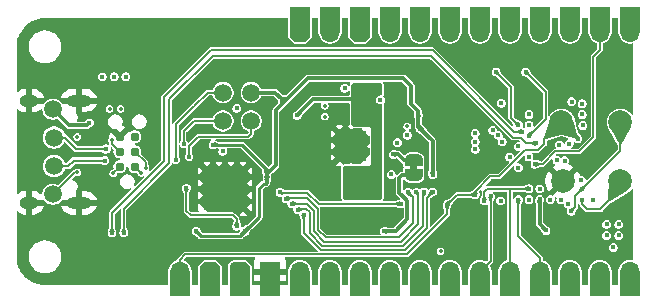
<source format=gbr>
%TF.GenerationSoftware,KiCad,Pcbnew,9.0.7*%
%TF.CreationDate,2026-01-28T15:54:31+01:00*%
%TF.ProjectId,RoyalBlue54L-Feather,526f7961-6c42-46c7-9565-35344c2d4665,rev?*%
%TF.SameCoordinates,Original*%
%TF.FileFunction,Copper,L8,Bot*%
%TF.FilePolarity,Positive*%
%FSLAX46Y46*%
G04 Gerber Fmt 4.6, Leading zero omitted, Abs format (unit mm)*
G04 Created by KiCad (PCBNEW 9.0.7) date 2026-01-28 15:54:31*
%MOMM*%
%LPD*%
G01*
G04 APERTURE LIST*
G04 Aperture macros list*
%AMOutline5P*
0 Free polygon, 5 corners , with rotation*
0 The origin of the aperture is its center*
0 number of corners: always 5*
0 $1 to $10 corner X, Y*
0 $11 Rotation angle, in degrees counterclockwise*
0 create outline with 5 corners*
4,1,5,$1,$2,$3,$4,$5,$6,$7,$8,$9,$10,$1,$2,$11*%
%AMOutline6P*
0 Free polygon, 6 corners , with rotation*
0 The origin of the aperture is its center*
0 number of corners: always 6*
0 $1 to $12 corner X, Y*
0 $13 Rotation angle, in degrees counterclockwise*
0 create outline with 6 corners*
4,1,6,$1,$2,$3,$4,$5,$6,$7,$8,$9,$10,$11,$12,$1,$2,$13*%
%AMOutline7P*
0 Free polygon, 7 corners , with rotation*
0 The origin of the aperture is its center*
0 number of corners: always 7*
0 $1 to $14 corner X, Y*
0 $15 Rotation angle, in degrees counterclockwise*
0 create outline with 7 corners*
4,1,7,$1,$2,$3,$4,$5,$6,$7,$8,$9,$10,$11,$12,$13,$14,$1,$2,$15*%
%AMOutline8P*
0 Free polygon, 8 corners , with rotation*
0 The origin of the aperture is its center*
0 number of corners: always 8*
0 $1 to $16 corner X, Y*
0 $17 Rotation angle, in degrees counterclockwise*
0 create outline with 8 corners*
4,1,8,$1,$2,$3,$4,$5,$6,$7,$8,$9,$10,$11,$12,$13,$14,$15,$16,$1,$2,$17*%
%AMFreePoly0*
4,1,23,0.500000,-0.750000,0.000000,-0.750000,0.000000,-0.745722,-0.065263,-0.745722,-0.191342,-0.711940,-0.304381,-0.646677,-0.396677,-0.554381,-0.461940,-0.441342,-0.495722,-0.315263,-0.495722,-0.250000,-0.500000,-0.250000,-0.500000,0.250000,-0.495722,0.250000,-0.495722,0.315263,-0.461940,0.441342,-0.396677,0.554381,-0.304381,0.646677,-0.191342,0.711940,-0.065263,0.745722,0.000000,0.745722,
0.000000,0.750000,0.500000,0.750000,0.500000,-0.750000,0.500000,-0.750000,$1*%
%AMFreePoly1*
4,1,23,0.000000,0.745722,0.065263,0.745722,0.191342,0.711940,0.304381,0.646677,0.396677,0.554381,0.461940,0.441342,0.495722,0.315263,0.495722,0.250000,0.500000,0.250000,0.500000,-0.250000,0.495722,-0.250000,0.495722,-0.315263,0.461940,-0.441342,0.396677,-0.554381,0.304381,-0.646677,0.191342,-0.711940,0.065263,-0.745722,0.000000,-0.745722,0.000000,-0.750000,-0.500000,-0.750000,
-0.500000,0.750000,0.000000,0.750000,0.000000,0.745722,0.000000,0.745722,$1*%
%AMFreePoly2*
4,1,13,-0.850000,0.425000,-0.425000,0.850000,0.425000,0.850000,0.850000,0.425000,0.850000,-0.425000,0.425000,-0.850000,-0.425000,-0.850000,-0.556332,-0.829199,-0.674809,-0.768832,-0.768832,-0.674809,-0.829199,-0.556332,-0.850000,-0.425000,-0.850000,0.425000,-0.850000,0.425000,$1*%
G04 Aperture macros list end*
%TA.AperFunction,EtchedComponent*%
%ADD10C,0.000000*%
%TD*%
%TA.AperFunction,HeatsinkPad*%
%ADD11C,0.500000*%
%TD*%
%TA.AperFunction,HeatsinkPad*%
%ADD12R,2.500000X2.500000*%
%TD*%
%TA.AperFunction,ComponentPad*%
%ADD13O,2.100000X1.000000*%
%TD*%
%TA.AperFunction,ComponentPad*%
%ADD14O,1.600000X1.000000*%
%TD*%
%TA.AperFunction,ComponentPad*%
%ADD15Outline8P,-0.850000X0.425000X-0.425000X0.850000X0.425000X0.850000X0.850000X0.425000X0.850000X-0.425000X0.425000X-0.850000X-0.425000X-0.850000X-0.850000X-0.425000X90.000000*%
%TD*%
%TA.AperFunction,ComponentPad*%
%ADD16R,1.700000X1.700000*%
%TD*%
%TA.AperFunction,ComponentPad*%
%ADD17O,1.700000X1.700000*%
%TD*%
%TA.AperFunction,ComponentPad*%
%ADD18R,1.700000X2.120000*%
%TD*%
%TA.AperFunction,HeatsinkPad*%
%ADD19R,3.600000X3.600000*%
%TD*%
%TA.AperFunction,SMDPad,CuDef*%
%ADD20FreePoly0,90.000000*%
%TD*%
%TA.AperFunction,SMDPad,CuDef*%
%ADD21FreePoly1,90.000000*%
%TD*%
%TA.AperFunction,SMDPad,CuDef*%
%ADD22C,1.500000*%
%TD*%
%TA.AperFunction,ComponentPad*%
%ADD23Outline8P,-0.850000X0.425000X-0.425000X0.850000X0.425000X0.850000X0.850000X0.425000X0.850000X-0.425000X0.425000X-0.850000X-0.425000X-0.850000X-0.850000X-0.425000X270.000000*%
%TD*%
%TA.AperFunction,ComponentPad*%
%ADD24FreePoly2,270.000000*%
%TD*%
%TA.AperFunction,SMDPad,CuDef*%
%ADD25C,2.000000*%
%TD*%
%TA.AperFunction,ConnectorPad*%
%ADD26C,0.787400*%
%TD*%
%TA.AperFunction,ViaPad*%
%ADD27C,0.450000*%
%TD*%
%TA.AperFunction,ViaPad*%
%ADD28C,0.350000*%
%TD*%
%TA.AperFunction,ViaPad*%
%ADD29C,0.400000*%
%TD*%
%TA.AperFunction,Conductor*%
%ADD30C,0.300000*%
%TD*%
%TA.AperFunction,Conductor*%
%ADD31C,0.250000*%
%TD*%
%TA.AperFunction,Conductor*%
%ADD32C,0.150000*%
%TD*%
G04 APERTURE END LIST*
D10*
%TA.AperFunction,EtchedComponent*%
%TO.C,JP1*%
G36*
X153160000Y-106580000D02*
G01*
X152560000Y-106580000D01*
X152560000Y-106080000D01*
X153160000Y-106080000D01*
X153160000Y-106580000D01*
G37*
%TD.AperFunction*%
%TD*%
D11*
%TO.P,U2,33,AVSS*%
%TO.N,GND*%
X146580000Y-105460000D03*
X147580000Y-105460000D03*
X148580000Y-105460000D03*
X146580000Y-104460000D03*
X147580000Y-104460000D03*
D12*
X147580000Y-104460000D03*
D11*
X148580000Y-104460000D03*
X146580000Y-103460000D03*
X147580000Y-103460000D03*
X148580000Y-103460000D03*
%TD*%
D13*
%TO.P,J3,S1,SHIELD*%
%TO.N,GND*%
X124490000Y-100660000D03*
D14*
X120310000Y-100660000D03*
D13*
X124490000Y-109300000D03*
D14*
X120310000Y-109300000D03*
%TD*%
D15*
%TO.P,J2,1,Pin_1*%
%TO.N,+BATT*%
X143230000Y-94820000D03*
X143230000Y-94820000D03*
D16*
X143230000Y-93550000D03*
D17*
%TO.P,J2,2,Pin_2*%
%TO.N,/Connectors/ENABLE*%
X145770000Y-94820000D03*
D18*
X145770000Y-93760000D03*
D15*
%TO.P,J2,3,Pin_3*%
%TO.N,VSYS*%
X148310000Y-94820000D03*
D18*
X148310000Y-93760000D03*
D17*
%TO.P,J2,4,Pin_4*%
%TO.N,/Connectors/DIG.D13*%
X150850000Y-94820000D03*
D18*
X150850000Y-93760000D03*
D17*
%TO.P,J2,5,Pin_5*%
%TO.N,/Connectors/DIG.D12*%
X153390000Y-94820000D03*
D18*
X153390000Y-93760000D03*
D17*
%TO.P,J2,6,Pin_6*%
%TO.N,/Connectors/DIG.D11*%
X155930000Y-94820000D03*
D18*
X155930000Y-93760000D03*
D17*
%TO.P,J2,7,Pin_7*%
%TO.N,/Connectors/DIG.D10*%
X158470000Y-94820000D03*
D18*
X158470000Y-93760000D03*
D17*
%TO.P,J2,8,Pin_8*%
%TO.N,/Connectors/DIG.D9*%
X161010000Y-94820000D03*
D18*
X161010000Y-93760000D03*
D17*
%TO.P,J2,9,Pin_9*%
%TO.N,/Connectors/DIG.D6*%
X163550000Y-94820000D03*
D18*
X163550000Y-93760000D03*
D17*
%TO.P,J2,10,Pin_10*%
%TO.N,/Connectors/DIG.D5*%
X166090000Y-94820000D03*
D18*
X166090000Y-93760000D03*
D17*
%TO.P,J2,11,Pin_11*%
%TO.N,/Connectors/I2C.SCL*%
X168630000Y-94820000D03*
D18*
X168630000Y-93760000D03*
D17*
%TO.P,J2,12,Pin_12*%
%TO.N,/Connectors/I2C.SDA*%
X171170000Y-94820000D03*
D18*
X171170000Y-93760000D03*
%TD*%
D11*
%TO.P,U5,41,VSS*%
%TO.N,GND*%
X138430000Y-109680000D03*
X138430000Y-108646667D03*
X138430000Y-107613333D03*
X138430000Y-106580000D03*
X137396667Y-109680000D03*
X137396667Y-108646667D03*
X137396667Y-107613333D03*
X137396667Y-106580000D03*
D19*
X136880000Y-108130000D03*
D11*
X136363333Y-109680000D03*
X136363333Y-108646667D03*
X136363333Y-107613333D03*
X136363333Y-106580000D03*
X135330000Y-109680000D03*
X135330000Y-108646667D03*
X135330000Y-107613333D03*
X135330000Y-106580000D03*
%TD*%
D20*
%TO.P,JP1,1,A*%
%TO.N,Net-(JP1-A)*%
X152860000Y-106980000D03*
D21*
%TO.P,JP1,2,B*%
%TO.N,VDD*%
X152860000Y-105680000D03*
%TD*%
D22*
%TO.P,TP12,1,1*%
%TO.N,Net-(J8-SWDIO)*%
X136700000Y-102380000D03*
%TD*%
%TO.P,TP9,1,1*%
%TO.N,/Debugger/nRF52_VDD*%
X139100000Y-99980000D03*
%TD*%
D17*
%TO.P,J1,1,Pin_1*%
%TO.N,/Debugger/SWD_TRG.~{RESET}*%
X133070000Y-115140000D03*
D18*
X133070000Y-116200000D03*
D23*
%TO.P,J1,2,Pin_2*%
%TO.N,VDD*%
X135610000Y-115140000D03*
D18*
X135610000Y-116200000D03*
D24*
%TO.P,J1,3,Pin_3*%
%TO.N,unconnected-(J1-Pin_3-Pad3)*%
X138150000Y-115140000D03*
D18*
X138150000Y-116200000D03*
D16*
%TO.P,J1,4,Pin_4*%
%TO.N,GND*%
X140690000Y-115140000D03*
D18*
X140690000Y-116200000D03*
D17*
%TO.P,J1,5,Pin_5*%
%TO.N,/Connectors/ANALOG.A0*%
X143230000Y-115140000D03*
D18*
X143230000Y-116200000D03*
D17*
%TO.P,J1,6,Pin_6*%
%TO.N,/Connectors/ANALOG.A1*%
X145770000Y-115140000D03*
D18*
X145770000Y-116200000D03*
D17*
%TO.P,J1,7,Pin_7*%
%TO.N,/Connectors/ANALOG.A2*%
X148310000Y-115140000D03*
D18*
X148310000Y-116200000D03*
D17*
%TO.P,J1,8,Pin_8*%
%TO.N,/Connectors/ANALOG.A3*%
X150850000Y-115140000D03*
D18*
X150850000Y-116200000D03*
D17*
%TO.P,J1,9,Pin_9*%
%TO.N,/Connectors/ANALOG.A4*%
X153390000Y-115140000D03*
D18*
X153390000Y-116200000D03*
D17*
%TO.P,J1,10,Pin_10*%
%TO.N,/Connectors/ANALOG.A5*%
X155930000Y-115140000D03*
D18*
X155930000Y-116200000D03*
D17*
%TO.P,J1,11,Pin_11*%
%TO.N,/Connectors/SPI.SCK*%
X158470000Y-115140000D03*
D18*
X158470000Y-116200000D03*
D17*
%TO.P,J1,12,Pin_12*%
%TO.N,/Connectors/SPI.MOSI*%
X161010000Y-115140000D03*
D18*
X161010000Y-116200000D03*
D17*
%TO.P,J1,13,Pin_13*%
%TO.N,/Connectors/SPI.MISO*%
X163550000Y-115140000D03*
D18*
X163550000Y-116200000D03*
D17*
%TO.P,J1,14,Pin_14*%
%TO.N,/Connectors/UART.RX*%
X166090000Y-115140000D03*
D18*
X166090000Y-116200000D03*
D17*
%TO.P,J1,15,Pin_15*%
%TO.N,/Connectors/UART.TX*%
X168630000Y-115140000D03*
D18*
X168630000Y-116200000D03*
D17*
%TO.P,J1,16,Pin_16*%
%TO.N,/Connectors/SHPHLD*%
X171170000Y-115140000D03*
D18*
X171170000Y-116200000D03*
%TD*%
D22*
%TO.P,TP6,1,1*%
%TO.N,/Debugger/USB.CC2*%
X122300000Y-108580000D03*
%TD*%
%TO.P,TP8,1,1*%
%TO.N,/Debugger/D-*%
X122400000Y-103780000D03*
%TD*%
D25*
%TO.P,TP1,1,1*%
%TO.N,/Debugger/SWD_TRG.SWDIO*%
X170360000Y-102480000D03*
%TD*%
%TO.P,TP4,1,1*%
%TO.N,GND*%
X165510000Y-107480000D03*
%TD*%
D22*
%TO.P,TP11,1,1*%
%TO.N,Net-(J8-SWCLK)*%
X139100000Y-102380000D03*
%TD*%
%TO.P,TP5,1,1*%
%TO.N,/Debugger/USB.VBUS*%
X122300000Y-101380000D03*
%TD*%
%TO.P,TP10,1,1*%
%TO.N,Net-(J8-~{RESET})*%
X136700000Y-99980000D03*
%TD*%
%TO.P,TP7,1,1*%
%TO.N,/Debugger/D+*%
X122400000Y-106180000D03*
%TD*%
D25*
%TO.P,TP3,1,1*%
%TO.N,/Debugger/SWD_TRG.SWDCLK*%
X170360000Y-107480000D03*
%TD*%
D26*
%TO.P,J8,1,VCC*%
%TO.N,/Debugger/nRF52_VDD*%
X127975000Y-106242500D03*
%TO.P,J8,2,SWDIO*%
%TO.N,Net-(J8-SWDIO)*%
X129245000Y-106242500D03*
%TO.P,J8,3,~{RESET}*%
%TO.N,Net-(J8-~{RESET})*%
X127975000Y-104972500D03*
%TO.P,J8,4,SWCLK*%
%TO.N,Net-(J8-SWCLK)*%
X129245000Y-104972500D03*
%TO.P,J8,5,GND*%
%TO.N,GND*%
X127975000Y-103702500D03*
%TO.P,J8,6,SWO*%
%TO.N,unconnected-(J8-SWO-Pad6)*%
X129245000Y-103702500D03*
%TD*%
D25*
%TO.P,TP2,1,1*%
%TO.N,/Debugger/SWD_TRG.~{RESET}*%
X165360000Y-102480000D03*
%TD*%
D27*
%TO.N,GND*%
X158660000Y-105105000D03*
X164105000Y-109760000D03*
X139550000Y-111690000D03*
X154190000Y-101810000D03*
X144085000Y-102030000D03*
X140440000Y-111010000D03*
X151200000Y-101780000D03*
X168920000Y-103630000D03*
X160260000Y-99910000D03*
X155950000Y-106965000D03*
X125405000Y-108230000D03*
X147060000Y-110930000D03*
D28*
X156370000Y-101770000D03*
D29*
X136070000Y-98060000D03*
D28*
X163560000Y-105410000D03*
D27*
X129490000Y-98633000D03*
X168920000Y-101830000D03*
X155200000Y-104920000D03*
X161720000Y-100930000D03*
X129060000Y-96530000D03*
X158879468Y-106005000D03*
X127060000Y-96530000D03*
X132240000Y-109500000D03*
X163520000Y-101830000D03*
X147060000Y-110130000D03*
X144880000Y-98045000D03*
X129930000Y-108820000D03*
X165950000Y-107510000D03*
X122060000Y-110530000D03*
X140440000Y-108240000D03*
D28*
X141950000Y-107590000D03*
D27*
X148580000Y-98045000D03*
X131140000Y-110900000D03*
X163380000Y-107230000D03*
X129060000Y-94530000D03*
D28*
X143060000Y-112030000D03*
D27*
X127060000Y-94530000D03*
X150360000Y-110130000D03*
X151595000Y-100590000D03*
X145065000Y-108670000D03*
X140440000Y-105460000D03*
X147010000Y-98045000D03*
D28*
X155130000Y-98670000D03*
D27*
X158060000Y-102460000D03*
X139880000Y-104570000D03*
X125060000Y-112530000D03*
X150730000Y-108660000D03*
X160210000Y-110100000D03*
X131820000Y-107740000D03*
D28*
X162560000Y-111630000D03*
D27*
X154450000Y-102875000D03*
X125405000Y-101730000D03*
X167960000Y-111650000D03*
X168920000Y-105430000D03*
X168920000Y-100930000D03*
D28*
X133260000Y-105730000D03*
D27*
X170220000Y-97330000D03*
X132300000Y-106780000D03*
X155950000Y-102875000D03*
D28*
X155660000Y-111330000D03*
D27*
X162350000Y-109650000D03*
X161720000Y-101830000D03*
X151140000Y-106170000D03*
X133480000Y-111710000D03*
X168920000Y-104530000D03*
X125060000Y-110530000D03*
D28*
X127460000Y-105480000D03*
D27*
X169590000Y-97880000D03*
X136060000Y-95530000D03*
D28*
X127810000Y-114520000D03*
X142560000Y-112630000D03*
D27*
X157850000Y-111600000D03*
X150840000Y-97920000D03*
X131210000Y-112060000D03*
X134910000Y-104400000D03*
X153710000Y-98355000D03*
%TO.N,/Debugger/USB.VBUS*%
X125405000Y-102530000D03*
X147010000Y-99595000D03*
%TO.N,/Debugger/nRF52_VDD*%
X153410000Y-103040000D03*
X138590000Y-111690000D03*
X134440000Y-111710000D03*
D28*
X127410000Y-106810000D03*
D27*
X140440000Y-107280000D03*
X153230000Y-101810000D03*
X135870000Y-104400000D03*
X154460000Y-106940000D03*
%TO.N,/Connectors/ANALOG.A3*%
X161720000Y-106330000D03*
%TO.N,/Connectors/SPI.SCK*%
X159364035Y-108769445D03*
%TO.N,/Connectors/ANALOG.A1*%
X162620000Y-105430000D03*
%TO.N,/Connectors/SPI.MISO*%
X160020000Y-103590000D03*
X161720000Y-109030000D03*
%TO.N,/Connectors/UART.RX*%
X167120000Y-100930000D03*
X158075565Y-104124999D03*
%TO.N,/Connectors/ANALOG.A2*%
X160990000Y-105430000D03*
D28*
%TO.N,/Connectors/SHPHLD*%
X152300000Y-102830000D03*
X155130000Y-113420000D03*
D27*
%TO.N,/Connectors/ANALOG.A4*%
X165180000Y-104390000D03*
X166230000Y-100740000D03*
%TO.N,/Connectors/SPI.MOSI*%
X158830000Y-109140000D03*
X162620000Y-108130000D03*
%TO.N,+BATT*%
X137880000Y-101308000D03*
X150045000Y-100590000D03*
%TO.N,/Connectors/ANALOG.A5*%
X166030000Y-104310000D03*
%TO.N,/Connectors/ANALOG.A0*%
X161720000Y-104530000D03*
%TO.N,/Connectors/UART.TX*%
X158056662Y-104774726D03*
X167180000Y-102760000D03*
%TO.N,/Connectors/ENABLE*%
X150962892Y-106910000D03*
%TO.N,/Connectors/DIG.D11*%
X167060000Y-107410000D03*
%TO.N,/Connectors/DIG.D9*%
X165320000Y-109030000D03*
%TO.N,/Connectors/I2C.SDA*%
X167120000Y-101830000D03*
X127490000Y-98633000D03*
%TO.N,/Connectors/I2C.SCL*%
X126490000Y-98633000D03*
X163126446Y-106036446D03*
%TO.N,/Connectors/DIG.D12*%
X165638446Y-105730524D03*
%TO.N,/Connectors/DIG.D6*%
X165920000Y-109370000D03*
%TO.N,/Connectors/DIG.D13*%
X164988554Y-105718554D03*
%TO.N,VDD*%
X160210000Y-109140000D03*
X170210000Y-111130000D03*
X160260000Y-100870000D03*
X151140000Y-105210000D03*
X128490000Y-98633000D03*
X158060000Y-103420000D03*
D28*
X127103416Y-101355058D03*
D27*
X170210000Y-112070000D03*
X162620000Y-102730000D03*
D28*
X128043416Y-101355058D03*
D27*
X162620000Y-101830000D03*
%TO.N,/Connectors/DIG.D10*%
X164420000Y-109030000D03*
D28*
%TO.N,/Debugger/USB.CC2*%
X145330000Y-102010000D03*
X124385000Y-106730000D03*
%TO.N,/Debugger/USB.CC1*%
X145330000Y-101090000D03*
X124360000Y-103730000D03*
D29*
%TO.N,/Debugger/D-*%
X126785000Y-104755000D03*
D27*
%TO.N,VSYS*%
X142980000Y-101900000D03*
X147360000Y-108670000D03*
X148165000Y-100565000D03*
D29*
%TO.N,/Debugger/D+*%
X126685000Y-105730000D03*
D27*
%TO.N,/nPM1300/NPM1300.SCL*%
X169190000Y-112070000D03*
X152301405Y-103573512D03*
%TO.N,Net-(U1-P1.01{slash}XL2)*%
X161720000Y-102730000D03*
X159840000Y-98230000D03*
%TO.N,/nPM1300/NPM1300.SDA*%
X169190000Y-111130000D03*
X151480000Y-104210000D03*
%TO.N,Net-(U1-P1.00{slash}XL1)*%
X162340000Y-98230000D03*
X162620000Y-103630000D03*
%TO.N,/Debugger/SWD_TRG.~{RESET}*%
X158072847Y-108632847D03*
X166754293Y-103874293D03*
X155689293Y-109459293D03*
%TO.N,Net-(D1-A)*%
X163530000Y-109020000D03*
X164062500Y-111650000D03*
%TO.N,Net-(U5-DEC4)*%
X137880000Y-111280000D03*
X133609447Y-108059970D03*
D28*
%TO.N,Net-(J8-SWDIO)*%
X129770000Y-106760000D03*
D29*
X133390000Y-104330000D03*
D27*
%TO.N,/Debugger/SWD_TRG.SWDIO*%
X166190000Y-110010000D03*
X167120000Y-108130000D03*
%TO.N,Net-(J8-~{RESET})*%
X136680000Y-104950000D03*
D29*
X132720000Y-105660000D03*
D28*
X127310000Y-104000000D03*
D29*
%TO.N,Net-(J8-SWCLK)*%
X133840000Y-105400000D03*
D28*
X130160000Y-106350000D03*
D27*
%TO.N,/nPM1300/NPM1300.INT*%
X169750000Y-113080000D03*
X168020000Y-109030000D03*
%TO.N,/nRF54L15/~{CS}_FLASH*%
X162620000Y-109030000D03*
X160360000Y-104150000D03*
%TO.N,Net-(JP1-A)*%
X150370000Y-111705000D03*
%TO.N,Net-(J6-Pin_4)*%
X163220000Y-104260000D03*
X128310000Y-111855000D03*
%TO.N,Net-(J6-Pin_2)*%
X162030553Y-103301016D03*
X127310000Y-111855000D03*
%TO.N,/nRF54L15/D2_FLASH*%
X163520000Y-108130000D03*
X159530046Y-103162861D03*
%TO.N,/Debugger/TRG_SWDCLK_NRF52*%
X143540000Y-110320347D03*
X154460000Y-108380000D03*
%TO.N,/Debugger/UART_TX_NRF52*%
X142040000Y-108950000D03*
X152389916Y-108420654D03*
%TO.N,/Debugger/TRG_SWDIO_NRF52*%
X143040000Y-109900000D03*
X153740000Y-108390000D03*
%TO.N,/Debugger/UART_RX_NRF52*%
X151740000Y-109400000D03*
X141540000Y-108410000D03*
%TO.N,/Debugger/TRG_~{RESET}_NRF52*%
X153073185Y-108396815D03*
X142540000Y-109390000D03*
%TO.N,/Debugger/SWD_TRG.SWDCLK*%
X167120000Y-109030000D03*
%TD*%
D30*
%TO.N,/Debugger/USB.VBUS*%
X122300000Y-101380000D02*
X123670000Y-102750000D01*
X123670000Y-102750000D02*
X125185000Y-102750000D01*
X125185000Y-102750000D02*
X125405000Y-102530000D01*
X122300000Y-101380000D02*
X122290000Y-101370000D01*
D31*
%TO.N,/Debugger/nRF52_VDD*%
X140305000Y-106395000D02*
X140305000Y-106695000D01*
X140370000Y-106460000D02*
X140230000Y-106320000D01*
D30*
X153230000Y-102860000D02*
X153410000Y-103040000D01*
X141710000Y-100943166D02*
X141656583Y-100996583D01*
D31*
X140440000Y-106530000D02*
X140440000Y-106830000D01*
X140440000Y-107280000D02*
X140440000Y-107600000D01*
D30*
X151980000Y-98760000D02*
X152630000Y-99410000D01*
X153230000Y-101500001D02*
X153230000Y-101810000D01*
X141710000Y-100560000D02*
X141901583Y-100751583D01*
D31*
X138310000Y-104400000D02*
X135870000Y-104400000D01*
X140440000Y-106530000D02*
X140370000Y-106460000D01*
D30*
X139100000Y-99980000D02*
X141130000Y-99980000D01*
D31*
X140440000Y-107280000D02*
X140440000Y-106530000D01*
X140230000Y-106320000D02*
X138310000Y-104400000D01*
D30*
X154460000Y-104090000D02*
X153410000Y-103040000D01*
X141758417Y-100511583D02*
X142141583Y-100511583D01*
D31*
X140350000Y-107690000D02*
X140160000Y-107690000D01*
X139780000Y-110500000D02*
X138590000Y-111690000D01*
D30*
X140685000Y-106585000D02*
X140495000Y-106585000D01*
X153230000Y-101810000D02*
X153230000Y-102860000D01*
D31*
X134440000Y-111710000D02*
X134840000Y-112110000D01*
D30*
X140685000Y-106585000D02*
X141190000Y-106080000D01*
D32*
X127975000Y-106245000D02*
X127410000Y-106810000D01*
D30*
X141710000Y-100560000D02*
X141758417Y-100511583D01*
X152630000Y-100900000D02*
X153230000Y-101500001D01*
X142141583Y-100511583D02*
X143893166Y-98760000D01*
X141190000Y-106080000D02*
X141190000Y-101463166D01*
X141901583Y-100751583D02*
X142141583Y-100511583D01*
X143893166Y-98760000D02*
X151980000Y-98760000D01*
D31*
X138170000Y-112110000D02*
X138590000Y-111690000D01*
D30*
X154460000Y-106940000D02*
X154460000Y-104090000D01*
X152630000Y-99410000D02*
X152630000Y-100900000D01*
D31*
X139780000Y-108070000D02*
X139780000Y-110500000D01*
X140160000Y-107690000D02*
X139780000Y-108070000D01*
X140305000Y-106695000D02*
X140440000Y-106830000D01*
X140440000Y-107600000D02*
X140350000Y-107690000D01*
D32*
X127975000Y-106242500D02*
X127975000Y-106245000D01*
D30*
X141710000Y-100560000D02*
X141710000Y-100943166D01*
D31*
X140230000Y-106320000D02*
X140305000Y-106395000D01*
D30*
X140440000Y-107280000D02*
X140440000Y-106830000D01*
X141190000Y-101463166D02*
X141656583Y-100996583D01*
X140440000Y-106830000D02*
X140685000Y-106585000D01*
X141656583Y-100996583D02*
X141901583Y-100751583D01*
D31*
X134840000Y-112110000D02*
X138170000Y-112110000D01*
D30*
X141130000Y-99980000D02*
X141710000Y-100560000D01*
D32*
%TO.N,/Connectors/SPI.SCK*%
X158470000Y-115140000D02*
X159364035Y-114245965D01*
X159364035Y-114245965D02*
X159364035Y-108769445D01*
%TO.N,/Connectors/SPI.MISO*%
X163550000Y-115140000D02*
X163550000Y-113960000D01*
X161720000Y-112130000D02*
X161720000Y-109030000D01*
X163550000Y-113960000D02*
X161720000Y-112130000D01*
%TO.N,/Connectors/SPI.MOSI*%
X161010000Y-108130000D02*
X161140000Y-108130000D01*
X161010000Y-108260000D02*
X161010000Y-108130000D01*
X161140000Y-108130000D02*
X162620000Y-108130000D01*
X159050000Y-108130000D02*
X160880000Y-108130000D01*
X158830000Y-109140000D02*
X158830000Y-108350000D01*
X161010000Y-108260000D02*
X160880000Y-108130000D01*
X161010000Y-108260000D02*
X161140000Y-108130000D01*
X160880000Y-108130000D02*
X161010000Y-108130000D01*
X158830000Y-108350000D02*
X159050000Y-108130000D01*
X161010000Y-115140000D02*
X161010000Y-108260000D01*
%TO.N,/Connectors/I2C.SCL*%
X163126446Y-106036446D02*
X163773554Y-106036446D01*
X168070000Y-96920000D02*
X168630000Y-96360000D01*
X166830000Y-104960000D02*
X168070000Y-103720000D01*
X168070000Y-103720000D02*
X168070000Y-96920000D01*
X168630000Y-96360000D02*
X168630000Y-94820000D01*
X163773554Y-106036446D02*
X164850000Y-104960000D01*
X164850000Y-104960000D02*
X166830000Y-104960000D01*
D30*
%TO.N,VDD*%
X152860000Y-105680000D02*
X152010000Y-105680000D01*
X152010000Y-105680000D02*
X151540000Y-105210000D01*
X151540000Y-105210000D02*
X151140000Y-105210000D01*
D32*
%TO.N,/Debugger/USB.CC2*%
X124150000Y-106730000D02*
X124385000Y-106730000D01*
X122300000Y-108580000D02*
X124150000Y-106730000D01*
%TO.N,/Debugger/D-*%
X123310000Y-103780000D02*
X124285000Y-104755000D01*
X124285000Y-104755000D02*
X126785000Y-104755000D01*
X122400000Y-103780000D02*
X123310000Y-103780000D01*
D30*
%TO.N,VSYS*%
X142980000Y-101900000D02*
X144340000Y-100540000D01*
X148140000Y-100540000D02*
X148165000Y-100565000D01*
X144340000Y-100540000D02*
X148140000Y-100540000D01*
D32*
%TO.N,/Debugger/D+*%
X124060000Y-105730000D02*
X126685000Y-105730000D01*
X123610000Y-106180000D02*
X124060000Y-105730000D01*
X122400000Y-106180000D02*
X123610000Y-106180000D01*
%TO.N,Net-(U1-P1.01{slash}XL2)*%
X161090000Y-102100000D02*
X161720000Y-102730000D01*
X159840000Y-98230000D02*
X161090000Y-99480000D01*
X161090000Y-99480000D02*
X161090000Y-102100000D01*
%TO.N,Net-(U1-P1.00{slash}XL1)*%
X164020000Y-102230000D02*
X162620000Y-103630000D01*
X162340000Y-98230000D02*
X164020000Y-99910000D01*
X164020000Y-99910000D02*
X164020000Y-102230000D01*
%TO.N,/Debugger/SWD_TRG.~{RESET}*%
X156515739Y-108632847D02*
X155689293Y-109459293D01*
X158072847Y-108359293D02*
X158072847Y-108632847D01*
X157799293Y-108632847D02*
X156515739Y-108632847D01*
X133070000Y-114120000D02*
X133510000Y-113680000D01*
X158072847Y-108359293D02*
X157799293Y-108632847D01*
X163899293Y-103939293D02*
X163899293Y-104329293D01*
X165359293Y-102479293D02*
X163899293Y-103939293D01*
X133070000Y-115140000D02*
X133070000Y-114120000D01*
X155689293Y-110259293D02*
X155689293Y-109459293D01*
X159352847Y-107079293D02*
X158072847Y-108359293D01*
X166754293Y-103874293D02*
X165359293Y-102479293D01*
X158072847Y-108632847D02*
X157799293Y-108632847D01*
X160069293Y-107079293D02*
X159352847Y-107079293D01*
X162309293Y-104839293D02*
X160069293Y-107079293D01*
X163899293Y-104329293D02*
X163389293Y-104839293D01*
X152268586Y-113680000D02*
X155689293Y-110259293D01*
X163389293Y-104839293D02*
X162309293Y-104839293D01*
X133510000Y-113680000D02*
X152268586Y-113680000D01*
D30*
%TO.N,Net-(D1-A)*%
X163530000Y-111117500D02*
X163530000Y-109020000D01*
X164062500Y-111650000D02*
X163530000Y-111117500D01*
D32*
%TO.N,Net-(U5-DEC4)*%
X137880000Y-111280000D02*
X137880000Y-110700000D01*
X137530000Y-110350000D02*
X133960000Y-110350000D01*
X133609447Y-109999447D02*
X133609447Y-108059970D01*
X133960000Y-110350000D02*
X133609447Y-109999447D01*
X137880000Y-110700000D02*
X137530000Y-110350000D01*
%TO.N,Net-(J8-SWDIO)*%
X129252500Y-106242500D02*
X129770000Y-106760000D01*
X133390000Y-103220000D02*
X134230000Y-102380000D01*
X133390000Y-104330000D02*
X133390000Y-103220000D01*
X129245000Y-106242500D02*
X129252500Y-106242500D01*
X134230000Y-102380000D02*
X136700000Y-102380000D01*
%TO.N,/Debugger/SWD_TRG.SWDIO*%
X166530000Y-108720000D02*
X167120000Y-108130000D01*
X170360000Y-104890000D02*
X170360000Y-102480000D01*
X166530000Y-109670000D02*
X166530000Y-108720000D01*
X166190000Y-110010000D02*
X166530000Y-109670000D01*
X167120000Y-108130000D02*
X170360000Y-104890000D01*
%TO.N,Net-(J8-~{RESET})*%
X127310000Y-104330000D02*
X127952500Y-104972500D01*
X127310000Y-104000000D02*
X127310000Y-104330000D01*
X132720000Y-102660000D02*
X132720000Y-105660000D01*
X136700000Y-99980000D02*
X135400000Y-99980000D01*
X134260000Y-101120000D02*
X132720000Y-102660000D01*
X135400000Y-99980000D02*
X134260000Y-101120000D01*
X127952500Y-104972500D02*
X127975000Y-104972500D01*
%TO.N,Net-(J8-SWCLK)*%
X130160000Y-105885000D02*
X129247500Y-104972500D01*
X139100000Y-102380000D02*
X139100000Y-103460000D01*
X129247500Y-104972500D02*
X129245000Y-104972500D01*
X133840000Y-104490000D02*
X133840000Y-105400000D01*
X134610000Y-103720000D02*
X134490000Y-103840000D01*
X134490000Y-103840000D02*
X133840000Y-104490000D01*
X130160000Y-106350000D02*
X130160000Y-105885000D01*
X138840000Y-103720000D02*
X134610000Y-103720000D01*
X139100000Y-103460000D02*
X138840000Y-103720000D01*
D30*
%TO.N,Net-(JP1-A)*%
X151325000Y-111705000D02*
X150370000Y-111705000D01*
X151650000Y-107190000D02*
X151650000Y-108470000D01*
X152860000Y-106980000D02*
X151860000Y-106980000D01*
X151650000Y-108470000D02*
X152170000Y-108990000D01*
X151860000Y-106980000D02*
X151650000Y-107190000D01*
X152320000Y-109140000D02*
X152320000Y-110710000D01*
X152320000Y-110710000D02*
X151325000Y-111705000D01*
X152170000Y-108990000D02*
X152055000Y-108875000D01*
X152055000Y-108875000D02*
X152320000Y-109140000D01*
D32*
%TO.N,Net-(J6-Pin_4)*%
X161901016Y-103801016D02*
X162360000Y-104260000D01*
X132150000Y-100560000D02*
X135840000Y-96870000D01*
X154340000Y-96870000D02*
X161271016Y-103801016D01*
X128310000Y-111855000D02*
X128310000Y-109790000D01*
X162360000Y-104260000D02*
X163220000Y-104260000D01*
X128310000Y-109790000D02*
X132150000Y-105950000D01*
X135840000Y-96870000D02*
X154340000Y-96870000D01*
X132150000Y-105950000D02*
X132150000Y-100560000D01*
X161271016Y-103801016D02*
X161901016Y-103801016D01*
%TO.N,Net-(J6-Pin_2)*%
X127310000Y-111855000D02*
X127310000Y-110150000D01*
X154470000Y-96380000D02*
X161391016Y-103301016D01*
X127310000Y-110150000D02*
X131690000Y-105770000D01*
X131690000Y-100360000D02*
X135670000Y-96380000D01*
X161391016Y-103301016D02*
X162030553Y-103301016D01*
X135670000Y-96380000D02*
X154470000Y-96380000D01*
X131690000Y-105770000D02*
X131690000Y-100360000D01*
%TO.N,/Debugger/TRG_SWDCLK_NRF52*%
X154460000Y-108380000D02*
X153970000Y-108870000D01*
X152120000Y-113300000D02*
X144980000Y-113300000D01*
X144980000Y-113300000D02*
X143540000Y-111860000D01*
X143540000Y-111860000D02*
X143540000Y-110320347D01*
X153970000Y-111450000D02*
X152120000Y-113300000D01*
X153970000Y-108870000D02*
X153970000Y-111450000D01*
%TO.N,/Debugger/UART_TX_NRF52*%
X144740000Y-109823290D02*
X143806710Y-108890000D01*
X142100000Y-108890000D02*
X142040000Y-108950000D01*
X152389916Y-108420654D02*
X152810000Y-108840738D01*
X144740000Y-111575078D02*
X144740000Y-109823290D01*
X152810000Y-111010000D02*
X151580000Y-112240000D01*
X143806710Y-108890000D02*
X142100000Y-108890000D01*
X151580000Y-112240000D02*
X145404922Y-112240000D01*
X145404922Y-112240000D02*
X144740000Y-111575078D01*
X152810000Y-108840738D02*
X152810000Y-111010000D01*
%TO.N,/Debugger/TRG_SWDIO_NRF52*%
X144040000Y-111865026D02*
X144040000Y-110113240D01*
X145114974Y-112940000D02*
X144040000Y-111865026D01*
X153610000Y-108520000D02*
X153610000Y-111270000D01*
X144040000Y-110113240D02*
X143747107Y-109820347D01*
X151940000Y-112940000D02*
X145114974Y-112940000D01*
X143119653Y-109820347D02*
X143040000Y-109900000D01*
X143747107Y-109820347D02*
X143119653Y-109820347D01*
X153740000Y-108390000D02*
X153610000Y-108520000D01*
X153610000Y-111270000D02*
X151940000Y-112940000D01*
%TO.N,/Debugger/UART_RX_NRF52*%
X141832893Y-108450000D02*
X141706447Y-108576447D01*
X151740000Y-109400000D02*
X144811684Y-109400000D01*
X143861684Y-108450000D02*
X141832893Y-108450000D01*
X141706447Y-108576447D02*
X141540000Y-108410000D01*
X144811684Y-109400000D02*
X143861684Y-108450000D01*
%TO.N,/Debugger/TRG_~{RESET}_NRF52*%
X144390000Y-109968265D02*
X143811735Y-109390000D01*
X153073185Y-108396815D02*
X153260000Y-108583630D01*
X143811735Y-109390000D02*
X142540000Y-109390000D01*
X144390000Y-111720052D02*
X144390000Y-109968265D01*
X153260000Y-111100000D02*
X151770000Y-112590000D01*
X151770000Y-112590000D02*
X145259948Y-112590000D01*
X145259948Y-112590000D02*
X144390000Y-111720052D01*
X153260000Y-108583630D02*
X153260000Y-111100000D01*
%TO.N,/Debugger/SWD_TRG.SWDCLK*%
X167120000Y-109440000D02*
X167550000Y-109870000D01*
X168660000Y-109870000D02*
X170360000Y-108170000D01*
X167550000Y-109870000D02*
X168660000Y-109870000D01*
X167120000Y-109030000D02*
X167120000Y-109440000D01*
X170360000Y-108170000D02*
X170360000Y-107480000D01*
%TD*%
%TA.AperFunction,Conductor*%
%TO.N,GND*%
G36*
X142211194Y-93695806D02*
G01*
X142229500Y-93740000D01*
X142229500Y-94332661D01*
X142229500Y-95307340D01*
X142742661Y-95820500D01*
X143717340Y-95820500D01*
X144230500Y-95307339D01*
X144230500Y-93740000D01*
X144248806Y-93695806D01*
X144293000Y-93677500D01*
X144707000Y-93677500D01*
X144751194Y-93695806D01*
X144769500Y-93740000D01*
X144769500Y-94918541D01*
X144807948Y-95111833D01*
X144807949Y-95111835D01*
X144883368Y-95293914D01*
X144992861Y-95457782D01*
X145132218Y-95597139D01*
X145296086Y-95706632D01*
X145478165Y-95782051D01*
X145671459Y-95820500D01*
X145868541Y-95820500D01*
X146061835Y-95782051D01*
X146243914Y-95706632D01*
X146407782Y-95597139D01*
X146547139Y-95457782D01*
X146656632Y-95293914D01*
X146732051Y-95111835D01*
X146770500Y-94918541D01*
X146770500Y-94721459D01*
X146770500Y-93740000D01*
X146788806Y-93695806D01*
X146833000Y-93677500D01*
X147247000Y-93677500D01*
X147291194Y-93695806D01*
X147309500Y-93740000D01*
X147309500Y-94332661D01*
X147309500Y-95307340D01*
X147822661Y-95820500D01*
X148797340Y-95820500D01*
X149310500Y-95307339D01*
X149310500Y-93740000D01*
X149328806Y-93695806D01*
X149373000Y-93677500D01*
X149787000Y-93677500D01*
X149831194Y-93695806D01*
X149849500Y-93740000D01*
X149849500Y-94918541D01*
X149887948Y-95111833D01*
X149887949Y-95111835D01*
X149963368Y-95293914D01*
X150072861Y-95457782D01*
X150212218Y-95597139D01*
X150376086Y-95706632D01*
X150558165Y-95782051D01*
X150751459Y-95820500D01*
X150948541Y-95820500D01*
X151141835Y-95782051D01*
X151323914Y-95706632D01*
X151487782Y-95597139D01*
X151627139Y-95457782D01*
X151736632Y-95293914D01*
X151812051Y-95111835D01*
X151850500Y-94918541D01*
X151850500Y-94721459D01*
X151850500Y-93740000D01*
X151868806Y-93695806D01*
X151913000Y-93677500D01*
X152327000Y-93677500D01*
X152371194Y-93695806D01*
X152389500Y-93740000D01*
X152389500Y-94918541D01*
X152427948Y-95111833D01*
X152427949Y-95111835D01*
X152503368Y-95293914D01*
X152612861Y-95457782D01*
X152752218Y-95597139D01*
X152916086Y-95706632D01*
X153098165Y-95782051D01*
X153291459Y-95820500D01*
X153488541Y-95820500D01*
X153681835Y-95782051D01*
X153863914Y-95706632D01*
X154027782Y-95597139D01*
X154167139Y-95457782D01*
X154276632Y-95293914D01*
X154352051Y-95111835D01*
X154390500Y-94918541D01*
X154390500Y-94721459D01*
X154390500Y-93740000D01*
X154408806Y-93695806D01*
X154453000Y-93677500D01*
X154867000Y-93677500D01*
X154911194Y-93695806D01*
X154929500Y-93740000D01*
X154929500Y-94918541D01*
X154967948Y-95111833D01*
X154967949Y-95111835D01*
X155043368Y-95293914D01*
X155152861Y-95457782D01*
X155292218Y-95597139D01*
X155456086Y-95706632D01*
X155638165Y-95782051D01*
X155831459Y-95820500D01*
X156028541Y-95820500D01*
X156221835Y-95782051D01*
X156403914Y-95706632D01*
X156567782Y-95597139D01*
X156707139Y-95457782D01*
X156816632Y-95293914D01*
X156892051Y-95111835D01*
X156930500Y-94918541D01*
X156930500Y-94721459D01*
X156930500Y-93740000D01*
X156948806Y-93695806D01*
X156993000Y-93677500D01*
X157407000Y-93677500D01*
X157451194Y-93695806D01*
X157469500Y-93740000D01*
X157469500Y-94918541D01*
X157507948Y-95111833D01*
X157507949Y-95111835D01*
X157583368Y-95293914D01*
X157692861Y-95457782D01*
X157832218Y-95597139D01*
X157996086Y-95706632D01*
X158178165Y-95782051D01*
X158371459Y-95820500D01*
X158568541Y-95820500D01*
X158761835Y-95782051D01*
X158943914Y-95706632D01*
X159107782Y-95597139D01*
X159247139Y-95457782D01*
X159356632Y-95293914D01*
X159432051Y-95111835D01*
X159470500Y-94918541D01*
X159470500Y-94721459D01*
X159470500Y-93740000D01*
X159488806Y-93695806D01*
X159533000Y-93677500D01*
X159947000Y-93677500D01*
X159991194Y-93695806D01*
X160009500Y-93740000D01*
X160009500Y-94918541D01*
X160047948Y-95111833D01*
X160047949Y-95111835D01*
X160123368Y-95293914D01*
X160232861Y-95457782D01*
X160372218Y-95597139D01*
X160536086Y-95706632D01*
X160718165Y-95782051D01*
X160911459Y-95820500D01*
X161108541Y-95820500D01*
X161301835Y-95782051D01*
X161483914Y-95706632D01*
X161647782Y-95597139D01*
X161787139Y-95457782D01*
X161896632Y-95293914D01*
X161972051Y-95111835D01*
X162010500Y-94918541D01*
X162010500Y-94721459D01*
X162010500Y-93740000D01*
X162028806Y-93695806D01*
X162073000Y-93677500D01*
X162487000Y-93677500D01*
X162531194Y-93695806D01*
X162549500Y-93740000D01*
X162549500Y-94918541D01*
X162587948Y-95111833D01*
X162587949Y-95111835D01*
X162663368Y-95293914D01*
X162772861Y-95457782D01*
X162912218Y-95597139D01*
X163076086Y-95706632D01*
X163258165Y-95782051D01*
X163451459Y-95820500D01*
X163648541Y-95820500D01*
X163841835Y-95782051D01*
X164023914Y-95706632D01*
X164187782Y-95597139D01*
X164327139Y-95457782D01*
X164436632Y-95293914D01*
X164512051Y-95111835D01*
X164550500Y-94918541D01*
X164550500Y-94721459D01*
X164550500Y-93740000D01*
X164568806Y-93695806D01*
X164613000Y-93677500D01*
X165027000Y-93677500D01*
X165071194Y-93695806D01*
X165089500Y-93740000D01*
X165089500Y-94918541D01*
X165127948Y-95111833D01*
X165127949Y-95111835D01*
X165203368Y-95293914D01*
X165312861Y-95457782D01*
X165452218Y-95597139D01*
X165616086Y-95706632D01*
X165798165Y-95782051D01*
X165991459Y-95820500D01*
X166188541Y-95820500D01*
X166381835Y-95782051D01*
X166563914Y-95706632D01*
X166727782Y-95597139D01*
X166867139Y-95457782D01*
X166976632Y-95293914D01*
X167052051Y-95111835D01*
X167090500Y-94918541D01*
X167090500Y-94721459D01*
X167090500Y-93740000D01*
X167108806Y-93695806D01*
X167153000Y-93677500D01*
X167567000Y-93677500D01*
X167611194Y-93695806D01*
X167629500Y-93740000D01*
X167629500Y-94918541D01*
X167667948Y-95111833D01*
X167667949Y-95111835D01*
X167743368Y-95293914D01*
X167852861Y-95457782D01*
X167992218Y-95597139D01*
X168156086Y-95706632D01*
X168338165Y-95782051D01*
X168354192Y-95785239D01*
X168393966Y-95811814D01*
X168404500Y-95846538D01*
X168404500Y-96240706D01*
X168386194Y-96284900D01*
X167942264Y-96728830D01*
X167878831Y-96792261D01*
X167868774Y-96816540D01*
X167844499Y-96875145D01*
X167844499Y-96972127D01*
X167844500Y-96972136D01*
X167844500Y-103600707D01*
X167826194Y-103644901D01*
X166754901Y-104716194D01*
X166710707Y-104734500D01*
X166278997Y-104734500D01*
X166234803Y-104716194D01*
X166216497Y-104672000D01*
X166234803Y-104627806D01*
X166247743Y-104617875D01*
X166260562Y-104610475D01*
X166330475Y-104540562D01*
X166379910Y-104454938D01*
X166405500Y-104359435D01*
X166405500Y-104260565D01*
X166405197Y-104259435D01*
X166393149Y-104214471D01*
X166391191Y-104207163D01*
X166397434Y-104159738D01*
X166435384Y-104130617D01*
X166482810Y-104136860D01*
X166495755Y-104146793D01*
X166523725Y-104174763D01*
X166523729Y-104174766D01*
X166523731Y-104174768D01*
X166609355Y-104224203D01*
X166704858Y-104249793D01*
X166704859Y-104249793D01*
X166803727Y-104249793D01*
X166803728Y-104249793D01*
X166899231Y-104224203D01*
X166984855Y-104174768D01*
X167054768Y-104104855D01*
X167104203Y-104019231D01*
X167129793Y-103923728D01*
X167129793Y-103824858D01*
X167104203Y-103729355D01*
X167054768Y-103643731D01*
X167054766Y-103643729D01*
X167054763Y-103643725D01*
X166984860Y-103573822D01*
X166984854Y-103573817D01*
X166956218Y-103557284D01*
X166953227Y-103555557D01*
X166932902Y-103540615D01*
X166903626Y-103526919D01*
X166901291Y-103525571D01*
X166901290Y-103525570D01*
X166896918Y-103523047D01*
X166868355Y-103487075D01*
X166866173Y-103479891D01*
X166713154Y-102975986D01*
X166636825Y-102724629D01*
X166632555Y-102710566D01*
X166804500Y-102710566D01*
X166804500Y-102809433D01*
X166804501Y-102809441D01*
X166830088Y-102904933D01*
X166830089Y-102904937D01*
X166847164Y-102934511D01*
X166879467Y-102990462D01*
X166879526Y-102990563D01*
X166879529Y-102990567D01*
X166949432Y-103060470D01*
X166949436Y-103060473D01*
X166949438Y-103060475D01*
X167035062Y-103109910D01*
X167130565Y-103135500D01*
X167130566Y-103135500D01*
X167229434Y-103135500D01*
X167229435Y-103135500D01*
X167324938Y-103109910D01*
X167410562Y-103060475D01*
X167480475Y-102990562D01*
X167529910Y-102904938D01*
X167555500Y-102809435D01*
X167555500Y-102710565D01*
X167529910Y-102615062D01*
X167480475Y-102529438D01*
X167480473Y-102529436D01*
X167480470Y-102529432D01*
X167410567Y-102459529D01*
X167410563Y-102459526D01*
X167410562Y-102459525D01*
X167361491Y-102431194D01*
X167324937Y-102410089D01*
X167324933Y-102410088D01*
X167229441Y-102384501D01*
X167229436Y-102384500D01*
X167229435Y-102384500D01*
X167130565Y-102384500D01*
X167130564Y-102384500D01*
X167130558Y-102384501D01*
X167035066Y-102410088D01*
X167035062Y-102410089D01*
X166949436Y-102459526D01*
X166949432Y-102459529D01*
X166879529Y-102529432D01*
X166879526Y-102529436D01*
X166830089Y-102615062D01*
X166830088Y-102615066D01*
X166804501Y-102710558D01*
X166804500Y-102710566D01*
X166632555Y-102710566D01*
X166492655Y-102249867D01*
X166492654Y-102249865D01*
X166492653Y-102249861D01*
X166490813Y-102246206D01*
X166484910Y-102227888D01*
X166482171Y-102210591D01*
X166426211Y-102038361D01*
X166343996Y-101877006D01*
X166273929Y-101780566D01*
X166744500Y-101780566D01*
X166744500Y-101879433D01*
X166744501Y-101879441D01*
X166770088Y-101974933D01*
X166770089Y-101974937D01*
X166788367Y-102006595D01*
X166818083Y-102058065D01*
X166819526Y-102060563D01*
X166819529Y-102060567D01*
X166889432Y-102130470D01*
X166889436Y-102130473D01*
X166889438Y-102130475D01*
X166975062Y-102179910D01*
X167070565Y-102205500D01*
X167070566Y-102205500D01*
X167169434Y-102205500D01*
X167169435Y-102205500D01*
X167264938Y-102179910D01*
X167350562Y-102130475D01*
X167420475Y-102060562D01*
X167469910Y-101974938D01*
X167495500Y-101879435D01*
X167495500Y-101780565D01*
X167469910Y-101685062D01*
X167420475Y-101599438D01*
X167420473Y-101599436D01*
X167420470Y-101599432D01*
X167350567Y-101529529D01*
X167350563Y-101529526D01*
X167350562Y-101529525D01*
X167265988Y-101480696D01*
X167264937Y-101480089D01*
X167264933Y-101480088D01*
X167169441Y-101454501D01*
X167169436Y-101454500D01*
X167169435Y-101454500D01*
X167070565Y-101454500D01*
X167070564Y-101454500D01*
X167070558Y-101454501D01*
X166975066Y-101480088D01*
X166975062Y-101480089D01*
X166889436Y-101529526D01*
X166889432Y-101529529D01*
X166819529Y-101599432D01*
X166819526Y-101599436D01*
X166770089Y-101685062D01*
X166770088Y-101685066D01*
X166744501Y-101780558D01*
X166744500Y-101780566D01*
X166273929Y-101780566D01*
X166237553Y-101730499D01*
X166237548Y-101730494D01*
X166237546Y-101730491D01*
X166109508Y-101602453D01*
X166109504Y-101602450D01*
X166109501Y-101602447D01*
X165962994Y-101496004D01*
X165909390Y-101468691D01*
X165801640Y-101413789D01*
X165801633Y-101413787D01*
X165629416Y-101357831D01*
X165629413Y-101357830D01*
X165629409Y-101357829D01*
X165629403Y-101357828D01*
X165450559Y-101329501D01*
X165450547Y-101329500D01*
X165450546Y-101329500D01*
X165269454Y-101329500D01*
X165269452Y-101329500D01*
X165269440Y-101329501D01*
X165090596Y-101357828D01*
X165090593Y-101357828D01*
X165090591Y-101357829D01*
X165090589Y-101357829D01*
X165090583Y-101357831D01*
X164918366Y-101413787D01*
X164918359Y-101413789D01*
X164757005Y-101496004D01*
X164642719Y-101579038D01*
X164614644Y-101599436D01*
X164610491Y-101602453D01*
X164482453Y-101730491D01*
X164482447Y-101730498D01*
X164482447Y-101730499D01*
X164388771Y-101859433D01*
X164376004Y-101877006D01*
X164363688Y-101901178D01*
X164327313Y-101932244D01*
X164279625Y-101928491D01*
X164248559Y-101892116D01*
X164245500Y-101872803D01*
X164245500Y-100690566D01*
X165854500Y-100690566D01*
X165854500Y-100789433D01*
X165854501Y-100789441D01*
X165880088Y-100884933D01*
X165880089Y-100884937D01*
X165898092Y-100916119D01*
X165925947Y-100964365D01*
X165929526Y-100970563D01*
X165929529Y-100970567D01*
X165999432Y-101040470D01*
X165999436Y-101040473D01*
X165999438Y-101040475D01*
X166085062Y-101089910D01*
X166180565Y-101115500D01*
X166180566Y-101115500D01*
X166279434Y-101115500D01*
X166279435Y-101115500D01*
X166374938Y-101089910D01*
X166460562Y-101040475D01*
X166530475Y-100970562D01*
X166579910Y-100884938D01*
X166581081Y-100880566D01*
X166744500Y-100880566D01*
X166744500Y-100979433D01*
X166744501Y-100979441D01*
X166770088Y-101074933D01*
X166770089Y-101074936D01*
X166770090Y-101074938D01*
X166816423Y-101155190D01*
X166819526Y-101160563D01*
X166819529Y-101160567D01*
X166889432Y-101230470D01*
X166889436Y-101230473D01*
X166889438Y-101230475D01*
X166975062Y-101279910D01*
X167070565Y-101305500D01*
X167070566Y-101305500D01*
X167169434Y-101305500D01*
X167169435Y-101305500D01*
X167264938Y-101279910D01*
X167350562Y-101230475D01*
X167420475Y-101160562D01*
X167469910Y-101074938D01*
X167495500Y-100979435D01*
X167495500Y-100880565D01*
X167469910Y-100785062D01*
X167420475Y-100699438D01*
X167420473Y-100699436D01*
X167420470Y-100699432D01*
X167350567Y-100629529D01*
X167350563Y-100629526D01*
X167350562Y-100629525D01*
X167307750Y-100604807D01*
X167264937Y-100580089D01*
X167264933Y-100580088D01*
X167169441Y-100554501D01*
X167169436Y-100554500D01*
X167169435Y-100554500D01*
X167070565Y-100554500D01*
X167070564Y-100554500D01*
X167070558Y-100554501D01*
X166975066Y-100580088D01*
X166975062Y-100580089D01*
X166889436Y-100629526D01*
X166889432Y-100629529D01*
X166819529Y-100699432D01*
X166819526Y-100699436D01*
X166770089Y-100785062D01*
X166770088Y-100785066D01*
X166744501Y-100880558D01*
X166744500Y-100880566D01*
X166581081Y-100880566D01*
X166583986Y-100869726D01*
X166586514Y-100860293D01*
X166597159Y-100820563D01*
X166605500Y-100789435D01*
X166605500Y-100690565D01*
X166579910Y-100595062D01*
X166530475Y-100509438D01*
X166530473Y-100509436D01*
X166530470Y-100509432D01*
X166460567Y-100439529D01*
X166460563Y-100439526D01*
X166460562Y-100439525D01*
X166409423Y-100410000D01*
X166374937Y-100390089D01*
X166374933Y-100390088D01*
X166279441Y-100364501D01*
X166279436Y-100364500D01*
X166279435Y-100364500D01*
X166180565Y-100364500D01*
X166180564Y-100364500D01*
X166180558Y-100364501D01*
X166085066Y-100390088D01*
X166085062Y-100390089D01*
X165999436Y-100439526D01*
X165999432Y-100439529D01*
X165929529Y-100509432D01*
X165929526Y-100509436D01*
X165880089Y-100595062D01*
X165880088Y-100595066D01*
X165854501Y-100690558D01*
X165854500Y-100690566D01*
X164245500Y-100690566D01*
X164245500Y-99962136D01*
X164245501Y-99962127D01*
X164245501Y-99865146D01*
X164245500Y-99865144D01*
X164216648Y-99795489D01*
X164216647Y-99795487D01*
X164211171Y-99782266D01*
X164211170Y-99782265D01*
X164211170Y-99782264D01*
X164178648Y-99749742D01*
X164144181Y-99715274D01*
X164144166Y-99715261D01*
X162851429Y-98422524D01*
X162839011Y-98404813D01*
X162780358Y-98279435D01*
X162690554Y-98087466D01*
X162689910Y-98085062D01*
X162687377Y-98080675D01*
X162673677Y-98051389D01*
X162668425Y-98041165D01*
X162667583Y-98039665D01*
X162667581Y-98039661D01*
X162661875Y-98033468D01*
X162653716Y-98022372D01*
X162650143Y-98016185D01*
X162640475Y-97999438D01*
X162570562Y-97929525D01*
X162527750Y-97904807D01*
X162484937Y-97880089D01*
X162484933Y-97880088D01*
X162389441Y-97854501D01*
X162389436Y-97854500D01*
X162389435Y-97854500D01*
X162290565Y-97854500D01*
X162290564Y-97854500D01*
X162290558Y-97854501D01*
X162195066Y-97880088D01*
X162195062Y-97880089D01*
X162109436Y-97929526D01*
X162109432Y-97929529D01*
X162039529Y-97999432D01*
X162039526Y-97999436D01*
X161990089Y-98085062D01*
X161990088Y-98085066D01*
X161964501Y-98180558D01*
X161964500Y-98180566D01*
X161964500Y-98279433D01*
X161964501Y-98279441D01*
X161990088Y-98374933D01*
X161990089Y-98374937D01*
X162039526Y-98460563D01*
X162039529Y-98460567D01*
X162109432Y-98530470D01*
X162109436Y-98530473D01*
X162109438Y-98530475D01*
X162141067Y-98548736D01*
X162161390Y-98563677D01*
X162190670Y-98577374D01*
X162195062Y-98579910D01*
X162195066Y-98579911D01*
X162198849Y-98581478D01*
X162198814Y-98581560D01*
X162202461Y-98582890D01*
X162514811Y-98729009D01*
X162532522Y-98741427D01*
X163776194Y-99985099D01*
X163794500Y-100029293D01*
X163794500Y-102110706D01*
X163776194Y-102154900D01*
X163102015Y-102829078D01*
X163057821Y-102847384D01*
X163013627Y-102829078D01*
X162995321Y-102784884D01*
X162995500Y-102782166D01*
X162995500Y-102680566D01*
X162995498Y-102680558D01*
X162981987Y-102630136D01*
X162969910Y-102585062D01*
X162920475Y-102499438D01*
X162920473Y-102499436D01*
X162920470Y-102499432D01*
X162850567Y-102429529D01*
X162850563Y-102429526D01*
X162850562Y-102429525D01*
X162793053Y-102396322D01*
X162764937Y-102380089D01*
X162764933Y-102380088D01*
X162669441Y-102354501D01*
X162669436Y-102354500D01*
X162669435Y-102354500D01*
X162570565Y-102354500D01*
X162570564Y-102354500D01*
X162570558Y-102354501D01*
X162475066Y-102380088D01*
X162475062Y-102380089D01*
X162389436Y-102429526D01*
X162389432Y-102429529D01*
X162319529Y-102499432D01*
X162319526Y-102499436D01*
X162270089Y-102585062D01*
X162270088Y-102585066D01*
X162244501Y-102680558D01*
X162244500Y-102680566D01*
X162244500Y-102779433D01*
X162244501Y-102779441D01*
X162270089Y-102874936D01*
X162270832Y-102876730D01*
X162270831Y-102877708D01*
X162271150Y-102878895D01*
X162270831Y-102878980D01*
X162270829Y-102924565D01*
X162237002Y-102958388D01*
X162193986Y-102960153D01*
X162187623Y-102958110D01*
X162175491Y-102951106D01*
X162116848Y-102935392D01*
X162115385Y-102934923D01*
X162098223Y-102920371D01*
X162080360Y-102906664D01*
X162080146Y-102905043D01*
X162078900Y-102903986D01*
X162077054Y-102881552D01*
X162074117Y-102859237D01*
X162095499Y-102779439D01*
X162095500Y-102779433D01*
X162095500Y-102680566D01*
X162095498Y-102680558D01*
X162081987Y-102630136D01*
X162069910Y-102585062D01*
X162020475Y-102499438D01*
X162020473Y-102499436D01*
X162020470Y-102499432D01*
X161950567Y-102429529D01*
X161950561Y-102429524D01*
X161921925Y-102412991D01*
X161918934Y-102411264D01*
X161898609Y-102396322D01*
X161869333Y-102382626D01*
X161866998Y-102381278D01*
X161864942Y-102380092D01*
X161864940Y-102380091D01*
X161864938Y-102380090D01*
X161864935Y-102380089D01*
X161861158Y-102378524D01*
X161861191Y-102378442D01*
X161857551Y-102377114D01*
X161545187Y-102230989D01*
X161527476Y-102218571D01*
X161333806Y-102024901D01*
X161315500Y-101980707D01*
X161315500Y-101780566D01*
X162244500Y-101780566D01*
X162244500Y-101879433D01*
X162244501Y-101879441D01*
X162270088Y-101974933D01*
X162270089Y-101974937D01*
X162288367Y-102006595D01*
X162318083Y-102058065D01*
X162319526Y-102060563D01*
X162319529Y-102060567D01*
X162389432Y-102130470D01*
X162389436Y-102130473D01*
X162389438Y-102130475D01*
X162475062Y-102179910D01*
X162570565Y-102205500D01*
X162570566Y-102205500D01*
X162669434Y-102205500D01*
X162669435Y-102205500D01*
X162764938Y-102179910D01*
X162850562Y-102130475D01*
X162920475Y-102060562D01*
X162969910Y-101974938D01*
X162995500Y-101879435D01*
X162995500Y-101780565D01*
X162969910Y-101685062D01*
X162920475Y-101599438D01*
X162920473Y-101599436D01*
X162920470Y-101599432D01*
X162850567Y-101529529D01*
X162850563Y-101529526D01*
X162850562Y-101529525D01*
X162765988Y-101480696D01*
X162764937Y-101480089D01*
X162764933Y-101480088D01*
X162669441Y-101454501D01*
X162669436Y-101454500D01*
X162669435Y-101454500D01*
X162570565Y-101454500D01*
X162570564Y-101454500D01*
X162570558Y-101454501D01*
X162475066Y-101480088D01*
X162475062Y-101480089D01*
X162389436Y-101529526D01*
X162389432Y-101529529D01*
X162319529Y-101599432D01*
X162319526Y-101599436D01*
X162270089Y-101685062D01*
X162270088Y-101685066D01*
X162244501Y-101780558D01*
X162244500Y-101780566D01*
X161315500Y-101780566D01*
X161315500Y-99532136D01*
X161315501Y-99532127D01*
X161315501Y-99435145D01*
X161315500Y-99435143D01*
X161305364Y-99410674D01*
X161287783Y-99368229D01*
X161281170Y-99352264D01*
X161252453Y-99323547D01*
X161214181Y-99285274D01*
X161214166Y-99285261D01*
X160351429Y-98422524D01*
X160339011Y-98404813D01*
X160280358Y-98279435D01*
X160190554Y-98087466D01*
X160189910Y-98085062D01*
X160187377Y-98080675D01*
X160173677Y-98051389D01*
X160168425Y-98041165D01*
X160167583Y-98039665D01*
X160167581Y-98039661D01*
X160161875Y-98033468D01*
X160153716Y-98022372D01*
X160150143Y-98016185D01*
X160140475Y-97999438D01*
X160070562Y-97929525D01*
X160027750Y-97904807D01*
X159984937Y-97880089D01*
X159984933Y-97880088D01*
X159889441Y-97854501D01*
X159889436Y-97854500D01*
X159889435Y-97854500D01*
X159790565Y-97854500D01*
X159790564Y-97854500D01*
X159790558Y-97854501D01*
X159695066Y-97880088D01*
X159695062Y-97880089D01*
X159609436Y-97929526D01*
X159609432Y-97929529D01*
X159539529Y-97999432D01*
X159539526Y-97999436D01*
X159490089Y-98085062D01*
X159490088Y-98085066D01*
X159464501Y-98180558D01*
X159464500Y-98180566D01*
X159464500Y-98279433D01*
X159464501Y-98279441D01*
X159490088Y-98374933D01*
X159490089Y-98374937D01*
X159539526Y-98460563D01*
X159539529Y-98460567D01*
X159609432Y-98530470D01*
X159609436Y-98530473D01*
X159609438Y-98530475D01*
X159641067Y-98548736D01*
X159661390Y-98563677D01*
X159690670Y-98577374D01*
X159695062Y-98579910D01*
X159695066Y-98579911D01*
X159698849Y-98581478D01*
X159698814Y-98581560D01*
X159702461Y-98582890D01*
X160014811Y-98729009D01*
X160032522Y-98741427D01*
X160846194Y-99555099D01*
X160864500Y-99599293D01*
X160864500Y-102050100D01*
X160864499Y-102050114D01*
X160864499Y-102144856D01*
X160879020Y-102179911D01*
X160881188Y-102185145D01*
X160891345Y-102209665D01*
X160898829Y-102227734D01*
X160898831Y-102227737D01*
X160971054Y-102299960D01*
X160971056Y-102299961D01*
X161208568Y-102537473D01*
X161220986Y-102555184D01*
X161296067Y-102715679D01*
X161298212Y-102763466D01*
X161265938Y-102798774D01*
X161218151Y-102800919D01*
X161195261Y-102786356D01*
X159229471Y-100820566D01*
X159884500Y-100820566D01*
X159884500Y-100919433D01*
X159884501Y-100919441D01*
X159910088Y-101014933D01*
X159910089Y-101014937D01*
X159924834Y-101040475D01*
X159956079Y-101094594D01*
X159959526Y-101100563D01*
X159959529Y-101100567D01*
X160029432Y-101170470D01*
X160029436Y-101170473D01*
X160029438Y-101170475D01*
X160115062Y-101219910D01*
X160210565Y-101245500D01*
X160210566Y-101245500D01*
X160309434Y-101245500D01*
X160309435Y-101245500D01*
X160404938Y-101219910D01*
X160490562Y-101170475D01*
X160560475Y-101100562D01*
X160609910Y-101014938D01*
X160635500Y-100919435D01*
X160635500Y-100820565D01*
X160609910Y-100725062D01*
X160560475Y-100639438D01*
X160560472Y-100639435D01*
X160560470Y-100639432D01*
X160490567Y-100569529D01*
X160490563Y-100569526D01*
X160490562Y-100569525D01*
X160440390Y-100540558D01*
X160404937Y-100520089D01*
X160404933Y-100520088D01*
X160309441Y-100494501D01*
X160309436Y-100494500D01*
X160309435Y-100494500D01*
X160210565Y-100494500D01*
X160210564Y-100494500D01*
X160210558Y-100494501D01*
X160115066Y-100520088D01*
X160115062Y-100520089D01*
X160029436Y-100569526D01*
X160029432Y-100569529D01*
X159959529Y-100639432D01*
X159959526Y-100639436D01*
X159910089Y-100725062D01*
X159910088Y-100725066D01*
X159884501Y-100820558D01*
X159884500Y-100820566D01*
X159229471Y-100820566D01*
X154669961Y-96261056D01*
X154669961Y-96261055D01*
X154597738Y-96188831D01*
X154597736Y-96188830D01*
X154573460Y-96178774D01*
X154573459Y-96178773D01*
X154514857Y-96154499D01*
X154514855Y-96154499D01*
X154425145Y-96154499D01*
X154417872Y-96154499D01*
X154417864Y-96154500D01*
X135722136Y-96154500D01*
X135722128Y-96154499D01*
X135714855Y-96154499D01*
X135625145Y-96154499D01*
X135566539Y-96178773D01*
X135566539Y-96178774D01*
X135551231Y-96185115D01*
X135542261Y-96188831D01*
X135478830Y-96252264D01*
X131498831Y-100232262D01*
X131498830Y-100232263D01*
X131490715Y-100251857D01*
X131490714Y-100251858D01*
X131464499Y-100315143D01*
X131464499Y-100412127D01*
X131464500Y-100412136D01*
X131464500Y-105650706D01*
X131446194Y-105694900D01*
X130522879Y-106618214D01*
X130478685Y-106636520D01*
X130434491Y-106618214D01*
X130416185Y-106574020D01*
X130424558Y-106542772D01*
X130463318Y-106475638D01*
X130485500Y-106392853D01*
X130485500Y-106307147D01*
X130473083Y-106260806D01*
X130463319Y-106224365D01*
X130463318Y-106224362D01*
X130455026Y-106210000D01*
X130420465Y-106150138D01*
X130420463Y-106150136D01*
X130420460Y-106150132D01*
X130403806Y-106133478D01*
X130385500Y-106089284D01*
X130385500Y-105937136D01*
X130385501Y-105937127D01*
X130385501Y-105840145D01*
X130385500Y-105840143D01*
X130385050Y-105839056D01*
X130352494Y-105760461D01*
X130351170Y-105757264D01*
X130287736Y-105693830D01*
X130287734Y-105693829D01*
X129782773Y-105188868D01*
X129764467Y-105144674D01*
X129766596Y-105128502D01*
X129789200Y-105044145D01*
X129789200Y-104900855D01*
X129764361Y-104808154D01*
X129752115Y-104762450D01*
X129752114Y-104762447D01*
X129728660Y-104721824D01*
X129680468Y-104638353D01*
X129680466Y-104638351D01*
X129680463Y-104638347D01*
X129579152Y-104537036D01*
X129579148Y-104537033D01*
X129579147Y-104537032D01*
X129496373Y-104489242D01*
X129455052Y-104465385D01*
X129455049Y-104465384D01*
X129316651Y-104428301D01*
X129316646Y-104428300D01*
X129316645Y-104428300D01*
X129316644Y-104428300D01*
X129307500Y-104428300D01*
X129263306Y-104409994D01*
X129245000Y-104365800D01*
X129245000Y-104309200D01*
X129263306Y-104265006D01*
X129307500Y-104246700D01*
X129316644Y-104246700D01*
X129316645Y-104246700D01*
X129455053Y-104209614D01*
X129579147Y-104137968D01*
X129680468Y-104036647D01*
X129752114Y-103912553D01*
X129789200Y-103774145D01*
X129789200Y-103630855D01*
X129771538Y-103564938D01*
X129752115Y-103492450D01*
X129752114Y-103492447D01*
X129735589Y-103463825D01*
X129680468Y-103368353D01*
X129680466Y-103368351D01*
X129680463Y-103368347D01*
X129579152Y-103267036D01*
X129579148Y-103267033D01*
X129579147Y-103267032D01*
X129488161Y-103214501D01*
X129455052Y-103195385D01*
X129455049Y-103195384D01*
X129316651Y-103158301D01*
X129316646Y-103158300D01*
X129316645Y-103158300D01*
X129173355Y-103158300D01*
X129173354Y-103158300D01*
X129173348Y-103158301D01*
X129034950Y-103195384D01*
X129034947Y-103195385D01*
X128910851Y-103267033D01*
X128871708Y-103306176D01*
X128827513Y-103324481D01*
X128783319Y-103306175D01*
X128769771Y-103285897D01*
X128766988Y-103279178D01*
X128766985Y-103279172D01*
X128760935Y-103270117D01*
X128346860Y-103684194D01*
X128302666Y-103702500D01*
X127975000Y-103702500D01*
X127842417Y-103835082D01*
X127798223Y-103853388D01*
X127754029Y-103835082D01*
X127189064Y-103270117D01*
X127189062Y-103270118D01*
X127183020Y-103279163D01*
X127183015Y-103279171D01*
X127115643Y-103441822D01*
X127081300Y-103614477D01*
X127081300Y-103742484D01*
X127062994Y-103786678D01*
X127049539Y-103800132D01*
X127049536Y-103800136D01*
X127006681Y-103874362D01*
X127006680Y-103874365D01*
X126984501Y-103957140D01*
X126984500Y-103957148D01*
X126984500Y-104042851D01*
X126984501Y-104042859D01*
X127006680Y-104125634D01*
X127006681Y-104125637D01*
X127026843Y-104160558D01*
X127049288Y-104199435D01*
X127049536Y-104199863D01*
X127049538Y-104199866D01*
X127066193Y-104216520D01*
X127066194Y-104216521D01*
X127071379Y-104229038D01*
X127084500Y-104260713D01*
X127084500Y-104280100D01*
X127084499Y-104280114D01*
X127084499Y-104353509D01*
X127066193Y-104397703D01*
X127021999Y-104416009D01*
X126990749Y-104407636D01*
X126986074Y-104404937D01*
X126970266Y-104395810D01*
X126940822Y-104378810D01*
X126940819Y-104378809D01*
X126838154Y-104351301D01*
X126838149Y-104351300D01*
X126838148Y-104351300D01*
X126731852Y-104351300D01*
X126731851Y-104351300D01*
X126731845Y-104351301D01*
X126629180Y-104378809D01*
X126629177Y-104378810D01*
X126537120Y-104431960D01*
X126537117Y-104431962D01*
X126511088Y-104457993D01*
X126466894Y-104476300D01*
X124426330Y-104476300D01*
X124382136Y-104457994D01*
X124017131Y-104092989D01*
X123611289Y-103687148D01*
X124034500Y-103687148D01*
X124034500Y-103772851D01*
X124034501Y-103772859D01*
X124056680Y-103855634D01*
X124056681Y-103855637D01*
X124067276Y-103873987D01*
X124098894Y-103928752D01*
X124099536Y-103929863D01*
X124099539Y-103929867D01*
X124160132Y-103990460D01*
X124160136Y-103990463D01*
X124160138Y-103990465D01*
X124217551Y-104023612D01*
X124234362Y-104033318D01*
X124234365Y-104033319D01*
X124269940Y-104042851D01*
X124317147Y-104055500D01*
X124317148Y-104055500D01*
X124402852Y-104055500D01*
X124402853Y-104055500D01*
X124485638Y-104033318D01*
X124559862Y-103990465D01*
X124620465Y-103929862D01*
X124663318Y-103855638D01*
X124685500Y-103772853D01*
X124685500Y-103687147D01*
X124675795Y-103650926D01*
X124663319Y-103604365D01*
X124663318Y-103604362D01*
X124661208Y-103600707D01*
X124620465Y-103530138D01*
X124620463Y-103530136D01*
X124620460Y-103530132D01*
X124559867Y-103469539D01*
X124559863Y-103469536D01*
X124559862Y-103469535D01*
X124517473Y-103445062D01*
X124485637Y-103426681D01*
X124485634Y-103426680D01*
X124402859Y-103404501D01*
X124402854Y-103404500D01*
X124402853Y-103404500D01*
X124317147Y-103404500D01*
X124317146Y-103404500D01*
X124317140Y-103404501D01*
X124234365Y-103426680D01*
X124234362Y-103426681D01*
X124160136Y-103469536D01*
X124160132Y-103469539D01*
X124099539Y-103530132D01*
X124099536Y-103530136D01*
X124056681Y-103604362D01*
X124056680Y-103604365D01*
X124034501Y-103687140D01*
X124034500Y-103687148D01*
X123611289Y-103687148D01*
X123536583Y-103612442D01*
X123536579Y-103612437D01*
X123511876Y-103587734D01*
X123481126Y-103556984D01*
X123481123Y-103556982D01*
X123481122Y-103556981D01*
X123417576Y-103520294D01*
X123417571Y-103520292D01*
X123342879Y-103500278D01*
X123304929Y-103471158D01*
X123301313Y-103463825D01*
X123301110Y-103463336D01*
X123245158Y-103328253D01*
X123234859Y-103312840D01*
X123140788Y-103172051D01*
X123007948Y-103039211D01*
X122851748Y-102934842D01*
X122851745Y-102934841D01*
X122780875Y-102905486D01*
X122678184Y-102862950D01*
X122678180Y-102862949D01*
X122493931Y-102826300D01*
X122306069Y-102826300D01*
X122121819Y-102862949D01*
X122121817Y-102862949D01*
X122121816Y-102862950D01*
X122088548Y-102876730D01*
X121948254Y-102934841D01*
X121948251Y-102934842D01*
X121792051Y-103039211D01*
X121659211Y-103172051D01*
X121554842Y-103328251D01*
X121554841Y-103328254D01*
X121523259Y-103404501D01*
X121485981Y-103494500D01*
X121482949Y-103501819D01*
X121446300Y-103686068D01*
X121446300Y-103873931D01*
X121481899Y-104052903D01*
X121482950Y-104058184D01*
X121531102Y-104174434D01*
X121554841Y-104231745D01*
X121554842Y-104231748D01*
X121659211Y-104387948D01*
X121792051Y-104520788D01*
X121948251Y-104625157D01*
X121948252Y-104625157D01*
X121948253Y-104625158D01*
X122121816Y-104697050D01*
X122306069Y-104733700D01*
X122493931Y-104733700D01*
X122678184Y-104697050D01*
X122851747Y-104625158D01*
X123007949Y-104520788D01*
X123140788Y-104387949D01*
X123245158Y-104231747D01*
X123245221Y-104231595D01*
X123245260Y-104231555D01*
X123246606Y-104229038D01*
X123247369Y-104229445D01*
X123279037Y-104197762D01*
X123326872Y-104197750D01*
X123347162Y-104211303D01*
X124061983Y-104926125D01*
X124061984Y-104926126D01*
X124113874Y-104978016D01*
X124177426Y-105014707D01*
X124213974Y-105024500D01*
X124248303Y-105033699D01*
X124248305Y-105033699D01*
X124248308Y-105033700D01*
X126466893Y-105033700D01*
X126511087Y-105052006D01*
X126511088Y-105052007D01*
X126537117Y-105078037D01*
X126537120Y-105078039D01*
X126537122Y-105078041D01*
X126617827Y-105124636D01*
X126629177Y-105131189D01*
X126629180Y-105131190D01*
X126647035Y-105135974D01*
X126731852Y-105158700D01*
X126731853Y-105158700D01*
X126838147Y-105158700D01*
X126838148Y-105158700D01*
X126940823Y-105131189D01*
X127032878Y-105078041D01*
X127108041Y-105002878D01*
X127161189Y-104910823D01*
X127188700Y-104808148D01*
X127188700Y-104701852D01*
X127187413Y-104697050D01*
X127185292Y-104689132D01*
X127191535Y-104641705D01*
X127229485Y-104612585D01*
X127276912Y-104618828D01*
X127289856Y-104628761D01*
X127432999Y-104771904D01*
X127451305Y-104816098D01*
X127449175Y-104832274D01*
X127430801Y-104900848D01*
X127430800Y-104900856D01*
X127430800Y-105044143D01*
X127430801Y-105044151D01*
X127467884Y-105182549D01*
X127467885Y-105182552D01*
X127480156Y-105203806D01*
X127535642Y-105299910D01*
X127539533Y-105306648D01*
X127539536Y-105306652D01*
X127640847Y-105407963D01*
X127640851Y-105407966D01*
X127640853Y-105407968D01*
X127755662Y-105474253D01*
X127764947Y-105479614D01*
X127764950Y-105479615D01*
X127815054Y-105493040D01*
X127903355Y-105516700D01*
X127912500Y-105516700D01*
X127956694Y-105535006D01*
X127975000Y-105579200D01*
X127975000Y-105635800D01*
X127956694Y-105679994D01*
X127912500Y-105698300D01*
X127903355Y-105698300D01*
X127903354Y-105698300D01*
X127903348Y-105698301D01*
X127764950Y-105735384D01*
X127764947Y-105735385D01*
X127640851Y-105807033D01*
X127640847Y-105807036D01*
X127539536Y-105908347D01*
X127539533Y-105908351D01*
X127467885Y-106032447D01*
X127467884Y-106032450D01*
X127430801Y-106170848D01*
X127430800Y-106170856D01*
X127430800Y-106314143D01*
X127430801Y-106314151D01*
X127454458Y-106402441D01*
X127453356Y-106410809D01*
X127456588Y-106418608D01*
X127450344Y-106433686D01*
X127448215Y-106449867D01*
X127438289Y-106462805D01*
X127434907Y-106466188D01*
X127390715Y-106484500D01*
X127367147Y-106484500D01*
X127367146Y-106484500D01*
X127367140Y-106484501D01*
X127284365Y-106506680D01*
X127284362Y-106506681D01*
X127210136Y-106549536D01*
X127210132Y-106549539D01*
X127149539Y-106610132D01*
X127149536Y-106610136D01*
X127106681Y-106684362D01*
X127106680Y-106684365D01*
X127084501Y-106767140D01*
X127084500Y-106767148D01*
X127084500Y-106852851D01*
X127084501Y-106852859D01*
X127106680Y-106935634D01*
X127106681Y-106935637D01*
X127121083Y-106960582D01*
X127147010Y-107005489D01*
X127149536Y-107009863D01*
X127149539Y-107009867D01*
X127210132Y-107070460D01*
X127210136Y-107070463D01*
X127210138Y-107070465D01*
X127255520Y-107096666D01*
X127284362Y-107113318D01*
X127284365Y-107113319D01*
X127317439Y-107122181D01*
X127367147Y-107135500D01*
X127367148Y-107135500D01*
X127452852Y-107135500D01*
X127452853Y-107135500D01*
X127535638Y-107113318D01*
X127609862Y-107070465D01*
X127670465Y-107009862D01*
X127713318Y-106935638D01*
X127735500Y-106852853D01*
X127735500Y-106829293D01*
X127753800Y-106785104D01*
X127758628Y-106780275D01*
X127802819Y-106761967D01*
X127818997Y-106764096D01*
X127871771Y-106778237D01*
X127903350Y-106786699D01*
X127903353Y-106786699D01*
X127903355Y-106786700D01*
X127903356Y-106786700D01*
X128046644Y-106786700D01*
X128046645Y-106786700D01*
X128185053Y-106749614D01*
X128309147Y-106677968D01*
X128410468Y-106576647D01*
X128482114Y-106452553D01*
X128519200Y-106314145D01*
X128519200Y-106305000D01*
X128537506Y-106260806D01*
X128581700Y-106242500D01*
X128638300Y-106242500D01*
X128682494Y-106260806D01*
X128700800Y-106305000D01*
X128700800Y-106314143D01*
X128700801Y-106314151D01*
X128737884Y-106452549D01*
X128737885Y-106452552D01*
X128770542Y-106509115D01*
X128808015Y-106574020D01*
X128809533Y-106576648D01*
X128809536Y-106576652D01*
X128910847Y-106677963D01*
X128910851Y-106677966D01*
X128910853Y-106677968D01*
X129023685Y-106743112D01*
X129034947Y-106749614D01*
X129034950Y-106749615D01*
X129100385Y-106767148D01*
X129173355Y-106786700D01*
X129173356Y-106786700D01*
X129316644Y-106786700D01*
X129316645Y-106786700D01*
X129371527Y-106771994D01*
X129418951Y-106778237D01*
X129448072Y-106816186D01*
X129448072Y-106816187D01*
X129466681Y-106885635D01*
X129466681Y-106885637D01*
X129477399Y-106904201D01*
X129509288Y-106959435D01*
X129509536Y-106959863D01*
X129509539Y-106959867D01*
X129570132Y-107020460D01*
X129570136Y-107020463D01*
X129570138Y-107020465D01*
X129638769Y-107060089D01*
X129644362Y-107063318D01*
X129644365Y-107063319D01*
X129671035Y-107070465D01*
X129727147Y-107085500D01*
X129727148Y-107085500D01*
X129812852Y-107085500D01*
X129812853Y-107085500D01*
X129895638Y-107063318D01*
X129915449Y-107051879D01*
X129962874Y-107045635D01*
X130000825Y-107074755D01*
X130007070Y-107122181D01*
X129990893Y-107150200D01*
X129262706Y-107878387D01*
X129218512Y-107896693D01*
X129174318Y-107878387D01*
X129156012Y-107834193D01*
X129160770Y-107810275D01*
X129161915Y-107807510D01*
X129161918Y-107807506D01*
X129208866Y-107694164D01*
X129232800Y-107573840D01*
X129232800Y-107451160D01*
X129208866Y-107330836D01*
X129161918Y-107217494D01*
X129093760Y-107115488D01*
X129007012Y-107028740D01*
X129007011Y-107028739D01*
X128905008Y-106960583D01*
X128905006Y-106960582D01*
X128791662Y-106913633D01*
X128671340Y-106889700D01*
X128548660Y-106889700D01*
X128428337Y-106913633D01*
X128314993Y-106960582D01*
X128314991Y-106960583D01*
X128212988Y-107028739D01*
X128126239Y-107115488D01*
X128058083Y-107217491D01*
X128058082Y-107217493D01*
X128011133Y-107330837D01*
X127987200Y-107451159D01*
X127987200Y-107573840D01*
X128011133Y-107694162D01*
X128058082Y-107807506D01*
X128058083Y-107807508D01*
X128120390Y-107900757D01*
X128126240Y-107909512D01*
X128212988Y-107996260D01*
X128314994Y-108064418D01*
X128428336Y-108111366D01*
X128548660Y-108135300D01*
X128671340Y-108135300D01*
X128791664Y-108111366D01*
X128905006Y-108064418D01*
X128905010Y-108064415D01*
X128907775Y-108063270D01*
X128955610Y-108063269D01*
X128989435Y-108097094D01*
X128989436Y-108144929D01*
X128975887Y-108165206D01*
X127183940Y-109957153D01*
X127183933Y-109957160D01*
X127182265Y-109958829D01*
X127182264Y-109958830D01*
X127118830Y-110022264D01*
X127118830Y-110022265D01*
X127110253Y-110042970D01*
X127110251Y-110042973D01*
X127084499Y-110105143D01*
X127084499Y-110202127D01*
X127084500Y-110202136D01*
X127084500Y-111357233D01*
X127080757Y-111378537D01*
X126963211Y-111702729D01*
X126961334Y-111707906D01*
X126960090Y-111710062D01*
X126958781Y-111714944D01*
X126957862Y-111717480D01*
X126957860Y-111717490D01*
X126947757Y-111745351D01*
X126944250Y-111756261D01*
X126943789Y-111757901D01*
X126943787Y-111757911D01*
X126943440Y-111766342D01*
X126941364Y-111779940D01*
X126934501Y-111805558D01*
X126934500Y-111805567D01*
X126934500Y-111904433D01*
X126934501Y-111904441D01*
X126960088Y-111999933D01*
X126960089Y-111999937D01*
X126974847Y-112025498D01*
X127009284Y-112085145D01*
X127009526Y-112085563D01*
X127009529Y-112085567D01*
X127079432Y-112155470D01*
X127079436Y-112155473D01*
X127079438Y-112155475D01*
X127165062Y-112204910D01*
X127260565Y-112230500D01*
X127260566Y-112230500D01*
X127359434Y-112230500D01*
X127359435Y-112230500D01*
X127454938Y-112204910D01*
X127540562Y-112155475D01*
X127610475Y-112085562D01*
X127659910Y-111999938D01*
X127685500Y-111904435D01*
X127685500Y-111805565D01*
X127676052Y-111770304D01*
X127672242Y-111745351D01*
X127661221Y-111714954D01*
X127659910Y-111710062D01*
X127659907Y-111710058D01*
X127659907Y-111710055D01*
X127658342Y-111706276D01*
X127658424Y-111706241D01*
X127656787Y-111702727D01*
X127655593Y-111699435D01*
X127567252Y-111455785D01*
X127539243Y-111378535D01*
X127535500Y-111357231D01*
X127535500Y-110269293D01*
X127553806Y-110225099D01*
X127977806Y-109801099D01*
X128022000Y-109782793D01*
X128066194Y-109801099D01*
X128084500Y-109845293D01*
X128084500Y-111357233D01*
X128080757Y-111378537D01*
X127963211Y-111702729D01*
X127961334Y-111707906D01*
X127960090Y-111710062D01*
X127958781Y-111714944D01*
X127957862Y-111717480D01*
X127957860Y-111717490D01*
X127947757Y-111745351D01*
X127944250Y-111756261D01*
X127943789Y-111757901D01*
X127943787Y-111757911D01*
X127943440Y-111766342D01*
X127941364Y-111779940D01*
X127934501Y-111805558D01*
X127934500Y-111805567D01*
X127934500Y-111904433D01*
X127934501Y-111904441D01*
X127960088Y-111999933D01*
X127960089Y-111999937D01*
X127974847Y-112025498D01*
X128009284Y-112085145D01*
X128009526Y-112085563D01*
X128009529Y-112085567D01*
X128079432Y-112155470D01*
X128079436Y-112155473D01*
X128079438Y-112155475D01*
X128165062Y-112204910D01*
X128260565Y-112230500D01*
X128260566Y-112230500D01*
X128359434Y-112230500D01*
X128359435Y-112230500D01*
X128454938Y-112204910D01*
X128540562Y-112155475D01*
X128610475Y-112085562D01*
X128659910Y-111999938D01*
X128685500Y-111904435D01*
X128685500Y-111805565D01*
X128676052Y-111770304D01*
X128672242Y-111745351D01*
X128661221Y-111714954D01*
X128659910Y-111710062D01*
X128659907Y-111710058D01*
X128659907Y-111710055D01*
X128658342Y-111706276D01*
X128658424Y-111706241D01*
X128656787Y-111702727D01*
X128655593Y-111699435D01*
X128567252Y-111455785D01*
X128539243Y-111378535D01*
X128535500Y-111357231D01*
X128535500Y-109909292D01*
X128553805Y-109865099D01*
X130879440Y-107539463D01*
X134580000Y-107539463D01*
X134580000Y-107687202D01*
X134608820Y-107832094D01*
X134652421Y-107937356D01*
X134976445Y-107613332D01*
X134956555Y-107593442D01*
X135230000Y-107593442D01*
X135230000Y-107633224D01*
X135245224Y-107669978D01*
X135273355Y-107698109D01*
X135310109Y-107713333D01*
X135349891Y-107713333D01*
X135386645Y-107698109D01*
X135414776Y-107669978D01*
X135430000Y-107633224D01*
X135430000Y-107613332D01*
X135683554Y-107613332D01*
X135683554Y-107613333D01*
X135846666Y-107776445D01*
X136009778Y-107613332D01*
X135989888Y-107593442D01*
X136263333Y-107593442D01*
X136263333Y-107633224D01*
X136278557Y-107669978D01*
X136306688Y-107698109D01*
X136343442Y-107713333D01*
X136383224Y-107713333D01*
X136419978Y-107698109D01*
X136448109Y-107669978D01*
X136463333Y-107633224D01*
X136463333Y-107613333D01*
X136716887Y-107613333D01*
X136880000Y-107776446D01*
X137043113Y-107613333D01*
X137023222Y-107593442D01*
X137296667Y-107593442D01*
X137296667Y-107633224D01*
X137311891Y-107669978D01*
X137340022Y-107698109D01*
X137376776Y-107713333D01*
X137416558Y-107713333D01*
X137453312Y-107698109D01*
X137481443Y-107669978D01*
X137496667Y-107633224D01*
X137496667Y-107613332D01*
X137750221Y-107613332D01*
X137750221Y-107613333D01*
X137913333Y-107776445D01*
X138076445Y-107613332D01*
X138056555Y-107593442D01*
X138330000Y-107593442D01*
X138330000Y-107633224D01*
X138345224Y-107669978D01*
X138373355Y-107698109D01*
X138410109Y-107713333D01*
X138449891Y-107713333D01*
X138486645Y-107698109D01*
X138514776Y-107669978D01*
X138530000Y-107633224D01*
X138530000Y-107613332D01*
X138783554Y-107613332D01*
X138783554Y-107613333D01*
X139107578Y-107937357D01*
X139151178Y-107832098D01*
X139179999Y-107687202D01*
X139180000Y-107687202D01*
X139180000Y-107539464D01*
X139179999Y-107539463D01*
X139151178Y-107394567D01*
X139107578Y-107289307D01*
X138783554Y-107613332D01*
X138530000Y-107613332D01*
X138530000Y-107593442D01*
X138514776Y-107556688D01*
X138486645Y-107528557D01*
X138449891Y-107513333D01*
X138410109Y-107513333D01*
X138373355Y-107528557D01*
X138345224Y-107556688D01*
X138330000Y-107593442D01*
X138056555Y-107593442D01*
X137913333Y-107450220D01*
X137750221Y-107613332D01*
X137496667Y-107613332D01*
X137496667Y-107593442D01*
X137481443Y-107556688D01*
X137453312Y-107528557D01*
X137416558Y-107513333D01*
X137376776Y-107513333D01*
X137340022Y-107528557D01*
X137311891Y-107556688D01*
X137296667Y-107593442D01*
X137023222Y-107593442D01*
X136880000Y-107450220D01*
X136716887Y-107613333D01*
X136463333Y-107613333D01*
X136463333Y-107593442D01*
X136448109Y-107556688D01*
X136419978Y-107528557D01*
X136383224Y-107513333D01*
X136343442Y-107513333D01*
X136306688Y-107528557D01*
X136278557Y-107556688D01*
X136263333Y-107593442D01*
X135989888Y-107593442D01*
X135846666Y-107450220D01*
X135683554Y-107613332D01*
X135430000Y-107613332D01*
X135430000Y-107593442D01*
X135414776Y-107556688D01*
X135386645Y-107528557D01*
X135349891Y-107513333D01*
X135310109Y-107513333D01*
X135273355Y-107528557D01*
X135245224Y-107556688D01*
X135230000Y-107593442D01*
X134956555Y-107593442D01*
X134652420Y-107289307D01*
X134608822Y-107394562D01*
X134580000Y-107539463D01*
X130879440Y-107539463D01*
X131322238Y-107096665D01*
X135166887Y-107096665D01*
X135166887Y-107096666D01*
X135329999Y-107259778D01*
X135493112Y-107096666D01*
X136200220Y-107096666D01*
X136363332Y-107259778D01*
X136526445Y-107096666D01*
X136526444Y-107096665D01*
X137233554Y-107096665D01*
X137233554Y-107096666D01*
X137396666Y-107259778D01*
X137559779Y-107096666D01*
X138266887Y-107096666D01*
X138429999Y-107259778D01*
X138593112Y-107096666D01*
X138430000Y-106933554D01*
X138266887Y-107096666D01*
X137559779Y-107096666D01*
X137396667Y-106933554D01*
X137233554Y-107096665D01*
X136526444Y-107096665D01*
X136363333Y-106933554D01*
X136200220Y-107096666D01*
X135493112Y-107096666D01*
X135330000Y-106933554D01*
X135166887Y-107096665D01*
X131322238Y-107096665D01*
X131912773Y-106506130D01*
X134580000Y-106506130D01*
X134580000Y-106653869D01*
X134608820Y-106798761D01*
X134652421Y-106904023D01*
X134976445Y-106579999D01*
X134956555Y-106560109D01*
X135230000Y-106560109D01*
X135230000Y-106599891D01*
X135245224Y-106636645D01*
X135273355Y-106664776D01*
X135310109Y-106680000D01*
X135349891Y-106680000D01*
X135386645Y-106664776D01*
X135414776Y-106636645D01*
X135430000Y-106599891D01*
X135430000Y-106579999D01*
X135683554Y-106579999D01*
X135683554Y-106580000D01*
X135846666Y-106743112D01*
X136009778Y-106579999D01*
X135989888Y-106560109D01*
X136263333Y-106560109D01*
X136263333Y-106599891D01*
X136278557Y-106636645D01*
X136306688Y-106664776D01*
X136343442Y-106680000D01*
X136383224Y-106680000D01*
X136419978Y-106664776D01*
X136448109Y-106636645D01*
X136463333Y-106599891D01*
X136463333Y-106580000D01*
X136716887Y-106580000D01*
X136880000Y-106743113D01*
X137043113Y-106580000D01*
X137023222Y-106560109D01*
X137296667Y-106560109D01*
X137296667Y-106599891D01*
X137311891Y-106636645D01*
X137340022Y-106664776D01*
X137376776Y-106680000D01*
X137416558Y-106680000D01*
X137453312Y-106664776D01*
X137481443Y-106636645D01*
X137496667Y-106599891D01*
X137496667Y-106579999D01*
X137750221Y-106579999D01*
X137750221Y-106580000D01*
X137913333Y-106743112D01*
X138076445Y-106579999D01*
X138056555Y-106560109D01*
X138330000Y-106560109D01*
X138330000Y-106599891D01*
X138345224Y-106636645D01*
X138373355Y-106664776D01*
X138410109Y-106680000D01*
X138449891Y-106680000D01*
X138486645Y-106664776D01*
X138514776Y-106636645D01*
X138530000Y-106599891D01*
X138530000Y-106579999D01*
X138783554Y-106579999D01*
X138783554Y-106580000D01*
X139107578Y-106904024D01*
X139151178Y-106798765D01*
X139179999Y-106653869D01*
X139180000Y-106653869D01*
X139180000Y-106506131D01*
X139179999Y-106506130D01*
X139151178Y-106361234D01*
X139107578Y-106255974D01*
X138783554Y-106579999D01*
X138530000Y-106579999D01*
X138530000Y-106560109D01*
X138514776Y-106523355D01*
X138486645Y-106495224D01*
X138449891Y-106480000D01*
X138410109Y-106480000D01*
X138373355Y-106495224D01*
X138345224Y-106523355D01*
X138330000Y-106560109D01*
X138056555Y-106560109D01*
X137913333Y-106416887D01*
X137750221Y-106579999D01*
X137496667Y-106579999D01*
X137496667Y-106560109D01*
X137481443Y-106523355D01*
X137453312Y-106495224D01*
X137416558Y-106480000D01*
X137376776Y-106480000D01*
X137340022Y-106495224D01*
X137311891Y-106523355D01*
X137296667Y-106560109D01*
X137023222Y-106560109D01*
X136880000Y-106416887D01*
X136716887Y-106580000D01*
X136463333Y-106580000D01*
X136463333Y-106560109D01*
X136448109Y-106523355D01*
X136419978Y-106495224D01*
X136383224Y-106480000D01*
X136343442Y-106480000D01*
X136306688Y-106495224D01*
X136278557Y-106523355D01*
X136263333Y-106560109D01*
X135989888Y-106560109D01*
X135846666Y-106416887D01*
X135683554Y-106579999D01*
X135430000Y-106579999D01*
X135430000Y-106560109D01*
X135414776Y-106523355D01*
X135386645Y-106495224D01*
X135349891Y-106480000D01*
X135310109Y-106480000D01*
X135273355Y-106495224D01*
X135245224Y-106523355D01*
X135230000Y-106560109D01*
X134956555Y-106560109D01*
X134652420Y-106255974D01*
X134608822Y-106361229D01*
X134580000Y-106506130D01*
X131912773Y-106506130D01*
X132268944Y-106149959D01*
X132268947Y-106149958D01*
X132277735Y-106141170D01*
X132277736Y-106141170D01*
X132341170Y-106077736D01*
X132352108Y-106051330D01*
X132375501Y-105994855D01*
X132375501Y-105954414D01*
X132377349Y-105946985D01*
X132387361Y-105933438D01*
X132393807Y-105917877D01*
X132401092Y-105914859D01*
X132405781Y-105908516D01*
X132422439Y-105906016D01*
X132438001Y-105899571D01*
X132445287Y-105902589D01*
X132453087Y-105901419D01*
X132466633Y-105911431D01*
X132482195Y-105917877D01*
X132504782Y-105940464D01*
X132504788Y-105940469D01*
X132584709Y-105986613D01*
X132584712Y-105986614D01*
X132673856Y-106010500D01*
X132673857Y-106010500D01*
X132766143Y-106010500D01*
X132766144Y-106010500D01*
X132855288Y-105986614D01*
X132856016Y-105986194D01*
X132894776Y-105963815D01*
X132935212Y-105940469D01*
X132964250Y-105911431D01*
X132973261Y-105902420D01*
X135005974Y-105902420D01*
X135329999Y-106226445D01*
X135654023Y-105902421D01*
X135654021Y-105902420D01*
X136039307Y-105902420D01*
X136363332Y-106226445D01*
X136687356Y-105902421D01*
X136687354Y-105902420D01*
X137072641Y-105902420D01*
X137396666Y-106226445D01*
X137720690Y-105902421D01*
X137720688Y-105902420D01*
X138105974Y-105902420D01*
X138429999Y-106226445D01*
X138754023Y-105902421D01*
X138648761Y-105858820D01*
X138503869Y-105830000D01*
X138356131Y-105830000D01*
X138211229Y-105858822D01*
X138105974Y-105902420D01*
X137720688Y-105902420D01*
X137615428Y-105858820D01*
X137470536Y-105830000D01*
X137322798Y-105830000D01*
X137177896Y-105858822D01*
X137072641Y-105902420D01*
X136687354Y-105902420D01*
X136582094Y-105858820D01*
X136437202Y-105830000D01*
X136289464Y-105830000D01*
X136144562Y-105858822D01*
X136039307Y-105902420D01*
X135654021Y-105902420D01*
X135548761Y-105858820D01*
X135403869Y-105830000D01*
X135256131Y-105830000D01*
X135111229Y-105858822D01*
X135005974Y-105902420D01*
X132973261Y-105902420D01*
X132996883Y-105878799D01*
X133000464Y-105875217D01*
X133000469Y-105875212D01*
X133039833Y-105807033D01*
X133046613Y-105795290D01*
X133046614Y-105795287D01*
X133046728Y-105794863D01*
X133070500Y-105706144D01*
X133070500Y-105613856D01*
X133046614Y-105524712D01*
X133046613Y-105524709D01*
X133000469Y-105444788D01*
X133000464Y-105444782D01*
X132963806Y-105408124D01*
X132945500Y-105363930D01*
X132945500Y-104494357D01*
X132963806Y-104450163D01*
X133008000Y-104431857D01*
X133052194Y-104450163D01*
X133062126Y-104463106D01*
X133109530Y-104545211D01*
X133109535Y-104545217D01*
X133174782Y-104610464D01*
X133174788Y-104610469D01*
X133254709Y-104656613D01*
X133254712Y-104656614D01*
X133343856Y-104680500D01*
X133343857Y-104680500D01*
X133436143Y-104680500D01*
X133436144Y-104680500D01*
X133525288Y-104656614D01*
X133525294Y-104656610D01*
X133528083Y-104655456D01*
X133575919Y-104655457D01*
X133609743Y-104689282D01*
X133614500Y-104713199D01*
X133614500Y-105103930D01*
X133596194Y-105148124D01*
X133559535Y-105184782D01*
X133559530Y-105184788D01*
X133513386Y-105264709D01*
X133513385Y-105264712D01*
X133489501Y-105353849D01*
X133489500Y-105353857D01*
X133489500Y-105446142D01*
X133489501Y-105446150D01*
X133513385Y-105535287D01*
X133513386Y-105535290D01*
X133559530Y-105615211D01*
X133559535Y-105615217D01*
X133624782Y-105680464D01*
X133624788Y-105680469D01*
X133704709Y-105726613D01*
X133704712Y-105726614D01*
X133793856Y-105750500D01*
X133793857Y-105750500D01*
X133886143Y-105750500D01*
X133886144Y-105750500D01*
X133975288Y-105726614D01*
X134055212Y-105680469D01*
X134120469Y-105615212D01*
X134166614Y-105535288D01*
X134190500Y-105446144D01*
X134190500Y-105353856D01*
X134166614Y-105264712D01*
X134166613Y-105264709D01*
X134120469Y-105184788D01*
X134120464Y-105184782D01*
X134083806Y-105148124D01*
X134065500Y-105103930D01*
X134065500Y-104609293D01*
X134083806Y-104565099D01*
X134685099Y-103963806D01*
X134729293Y-103945500D01*
X135672964Y-103945500D01*
X135717158Y-103963806D01*
X135735464Y-104008000D01*
X135717158Y-104052194D01*
X135704216Y-104062125D01*
X135680952Y-104075557D01*
X135639436Y-104099526D01*
X135639432Y-104099529D01*
X135569529Y-104169432D01*
X135569526Y-104169436D01*
X135520089Y-104255062D01*
X135520088Y-104255066D01*
X135494501Y-104350558D01*
X135494500Y-104350566D01*
X135494500Y-104449433D01*
X135494501Y-104449441D01*
X135520088Y-104544933D01*
X135520089Y-104544937D01*
X135528786Y-104560000D01*
X135569080Y-104629792D01*
X135569526Y-104630563D01*
X135569529Y-104630567D01*
X135639432Y-104700470D01*
X135639436Y-104700473D01*
X135639438Y-104700475D01*
X135725062Y-104749910D01*
X135820565Y-104775500D01*
X135820566Y-104775500D01*
X135919433Y-104775500D01*
X135919435Y-104775500D01*
X135933340Y-104771773D01*
X135947176Y-104769687D01*
X135961680Y-104769145D01*
X136271703Y-104695318D01*
X136318932Y-104702888D01*
X136346978Y-104741639D01*
X136340306Y-104787366D01*
X136330090Y-104805060D01*
X136330088Y-104805066D01*
X136304501Y-104900558D01*
X136304500Y-104900566D01*
X136304500Y-104999433D01*
X136304501Y-104999441D01*
X136330088Y-105094933D01*
X136330089Y-105094937D01*
X136351020Y-105131190D01*
X136369589Y-105163353D01*
X136379526Y-105180563D01*
X136379529Y-105180567D01*
X136449432Y-105250470D01*
X136449436Y-105250473D01*
X136449438Y-105250475D01*
X136535062Y-105299910D01*
X136630565Y-105325500D01*
X136630566Y-105325500D01*
X136729434Y-105325500D01*
X136729435Y-105325500D01*
X136824938Y-105299910D01*
X136910562Y-105250475D01*
X136980475Y-105180562D01*
X137029910Y-105094938D01*
X137055500Y-104999435D01*
X137055500Y-104900565D01*
X137029910Y-104805062D01*
X137009233Y-104769249D01*
X137002989Y-104721824D01*
X137032109Y-104683874D01*
X137063360Y-104675500D01*
X138169997Y-104675500D01*
X138214191Y-104693806D01*
X140011194Y-106490809D01*
X140029500Y-106535003D01*
X140029500Y-106749801D01*
X140064151Y-106833455D01*
X140069039Y-106845254D01*
X140071443Y-106851058D01*
X140099907Y-106879522D01*
X140102008Y-106882129D01*
X140107875Y-106902110D01*
X140115843Y-106921346D01*
X140115311Y-106927435D01*
X140115485Y-106928026D01*
X140115217Y-106928516D01*
X140114898Y-106932174D01*
X140068147Y-107197944D01*
X140068146Y-107197956D01*
X140068290Y-107207185D01*
X140066170Y-107224328D01*
X140064501Y-107230558D01*
X140064500Y-107230567D01*
X140064500Y-107329439D01*
X140065636Y-107333676D01*
X140067523Y-107344346D01*
X140067878Y-107348361D01*
X140067443Y-107359082D01*
X140070612Y-107379270D01*
X140070799Y-107381380D01*
X140064213Y-107402335D01*
X140059055Y-107423693D01*
X140056991Y-107425317D01*
X140056458Y-107427015D01*
X140051645Y-107429526D01*
X140032461Y-107444629D01*
X140003942Y-107456442D01*
X140003940Y-107456443D01*
X139623942Y-107836443D01*
X139546444Y-107913940D01*
X139546440Y-107913945D01*
X139504500Y-108015197D01*
X139504500Y-110359996D01*
X139486194Y-110404190D01*
X138742825Y-111147558D01*
X138729763Y-111156874D01*
X138730005Y-111157267D01*
X138727390Y-111158875D01*
X138727390Y-111158876D01*
X138693982Y-111179433D01*
X138393727Y-111364191D01*
X138391088Y-111365854D01*
X138390730Y-111366085D01*
X138383000Y-111373655D01*
X138373930Y-111381009D01*
X138372256Y-111382124D01*
X138359438Y-111389525D01*
X138356019Y-111392943D01*
X138350859Y-111396382D01*
X138333005Y-111399909D01*
X138316186Y-111406871D01*
X138310241Y-111404407D01*
X138303931Y-111405654D01*
X138288812Y-111395524D01*
X138271996Y-111388554D01*
X138269535Y-111382608D01*
X138264191Y-111379028D01*
X138260663Y-111361174D01*
X138253702Y-111344355D01*
X138255131Y-111333520D01*
X138254965Y-111333499D01*
X138255057Y-111332799D01*
X138254919Y-111332100D01*
X138255205Y-111331672D01*
X138255500Y-111329433D01*
X138255500Y-111230566D01*
X138255499Y-111230560D01*
X138246946Y-111198641D01*
X138246052Y-111195304D01*
X138242242Y-111170351D01*
X138231221Y-111139954D01*
X138229910Y-111135062D01*
X138229907Y-111135058D01*
X138229907Y-111135055D01*
X138228342Y-111131276D01*
X138228424Y-111131241D01*
X138226787Y-111127727D01*
X138217129Y-111101091D01*
X138110548Y-110807134D01*
X138109243Y-110803535D01*
X138105500Y-110782231D01*
X138105500Y-110752136D01*
X138105501Y-110752127D01*
X138105501Y-110655146D01*
X138091282Y-110620819D01*
X138080178Y-110594012D01*
X138071170Y-110572264D01*
X138040074Y-110541168D01*
X138004191Y-110505284D01*
X138004166Y-110505261D01*
X137856483Y-110357578D01*
X138105974Y-110357578D01*
X138211234Y-110401178D01*
X138356130Y-110429999D01*
X138356131Y-110430000D01*
X138503869Y-110430000D01*
X138503869Y-110429999D01*
X138648765Y-110401178D01*
X138754024Y-110357578D01*
X138430000Y-110033554D01*
X138105974Y-110357578D01*
X137856483Y-110357578D01*
X137729961Y-110231056D01*
X137729961Y-110231055D01*
X137657738Y-110158831D01*
X137657736Y-110158830D01*
X137633460Y-110148774D01*
X137633459Y-110148773D01*
X137574857Y-110124499D01*
X137574855Y-110124499D01*
X137513500Y-110124499D01*
X137469306Y-110106193D01*
X137396667Y-110033554D01*
X137324027Y-110106194D01*
X137279833Y-110124500D01*
X136480167Y-110124500D01*
X136435973Y-110106194D01*
X136363333Y-110033554D01*
X136290693Y-110106194D01*
X136246499Y-110124500D01*
X135446834Y-110124500D01*
X135402640Y-110106194D01*
X134956555Y-109660109D01*
X135230000Y-109660109D01*
X135230000Y-109699891D01*
X135245224Y-109736645D01*
X135273355Y-109764776D01*
X135310109Y-109780000D01*
X135349891Y-109780000D01*
X135386645Y-109764776D01*
X135414776Y-109736645D01*
X135430000Y-109699891D01*
X135430000Y-109679999D01*
X135683554Y-109679999D01*
X135683554Y-109680000D01*
X135846666Y-109843112D01*
X136009778Y-109679999D01*
X135989888Y-109660109D01*
X136263333Y-109660109D01*
X136263333Y-109699891D01*
X136278557Y-109736645D01*
X136306688Y-109764776D01*
X136343442Y-109780000D01*
X136383224Y-109780000D01*
X136419978Y-109764776D01*
X136448109Y-109736645D01*
X136463333Y-109699891D01*
X136463333Y-109680000D01*
X136716887Y-109680000D01*
X136880000Y-109843113D01*
X137043113Y-109680000D01*
X137023222Y-109660109D01*
X137296667Y-109660109D01*
X137296667Y-109699891D01*
X137311891Y-109736645D01*
X137340022Y-109764776D01*
X137376776Y-109780000D01*
X137416558Y-109780000D01*
X137453312Y-109764776D01*
X137481443Y-109736645D01*
X137496667Y-109699891D01*
X137496667Y-109679999D01*
X137750221Y-109679999D01*
X137750221Y-109680000D01*
X137913333Y-109843112D01*
X138076445Y-109679999D01*
X138056555Y-109660109D01*
X138330000Y-109660109D01*
X138330000Y-109699891D01*
X138345224Y-109736645D01*
X138373355Y-109764776D01*
X138410109Y-109780000D01*
X138449891Y-109780000D01*
X138486645Y-109764776D01*
X138514776Y-109736645D01*
X138530000Y-109699891D01*
X138530000Y-109679999D01*
X138783554Y-109679999D01*
X138783554Y-109680000D01*
X139107578Y-110004024D01*
X139151178Y-109898765D01*
X139179999Y-109753869D01*
X139180000Y-109753869D01*
X139180000Y-109606131D01*
X139179999Y-109606130D01*
X139151178Y-109461234D01*
X139107578Y-109355974D01*
X138783554Y-109679999D01*
X138530000Y-109679999D01*
X138530000Y-109660109D01*
X138514776Y-109623355D01*
X138486645Y-109595224D01*
X138449891Y-109580000D01*
X138410109Y-109580000D01*
X138373355Y-109595224D01*
X138345224Y-109623355D01*
X138330000Y-109660109D01*
X138056555Y-109660109D01*
X137913333Y-109516887D01*
X137750221Y-109679999D01*
X137496667Y-109679999D01*
X137496667Y-109660109D01*
X137481443Y-109623355D01*
X137453312Y-109595224D01*
X137416558Y-109580000D01*
X137376776Y-109580000D01*
X137340022Y-109595224D01*
X137311891Y-109623355D01*
X137296667Y-109660109D01*
X137023222Y-109660109D01*
X136880000Y-109516887D01*
X136716887Y-109680000D01*
X136463333Y-109680000D01*
X136463333Y-109660109D01*
X136448109Y-109623355D01*
X136419978Y-109595224D01*
X136383224Y-109580000D01*
X136343442Y-109580000D01*
X136306688Y-109595224D01*
X136278557Y-109623355D01*
X136263333Y-109660109D01*
X135989888Y-109660109D01*
X135846666Y-109516887D01*
X135683554Y-109679999D01*
X135430000Y-109679999D01*
X135430000Y-109660109D01*
X135414776Y-109623355D01*
X135386645Y-109595224D01*
X135349891Y-109580000D01*
X135310109Y-109580000D01*
X135273355Y-109595224D01*
X135245224Y-109623355D01*
X135230000Y-109660109D01*
X134956555Y-109660109D01*
X134652420Y-109355974D01*
X134608822Y-109461229D01*
X134580000Y-109606130D01*
X134580000Y-109753869D01*
X134608821Y-109898765D01*
X134666529Y-110038082D01*
X134666530Y-110085917D01*
X134632705Y-110119742D01*
X134608787Y-110124500D01*
X134079293Y-110124500D01*
X134035099Y-110106194D01*
X133853253Y-109924348D01*
X133834947Y-109880154D01*
X133834947Y-109163332D01*
X135166887Y-109163332D01*
X135166887Y-109163333D01*
X135329999Y-109326445D01*
X135493112Y-109163333D01*
X136200220Y-109163333D01*
X136363332Y-109326445D01*
X136526445Y-109163333D01*
X136526444Y-109163332D01*
X137233554Y-109163332D01*
X137233554Y-109163333D01*
X137396666Y-109326445D01*
X137559779Y-109163333D01*
X138266887Y-109163333D01*
X138429999Y-109326445D01*
X138593112Y-109163333D01*
X138430000Y-109000221D01*
X138266887Y-109163333D01*
X137559779Y-109163333D01*
X137396667Y-109000221D01*
X137233554Y-109163332D01*
X136526444Y-109163332D01*
X136363333Y-109000221D01*
X136200220Y-109163333D01*
X135493112Y-109163333D01*
X135330000Y-109000221D01*
X135166887Y-109163332D01*
X133834947Y-109163332D01*
X133834947Y-108572797D01*
X134580000Y-108572797D01*
X134580000Y-108720536D01*
X134608820Y-108865428D01*
X134652421Y-108970690D01*
X134976445Y-108646666D01*
X134956555Y-108626776D01*
X135230000Y-108626776D01*
X135230000Y-108666558D01*
X135245224Y-108703312D01*
X135273355Y-108731443D01*
X135310109Y-108746667D01*
X135349891Y-108746667D01*
X135386645Y-108731443D01*
X135414776Y-108703312D01*
X135430000Y-108666558D01*
X135430000Y-108646666D01*
X135683554Y-108646666D01*
X135683554Y-108646667D01*
X135846666Y-108809779D01*
X136009778Y-108646666D01*
X135989888Y-108626776D01*
X136263333Y-108626776D01*
X136263333Y-108666558D01*
X136278557Y-108703312D01*
X136306688Y-108731443D01*
X136343442Y-108746667D01*
X136383224Y-108746667D01*
X136419978Y-108731443D01*
X136448109Y-108703312D01*
X136463333Y-108666558D01*
X136463333Y-108646667D01*
X136716887Y-108646667D01*
X136880000Y-108809780D01*
X137043113Y-108646667D01*
X137023222Y-108626776D01*
X137296667Y-108626776D01*
X137296667Y-108666558D01*
X137311891Y-108703312D01*
X137340022Y-108731443D01*
X137376776Y-108746667D01*
X137416558Y-108746667D01*
X137453312Y-108731443D01*
X137481443Y-108703312D01*
X137496667Y-108666558D01*
X137496667Y-108646666D01*
X137750221Y-108646666D01*
X137750221Y-108646667D01*
X137913333Y-108809779D01*
X138076445Y-108646666D01*
X138056555Y-108626776D01*
X138330000Y-108626776D01*
X138330000Y-108666558D01*
X138345224Y-108703312D01*
X138373355Y-108731443D01*
X138410109Y-108746667D01*
X138449891Y-108746667D01*
X138486645Y-108731443D01*
X138514776Y-108703312D01*
X138530000Y-108666558D01*
X138530000Y-108646666D01*
X138783554Y-108646666D01*
X138783554Y-108646667D01*
X139107578Y-108970691D01*
X139151178Y-108865432D01*
X139179999Y-108720536D01*
X139180000Y-108720536D01*
X139180000Y-108572798D01*
X139179999Y-108572797D01*
X139151178Y-108427901D01*
X139107578Y-108322641D01*
X138783554Y-108646666D01*
X138530000Y-108646666D01*
X138530000Y-108626776D01*
X138514776Y-108590022D01*
X138486645Y-108561891D01*
X138449891Y-108546667D01*
X138410109Y-108546667D01*
X138373355Y-108561891D01*
X138345224Y-108590022D01*
X138330000Y-108626776D01*
X138056555Y-108626776D01*
X137913333Y-108483554D01*
X137750221Y-108646666D01*
X137496667Y-108646666D01*
X137496667Y-108626776D01*
X137481443Y-108590022D01*
X137453312Y-108561891D01*
X137416558Y-108546667D01*
X137376776Y-108546667D01*
X137340022Y-108561891D01*
X137311891Y-108590022D01*
X137296667Y-108626776D01*
X137023222Y-108626776D01*
X136880000Y-108483554D01*
X136716887Y-108646667D01*
X136463333Y-108646667D01*
X136463333Y-108626776D01*
X136448109Y-108590022D01*
X136419978Y-108561891D01*
X136383224Y-108546667D01*
X136343442Y-108546667D01*
X136306688Y-108561891D01*
X136278557Y-108590022D01*
X136263333Y-108626776D01*
X135989888Y-108626776D01*
X135846666Y-108483554D01*
X135683554Y-108646666D01*
X135430000Y-108646666D01*
X135430000Y-108626776D01*
X135414776Y-108590022D01*
X135386645Y-108561891D01*
X135349891Y-108546667D01*
X135310109Y-108546667D01*
X135273355Y-108561891D01*
X135245224Y-108590022D01*
X135230000Y-108626776D01*
X134956555Y-108626776D01*
X134652420Y-108322641D01*
X134608822Y-108427896D01*
X134580000Y-108572797D01*
X133834947Y-108572797D01*
X133834947Y-108557736D01*
X133838690Y-108536433D01*
X133956234Y-108212240D01*
X133957870Y-108208730D01*
X133957788Y-108208696D01*
X133959355Y-108204911D01*
X133959354Y-108204911D01*
X133959357Y-108204908D01*
X133959975Y-108202600D01*
X133961584Y-108197483D01*
X133971689Y-108169618D01*
X133975181Y-108158759D01*
X133975647Y-108157104D01*
X133975995Y-108148665D01*
X133977053Y-108139508D01*
X133977481Y-108137264D01*
X133979428Y-108130000D01*
X135166887Y-108130000D01*
X135330000Y-108293113D01*
X135493113Y-108130000D01*
X136200220Y-108130000D01*
X136363333Y-108293113D01*
X136526446Y-108130000D01*
X137233554Y-108130000D01*
X137396667Y-108293113D01*
X137559780Y-108130000D01*
X138266887Y-108130000D01*
X138430000Y-108293113D01*
X138593113Y-108130000D01*
X138430000Y-107966887D01*
X138266887Y-108130000D01*
X137559780Y-108130000D01*
X137396667Y-107966887D01*
X137233554Y-108130000D01*
X136526446Y-108130000D01*
X136363333Y-107966887D01*
X136200220Y-108130000D01*
X135493113Y-108130000D01*
X135330000Y-107966887D01*
X135166887Y-108130000D01*
X133979428Y-108130000D01*
X133984947Y-108109405D01*
X133984947Y-108010535D01*
X133959357Y-107915032D01*
X133909922Y-107829408D01*
X133909920Y-107829406D01*
X133909917Y-107829402D01*
X133840014Y-107759499D01*
X133840010Y-107759496D01*
X133840009Y-107759495D01*
X133761393Y-107714106D01*
X133754384Y-107710059D01*
X133754380Y-107710058D01*
X133658888Y-107684471D01*
X133658883Y-107684470D01*
X133658882Y-107684470D01*
X133560012Y-107684470D01*
X133560011Y-107684470D01*
X133560005Y-107684471D01*
X133464513Y-107710058D01*
X133464509Y-107710059D01*
X133378883Y-107759496D01*
X133378879Y-107759499D01*
X133308976Y-107829402D01*
X133308973Y-107829406D01*
X133259536Y-107915032D01*
X133259535Y-107915036D01*
X133233948Y-108010528D01*
X133233947Y-108010536D01*
X133233947Y-108109403D01*
X133233948Y-108109411D01*
X133242499Y-108141325D01*
X133243395Y-108144669D01*
X133247205Y-108169619D01*
X133258219Y-108200000D01*
X133258912Y-108202583D01*
X133258918Y-108202600D01*
X133259536Y-108204907D01*
X133261102Y-108208687D01*
X133261020Y-108208720D01*
X133262655Y-108212233D01*
X133289781Y-108287046D01*
X133377447Y-108528830D01*
X133380204Y-108536432D01*
X133383947Y-108557736D01*
X133383947Y-109949547D01*
X133383946Y-109949561D01*
X133383946Y-110044303D01*
X133393922Y-110068386D01*
X133405154Y-110095501D01*
X133418277Y-110127183D01*
X133490501Y-110199407D01*
X133490503Y-110199408D01*
X133765261Y-110474166D01*
X133765274Y-110474181D01*
X133799923Y-110508829D01*
X133832264Y-110541170D01*
X133832265Y-110541170D01*
X133832267Y-110541172D01*
X133865165Y-110554799D01*
X133865170Y-110554800D01*
X133915146Y-110575501D01*
X134012128Y-110575501D01*
X134012136Y-110575500D01*
X137410707Y-110575500D01*
X137454901Y-110593806D01*
X137626332Y-110765237D01*
X137644638Y-110809431D01*
X137640895Y-110830735D01*
X137533211Y-111127729D01*
X137531334Y-111132906D01*
X137530090Y-111135062D01*
X137528781Y-111139944D01*
X137527862Y-111142480D01*
X137527860Y-111142490D01*
X137517757Y-111170351D01*
X137514250Y-111181261D01*
X137513789Y-111182901D01*
X137513787Y-111182911D01*
X137513440Y-111191342D01*
X137511364Y-111204940D01*
X137504501Y-111230558D01*
X137504500Y-111230567D01*
X137504500Y-111329433D01*
X137504501Y-111329441D01*
X137530088Y-111424933D01*
X137530089Y-111424937D01*
X137554807Y-111467750D01*
X137576602Y-111505500D01*
X137579526Y-111510563D01*
X137579529Y-111510567D01*
X137649432Y-111580470D01*
X137649436Y-111580473D01*
X137649438Y-111580475D01*
X137735062Y-111629910D01*
X137830565Y-111655500D01*
X137830566Y-111655500D01*
X137929434Y-111655500D01*
X137929435Y-111655500D01*
X138024938Y-111629910D01*
X138052103Y-111614225D01*
X138099528Y-111607981D01*
X138137479Y-111637101D01*
X138143724Y-111684527D01*
X138136583Y-111701106D01*
X138072805Y-111804754D01*
X138034054Y-111832800D01*
X138019575Y-111834500D01*
X134998118Y-111834500D01*
X134953924Y-111816194D01*
X134944888Y-111804754D01*
X134885293Y-111707906D01*
X134765854Y-111513803D01*
X134765853Y-111513802D01*
X134765830Y-111513764D01*
X134764344Y-111511399D01*
X134764119Y-111511047D01*
X134764116Y-111511043D01*
X134756423Y-111503170D01*
X134747004Y-111490747D01*
X134740475Y-111479438D01*
X134670562Y-111409525D01*
X134616886Y-111378535D01*
X134584937Y-111360089D01*
X134584933Y-111360088D01*
X134489441Y-111334501D01*
X134489436Y-111334500D01*
X134489435Y-111334500D01*
X134390565Y-111334500D01*
X134390564Y-111334500D01*
X134390558Y-111334501D01*
X134295066Y-111360088D01*
X134295062Y-111360089D01*
X134209436Y-111409526D01*
X134209432Y-111409529D01*
X134139529Y-111479432D01*
X134139526Y-111479436D01*
X134090089Y-111565062D01*
X134090088Y-111565066D01*
X134064501Y-111660558D01*
X134064500Y-111660566D01*
X134064500Y-111759433D01*
X134064501Y-111759441D01*
X134090088Y-111854933D01*
X134090089Y-111854937D01*
X134104887Y-111880567D01*
X134139525Y-111940562D01*
X134209438Y-112010475D01*
X134221903Y-112017671D01*
X134233164Y-112025983D01*
X134243796Y-112035849D01*
X134243799Y-112035851D01*
X134243801Y-112035852D01*
X134243803Y-112035854D01*
X134469695Y-112174854D01*
X134577388Y-112241122D01*
X134577589Y-112241227D01*
X134577741Y-112241339D01*
X134579225Y-112242252D01*
X134579149Y-112242374D01*
X134592780Y-112252396D01*
X134683941Y-112343557D01*
X134712775Y-112355500D01*
X134785200Y-112385500D01*
X138224800Y-112385500D01*
X138261085Y-112370470D01*
X138326054Y-112343559D01*
X138326054Y-112343558D01*
X138326058Y-112343557D01*
X138403557Y-112266058D01*
X138433084Y-112236531D01*
X138433086Y-112236527D01*
X138437181Y-112232432D01*
X138450235Y-112223125D01*
X138449994Y-112222732D01*
X138452609Y-112221122D01*
X138452611Y-112221122D01*
X138786196Y-112015854D01*
X138788628Y-112014326D01*
X138788954Y-112014117D01*
X138796828Y-112006424D01*
X138809253Y-111997003D01*
X138820562Y-111990475D01*
X138890475Y-111920562D01*
X138897674Y-111908092D01*
X138905979Y-111896837D01*
X138915854Y-111886196D01*
X139121122Y-111552611D01*
X139121134Y-111552581D01*
X139121221Y-111552419D01*
X139121336Y-111552262D01*
X139122252Y-111550774D01*
X139122374Y-111550849D01*
X139132393Y-111537221D01*
X140013557Y-110656059D01*
X140028152Y-110620822D01*
X140055500Y-110554800D01*
X140055500Y-108210003D01*
X140073806Y-108165809D01*
X140255810Y-107983806D01*
X140300004Y-107965500D01*
X140404800Y-107965500D01*
X140453709Y-107945241D01*
X140506054Y-107923559D01*
X140506054Y-107923558D01*
X140506058Y-107923557D01*
X140583557Y-107846058D01*
X140613084Y-107816531D01*
X140613084Y-107816529D01*
X140673557Y-107756059D01*
X140673558Y-107756057D01*
X140698705Y-107695347D01*
X140698707Y-107695341D01*
X140715500Y-107654800D01*
X140715500Y-107589954D01*
X140721375Y-107563499D01*
X140721760Y-107562672D01*
X140761313Y-107484174D01*
X140767071Y-107465690D01*
X140768857Y-107461868D01*
X140769523Y-107461258D01*
X140771357Y-107457071D01*
X140771721Y-107456442D01*
X140789910Y-107424938D01*
X140815500Y-107329435D01*
X140815500Y-107230565D01*
X140813773Y-107224122D01*
X140811660Y-107206552D01*
X140811852Y-107197947D01*
X140811852Y-107197944D01*
X140801758Y-107140562D01*
X140770389Y-106962238D01*
X140780761Y-106915544D01*
X140787744Y-106907226D01*
X140925460Y-106769511D01*
X141430460Y-106264511D01*
X141458068Y-106216692D01*
X141470021Y-106195989D01*
X141490500Y-106119562D01*
X141490500Y-105386130D01*
X145830000Y-105386130D01*
X145830000Y-105533869D01*
X145858820Y-105678761D01*
X145902421Y-105784023D01*
X146226445Y-105459999D01*
X146206555Y-105440109D01*
X146480000Y-105440109D01*
X146480000Y-105479891D01*
X146495224Y-105516645D01*
X146523355Y-105544776D01*
X146560109Y-105560000D01*
X146599891Y-105560000D01*
X146636645Y-105544776D01*
X146664776Y-105516645D01*
X146680000Y-105479891D01*
X146680000Y-105460000D01*
X146933554Y-105460000D01*
X147080000Y-105606446D01*
X147226446Y-105460000D01*
X147206555Y-105440109D01*
X147480000Y-105440109D01*
X147480000Y-105479891D01*
X147495224Y-105516645D01*
X147523355Y-105544776D01*
X147560109Y-105560000D01*
X147599891Y-105560000D01*
X147636645Y-105544776D01*
X147664776Y-105516645D01*
X147680000Y-105479891D01*
X147680000Y-105460000D01*
X147933554Y-105460000D01*
X148080000Y-105606446D01*
X148226446Y-105460000D01*
X148206555Y-105440109D01*
X148480000Y-105440109D01*
X148480000Y-105479891D01*
X148495224Y-105516645D01*
X148523355Y-105544776D01*
X148560109Y-105560000D01*
X148599891Y-105560000D01*
X148636645Y-105544776D01*
X148664776Y-105516645D01*
X148680000Y-105479891D01*
X148680000Y-105440109D01*
X148664776Y-105403355D01*
X148636645Y-105375224D01*
X148599891Y-105360000D01*
X148560109Y-105360000D01*
X148523355Y-105375224D01*
X148495224Y-105403355D01*
X148480000Y-105440109D01*
X148206555Y-105440109D01*
X148080000Y-105313554D01*
X147933554Y-105460000D01*
X147680000Y-105460000D01*
X147680000Y-105440109D01*
X147664776Y-105403355D01*
X147636645Y-105375224D01*
X147599891Y-105360000D01*
X147560109Y-105360000D01*
X147523355Y-105375224D01*
X147495224Y-105403355D01*
X147480000Y-105440109D01*
X147206555Y-105440109D01*
X147080000Y-105313554D01*
X146933554Y-105460000D01*
X146680000Y-105460000D01*
X146680000Y-105440109D01*
X146664776Y-105403355D01*
X146636645Y-105375224D01*
X146599891Y-105360000D01*
X146560109Y-105360000D01*
X146523355Y-105375224D01*
X146495224Y-105403355D01*
X146480000Y-105440109D01*
X146206555Y-105440109D01*
X145902420Y-105135974D01*
X145858822Y-105241229D01*
X145830000Y-105386130D01*
X141490500Y-105386130D01*
X141490500Y-104960000D01*
X146433554Y-104960000D01*
X146580000Y-105106446D01*
X146726446Y-104960000D01*
X147433554Y-104960000D01*
X147580000Y-105106446D01*
X147726446Y-104960000D01*
X148433554Y-104960000D01*
X148580000Y-105106446D01*
X148726446Y-104960000D01*
X148580000Y-104813554D01*
X148433554Y-104960000D01*
X147726446Y-104960000D01*
X147580000Y-104813554D01*
X147433554Y-104960000D01*
X146726446Y-104960000D01*
X146580000Y-104813554D01*
X146433554Y-104960000D01*
X141490500Y-104960000D01*
X141490500Y-104386130D01*
X145830000Y-104386130D01*
X145830000Y-104533869D01*
X145858820Y-104678761D01*
X145902421Y-104784023D01*
X146226445Y-104459999D01*
X146206555Y-104440109D01*
X146480000Y-104440109D01*
X146480000Y-104479891D01*
X146495224Y-104516645D01*
X146523355Y-104544776D01*
X146560109Y-104560000D01*
X146599891Y-104560000D01*
X146636645Y-104544776D01*
X146664776Y-104516645D01*
X146680000Y-104479891D01*
X146680000Y-104460000D01*
X146933554Y-104460000D01*
X147080000Y-104606446D01*
X147226446Y-104460000D01*
X147206555Y-104440109D01*
X147480000Y-104440109D01*
X147480000Y-104479891D01*
X147495224Y-104516645D01*
X147523355Y-104544776D01*
X147560109Y-104560000D01*
X147599891Y-104560000D01*
X147636645Y-104544776D01*
X147664776Y-104516645D01*
X147680000Y-104479891D01*
X147680000Y-104460000D01*
X147933554Y-104460000D01*
X148080000Y-104606446D01*
X148226446Y-104460000D01*
X148206555Y-104440109D01*
X148480000Y-104440109D01*
X148480000Y-104479891D01*
X148495224Y-104516645D01*
X148523355Y-104544776D01*
X148560109Y-104560000D01*
X148599891Y-104560000D01*
X148636645Y-104544776D01*
X148664776Y-104516645D01*
X148680000Y-104479891D01*
X148680000Y-104440109D01*
X148664776Y-104403355D01*
X148636645Y-104375224D01*
X148599891Y-104360000D01*
X148560109Y-104360000D01*
X148523355Y-104375224D01*
X148495224Y-104403355D01*
X148480000Y-104440109D01*
X148206555Y-104440109D01*
X148080000Y-104313554D01*
X147933554Y-104460000D01*
X147680000Y-104460000D01*
X147680000Y-104440109D01*
X147664776Y-104403355D01*
X147636645Y-104375224D01*
X147599891Y-104360000D01*
X147560109Y-104360000D01*
X147523355Y-104375224D01*
X147495224Y-104403355D01*
X147480000Y-104440109D01*
X147206555Y-104440109D01*
X147080000Y-104313554D01*
X146933554Y-104460000D01*
X146680000Y-104460000D01*
X146680000Y-104440109D01*
X146664776Y-104403355D01*
X146636645Y-104375224D01*
X146599891Y-104360000D01*
X146560109Y-104360000D01*
X146523355Y-104375224D01*
X146495224Y-104403355D01*
X146480000Y-104440109D01*
X146206555Y-104440109D01*
X145902420Y-104135974D01*
X145858822Y-104241229D01*
X145830000Y-104386130D01*
X141490500Y-104386130D01*
X141490500Y-103960000D01*
X146433554Y-103960000D01*
X146580000Y-104106446D01*
X146726446Y-103960000D01*
X147433554Y-103960000D01*
X147580000Y-104106446D01*
X147726446Y-103960000D01*
X148433554Y-103960000D01*
X148580000Y-104106446D01*
X148726446Y-103960000D01*
X148580000Y-103813554D01*
X148433554Y-103960000D01*
X147726446Y-103960000D01*
X147580000Y-103813554D01*
X147433554Y-103960000D01*
X146726446Y-103960000D01*
X146580000Y-103813554D01*
X146433554Y-103960000D01*
X141490500Y-103960000D01*
X141490500Y-103386130D01*
X145830000Y-103386130D01*
X145830000Y-103533869D01*
X145858820Y-103678761D01*
X145902421Y-103784023D01*
X146226445Y-103459999D01*
X146206555Y-103440109D01*
X146480000Y-103440109D01*
X146480000Y-103479891D01*
X146495224Y-103516645D01*
X146523355Y-103544776D01*
X146560109Y-103560000D01*
X146599891Y-103560000D01*
X146636645Y-103544776D01*
X146664776Y-103516645D01*
X146680000Y-103479891D01*
X146680000Y-103460000D01*
X146933554Y-103460000D01*
X147080000Y-103606446D01*
X147226446Y-103460000D01*
X147206555Y-103440109D01*
X147480000Y-103440109D01*
X147480000Y-103479891D01*
X147495224Y-103516645D01*
X147523355Y-103544776D01*
X147560109Y-103560000D01*
X147599891Y-103560000D01*
X147636645Y-103544776D01*
X147664776Y-103516645D01*
X147680000Y-103479891D01*
X147680000Y-103460000D01*
X147933554Y-103460000D01*
X148080000Y-103606446D01*
X148226446Y-103460000D01*
X148206555Y-103440109D01*
X148480000Y-103440109D01*
X148480000Y-103479891D01*
X148495224Y-103516645D01*
X148523355Y-103544776D01*
X148560109Y-103560000D01*
X148599891Y-103560000D01*
X148636645Y-103544776D01*
X148664776Y-103516645D01*
X148680000Y-103479891D01*
X148680000Y-103440109D01*
X148664776Y-103403355D01*
X148636645Y-103375224D01*
X148599891Y-103360000D01*
X148560109Y-103360000D01*
X148523355Y-103375224D01*
X148495224Y-103403355D01*
X148480000Y-103440109D01*
X148206555Y-103440109D01*
X148080000Y-103313554D01*
X147933554Y-103460000D01*
X147680000Y-103460000D01*
X147680000Y-103440109D01*
X147664776Y-103403355D01*
X147636645Y-103375224D01*
X147599891Y-103360000D01*
X147560109Y-103360000D01*
X147523355Y-103375224D01*
X147495224Y-103403355D01*
X147480000Y-103440109D01*
X147206555Y-103440109D01*
X147080000Y-103313554D01*
X146933554Y-103460000D01*
X146680000Y-103460000D01*
X146680000Y-103440109D01*
X146664776Y-103403355D01*
X146636645Y-103375224D01*
X146599891Y-103360000D01*
X146560109Y-103360000D01*
X146523355Y-103375224D01*
X146495224Y-103403355D01*
X146480000Y-103440109D01*
X146206555Y-103440109D01*
X145902420Y-103135974D01*
X145858822Y-103241229D01*
X145830000Y-103386130D01*
X141490500Y-103386130D01*
X141490500Y-102782420D01*
X146255974Y-102782420D01*
X146579999Y-103106445D01*
X146904023Y-102782421D01*
X146798761Y-102738820D01*
X146653869Y-102710000D01*
X146506131Y-102710000D01*
X146361229Y-102738822D01*
X146255974Y-102782420D01*
X141490500Y-102782420D01*
X141490500Y-101613525D01*
X141508806Y-101569331D01*
X143999331Y-99078806D01*
X144043525Y-99060500D01*
X147460512Y-99060500D01*
X147504706Y-99078806D01*
X147523012Y-99123000D01*
X147509276Y-99160534D01*
X147510037Y-99161118D01*
X147500939Y-99172975D01*
X147494710Y-99181871D01*
X147487429Y-99193302D01*
X147487426Y-99193307D01*
X147485918Y-99195918D01*
X147471051Y-99221666D01*
X147464793Y-99233688D01*
X147460193Y-99243550D01*
X147455002Y-99256082D01*
X147443804Y-99286849D01*
X147439716Y-99299814D01*
X147436905Y-99310306D01*
X147433968Y-99323557D01*
X147429373Y-99349621D01*
X147403672Y-99389965D01*
X147356970Y-99400318D01*
X147316626Y-99374617D01*
X147313702Y-99370028D01*
X147310475Y-99364438D01*
X147310474Y-99364437D01*
X147310473Y-99364435D01*
X147240567Y-99294529D01*
X147240563Y-99294526D01*
X147240562Y-99294525D01*
X147173998Y-99256094D01*
X147154937Y-99245089D01*
X147154933Y-99245088D01*
X147059441Y-99219501D01*
X147059436Y-99219500D01*
X147059435Y-99219500D01*
X146960565Y-99219500D01*
X146960564Y-99219500D01*
X146960558Y-99219501D01*
X146865066Y-99245088D01*
X146865062Y-99245089D01*
X146779436Y-99294526D01*
X146779432Y-99294529D01*
X146709529Y-99364432D01*
X146709526Y-99364436D01*
X146660089Y-99450062D01*
X146660088Y-99450066D01*
X146634501Y-99545558D01*
X146634500Y-99545566D01*
X146634500Y-99644433D01*
X146634501Y-99644441D01*
X146660088Y-99739933D01*
X146660089Y-99739937D01*
X146679647Y-99773812D01*
X146708068Y-99823039D01*
X146709526Y-99825563D01*
X146709529Y-99825567D01*
X146779432Y-99895470D01*
X146779436Y-99895473D01*
X146779438Y-99895475D01*
X146865062Y-99944910D01*
X146960565Y-99970500D01*
X146960566Y-99970500D01*
X147059434Y-99970500D01*
X147059435Y-99970500D01*
X147154938Y-99944910D01*
X147240562Y-99895475D01*
X147310475Y-99825562D01*
X147310475Y-99825560D01*
X147312411Y-99823039D01*
X147353834Y-99799116D01*
X147400041Y-99811491D01*
X147423964Y-99852914D01*
X147424500Y-99861080D01*
X147424500Y-100177000D01*
X147406194Y-100221194D01*
X147362000Y-100239500D01*
X144300432Y-100239500D01*
X144224013Y-100259978D01*
X144224011Y-100259978D01*
X144172836Y-100289525D01*
X144155488Y-100299540D01*
X143111066Y-101343961D01*
X143094361Y-101355396D01*
X143094465Y-101355579D01*
X143092372Y-101356757D01*
X143092080Y-101356958D01*
X143091958Y-101357011D01*
X143091789Y-101357086D01*
X143091786Y-101357088D01*
X142775082Y-101579038D01*
X142775081Y-101579039D01*
X142768648Y-101585676D01*
X142755027Y-101596297D01*
X142749440Y-101599523D01*
X142749438Y-101599524D01*
X142679526Y-101669436D01*
X142630089Y-101755062D01*
X142630088Y-101755066D01*
X142604501Y-101850558D01*
X142604500Y-101850566D01*
X142604500Y-101949433D01*
X142604501Y-101949441D01*
X142630088Y-102044933D01*
X142630089Y-102044937D01*
X142654807Y-102087750D01*
X142676195Y-102124795D01*
X142679526Y-102130563D01*
X142679529Y-102130567D01*
X142749432Y-102200470D01*
X142749436Y-102200473D01*
X142749438Y-102200475D01*
X142835062Y-102249910D01*
X142930565Y-102275500D01*
X142930566Y-102275500D01*
X143029434Y-102275500D01*
X143029435Y-102275500D01*
X143124938Y-102249910D01*
X143210562Y-102200475D01*
X143280475Y-102130562D01*
X143283807Y-102124789D01*
X143294736Y-102110868D01*
X143300961Y-102104916D01*
X143300964Y-102104910D01*
X143300969Y-102104906D01*
X143397512Y-101967148D01*
X145004500Y-101967148D01*
X145004500Y-102052851D01*
X145004501Y-102052859D01*
X145026680Y-102135634D01*
X145026681Y-102135637D01*
X145032003Y-102144855D01*
X145069421Y-102209665D01*
X145069536Y-102209863D01*
X145069539Y-102209867D01*
X145130132Y-102270460D01*
X145130136Y-102270463D01*
X145130138Y-102270465D01*
X145181227Y-102299961D01*
X145204362Y-102313318D01*
X145204365Y-102313319D01*
X145255021Y-102326892D01*
X145287147Y-102335500D01*
X145287148Y-102335500D01*
X145372852Y-102335500D01*
X145372853Y-102335500D01*
X145455638Y-102313318D01*
X145529862Y-102270465D01*
X145590465Y-102209862D01*
X145633318Y-102135638D01*
X145655500Y-102052853D01*
X145655500Y-101967147D01*
X145644792Y-101927184D01*
X145633319Y-101884365D01*
X145633318Y-101884362D01*
X145629070Y-101877005D01*
X145590465Y-101810138D01*
X145590463Y-101810136D01*
X145590460Y-101810132D01*
X145529867Y-101749539D01*
X145529863Y-101749536D01*
X145529862Y-101749535D01*
X145491713Y-101727510D01*
X145455637Y-101706681D01*
X145455634Y-101706680D01*
X145372859Y-101684501D01*
X145372854Y-101684500D01*
X145372853Y-101684500D01*
X145287147Y-101684500D01*
X145287146Y-101684500D01*
X145287140Y-101684501D01*
X145204365Y-101706680D01*
X145204362Y-101706681D01*
X145130136Y-101749536D01*
X145130132Y-101749539D01*
X145069539Y-101810132D01*
X145069536Y-101810136D01*
X145026681Y-101884362D01*
X145026680Y-101884365D01*
X145004501Y-101967140D01*
X145004500Y-101967148D01*
X143397512Y-101967148D01*
X143425519Y-101927184D01*
X143425520Y-101927182D01*
X143505395Y-101813206D01*
X143522912Y-101788211D01*
X143524346Y-101785303D01*
X143536194Y-101768775D01*
X144446165Y-100858806D01*
X144490359Y-100840500D01*
X144989941Y-100840500D01*
X145034135Y-100858806D01*
X145052441Y-100903000D01*
X145044067Y-100934250D01*
X145026684Y-100964357D01*
X145026680Y-100964365D01*
X145004501Y-101047140D01*
X145004500Y-101047148D01*
X145004500Y-101132851D01*
X145004501Y-101132859D01*
X145026680Y-101215634D01*
X145026681Y-101215637D01*
X145043923Y-101245500D01*
X145063789Y-101279910D01*
X145069536Y-101289863D01*
X145069539Y-101289867D01*
X145130132Y-101350460D01*
X145130136Y-101350463D01*
X145130138Y-101350465D01*
X145201054Y-101391408D01*
X145204362Y-101393318D01*
X145204365Y-101393319D01*
X145223358Y-101398408D01*
X145287147Y-101415500D01*
X145287148Y-101415500D01*
X145372852Y-101415500D01*
X145372853Y-101415500D01*
X145455638Y-101393318D01*
X145529862Y-101350465D01*
X145590465Y-101289862D01*
X145633318Y-101215638D01*
X145655500Y-101132853D01*
X145655500Y-101047147D01*
X145646868Y-101014933D01*
X145633319Y-100964365D01*
X145633318Y-100964364D01*
X145633318Y-100964362D01*
X145615933Y-100934250D01*
X145609688Y-100886824D01*
X145638809Y-100848874D01*
X145670059Y-100840500D01*
X147362000Y-100840500D01*
X147406194Y-100858806D01*
X147424500Y-100903000D01*
X147424500Y-102609325D01*
X147424509Y-102611040D01*
X147424524Y-102612400D01*
X147424546Y-102613709D01*
X147424554Y-102614199D01*
X147424907Y-102630424D01*
X147425620Y-102642301D01*
X147426551Y-102651760D01*
X147428328Y-102664711D01*
X147427746Y-102664790D01*
X147417757Y-102709879D01*
X147378751Y-102735337D01*
X147361234Y-102738822D01*
X147255975Y-102782421D01*
X147579999Y-103106445D01*
X147667758Y-103018685D01*
X147711952Y-103000379D01*
X147728134Y-103002510D01*
X147730308Y-103003093D01*
X147743555Y-103006030D01*
X147776462Y-103011832D01*
X147776479Y-103011834D01*
X147776483Y-103011835D01*
X147788220Y-103013445D01*
X147788226Y-103013445D01*
X147788229Y-103013446D01*
X147797717Y-103014380D01*
X147809559Y-103015091D01*
X147821098Y-103015342D01*
X147825825Y-103015446D01*
X147825845Y-103015446D01*
X147825922Y-103015448D01*
X147827599Y-103015476D01*
X147828959Y-103015491D01*
X147830511Y-103015499D01*
X147830657Y-103015500D01*
X147830674Y-103015500D01*
X148463166Y-103015500D01*
X148507360Y-103033806D01*
X149106194Y-103632640D01*
X149124500Y-103676834D01*
X149124500Y-104243166D01*
X149106194Y-104287360D01*
X148933554Y-104460000D01*
X149106194Y-104632640D01*
X149124500Y-104676834D01*
X149124500Y-105243166D01*
X149106194Y-105287360D01*
X148407360Y-105986194D01*
X148363166Y-106004500D01*
X147796834Y-106004500D01*
X147752640Y-105986194D01*
X147580000Y-105813554D01*
X147407360Y-105986194D01*
X147363166Y-106004500D01*
X147130657Y-106004500D01*
X147128957Y-106004509D01*
X147127715Y-106004522D01*
X147127423Y-106004526D01*
X147126082Y-106004549D01*
X147125072Y-106004570D01*
X147124913Y-106004573D01*
X147124886Y-106004573D01*
X147109570Y-106004907D01*
X147106893Y-106005067D01*
X147097706Y-106005620D01*
X147097697Y-106005620D01*
X147097695Y-106005621D01*
X147092969Y-106006086D01*
X147088232Y-106006553D01*
X147076471Y-106008166D01*
X147070936Y-106009141D01*
X147043538Y-106013972D01*
X147030306Y-106016905D01*
X147019814Y-106019716D01*
X147006849Y-106023804D01*
X146976082Y-106035002D01*
X146963550Y-106040193D01*
X146953688Y-106044793D01*
X146941666Y-106051051D01*
X146913290Y-106067435D01*
X146907084Y-106071389D01*
X146859975Y-106079691D01*
X146829314Y-106062868D01*
X146580000Y-105813554D01*
X146255974Y-106137578D01*
X146361234Y-106181178D01*
X146506130Y-106209999D01*
X146506131Y-106210000D01*
X146653867Y-106210000D01*
X146672123Y-106206368D01*
X146719039Y-106215699D01*
X146745617Y-106255472D01*
X146743927Y-106286457D01*
X146739716Y-106299813D01*
X146736905Y-106310306D01*
X146733972Y-106323538D01*
X146732921Y-106329500D01*
X146728166Y-106356471D01*
X146726553Y-106368232D01*
X146725620Y-106377706D01*
X146725516Y-106379435D01*
X146724907Y-106389570D01*
X146724573Y-106404886D01*
X146724573Y-106404913D01*
X146724570Y-106405072D01*
X146724549Y-106406082D01*
X146724524Y-106407599D01*
X146724509Y-106408959D01*
X146724500Y-106410674D01*
X146724500Y-108809325D01*
X146724509Y-108811040D01*
X146724524Y-108812400D01*
X146724541Y-108813405D01*
X146724554Y-108814199D01*
X146724907Y-108830424D01*
X146724908Y-108830433D01*
X146725453Y-108839529D01*
X146725620Y-108842301D01*
X146726551Y-108851760D01*
X146728164Y-108863516D01*
X146733970Y-108896450D01*
X146736905Y-108909688D01*
X146739722Y-108920204D01*
X146741019Y-108924315D01*
X146743803Y-108933145D01*
X146755000Y-108963909D01*
X146755515Y-108965152D01*
X146760196Y-108976454D01*
X146764795Y-108986315D01*
X146771049Y-108998328D01*
X146787423Y-109026688D01*
X146789763Y-109030361D01*
X146794701Y-109038113D01*
X146796904Y-109041259D01*
X146800945Y-109047032D01*
X146809212Y-109057807D01*
X146820976Y-109071826D01*
X146835360Y-109117447D01*
X146813272Y-109159878D01*
X146773098Y-109174500D01*
X144930977Y-109174500D01*
X144886783Y-109156194D01*
X144061645Y-108331056D01*
X144061645Y-108331055D01*
X143989421Y-108258831D01*
X143989420Y-108258830D01*
X143956181Y-108245062D01*
X143906539Y-108224499D01*
X143816829Y-108224499D01*
X143809556Y-108224499D01*
X143809548Y-108224500D01*
X141902576Y-108224500D01*
X141858382Y-108206194D01*
X141848450Y-108193252D01*
X141848252Y-108192909D01*
X141840475Y-108179438D01*
X141770562Y-108109525D01*
X141720390Y-108080558D01*
X141684937Y-108060089D01*
X141684933Y-108060088D01*
X141589441Y-108034501D01*
X141589436Y-108034500D01*
X141589435Y-108034500D01*
X141490565Y-108034500D01*
X141490564Y-108034500D01*
X141490558Y-108034501D01*
X141395066Y-108060088D01*
X141395062Y-108060089D01*
X141309436Y-108109526D01*
X141309432Y-108109529D01*
X141239529Y-108179432D01*
X141239526Y-108179436D01*
X141190089Y-108265062D01*
X141190088Y-108265066D01*
X141164501Y-108360558D01*
X141164500Y-108360566D01*
X141164500Y-108459433D01*
X141164501Y-108459441D01*
X141190088Y-108554933D01*
X141190089Y-108554937D01*
X141208017Y-108585988D01*
X141237003Y-108636194D01*
X141239526Y-108640563D01*
X141239529Y-108640567D01*
X141309432Y-108710470D01*
X141309436Y-108710473D01*
X141309438Y-108710475D01*
X141395062Y-108759910D01*
X141490565Y-108785500D01*
X141490566Y-108785500D01*
X141589433Y-108785500D01*
X141589435Y-108785500D01*
X141589436Y-108785499D01*
X141593495Y-108784965D01*
X141593636Y-108786042D01*
X141628738Y-108788338D01*
X141632966Y-108790090D01*
X141637355Y-108791908D01*
X141671180Y-108825733D01*
X141673808Y-108865825D01*
X141664500Y-108900563D01*
X141664500Y-108999433D01*
X141664501Y-108999441D01*
X141690088Y-109094933D01*
X141690089Y-109094937D01*
X141714311Y-109136890D01*
X141737523Y-109177095D01*
X141739526Y-109180563D01*
X141739529Y-109180567D01*
X141809432Y-109250470D01*
X141809436Y-109250473D01*
X141809438Y-109250475D01*
X141895062Y-109299910D01*
X141990565Y-109325500D01*
X141990566Y-109325500D01*
X142089433Y-109325500D01*
X142089435Y-109325500D01*
X142089436Y-109325499D01*
X142093498Y-109324965D01*
X142093836Y-109327534D01*
X142133208Y-109332687D01*
X142162358Y-109370615D01*
X142164500Y-109386838D01*
X142164500Y-109439433D01*
X142164501Y-109439441D01*
X142190088Y-109534933D01*
X142190089Y-109534937D01*
X142195313Y-109543985D01*
X142239262Y-109620107D01*
X142239526Y-109620563D01*
X142239529Y-109620567D01*
X142309432Y-109690470D01*
X142309436Y-109690473D01*
X142309438Y-109690475D01*
X142395062Y-109739910D01*
X142490565Y-109765500D01*
X142490566Y-109765500D01*
X142589431Y-109765500D01*
X142589435Y-109765500D01*
X142590288Y-109765271D01*
X142590727Y-109765329D01*
X142593493Y-109764965D01*
X142593590Y-109765705D01*
X142637712Y-109771505D01*
X142666840Y-109809450D01*
X142666845Y-109841809D01*
X142664500Y-109850560D01*
X142664500Y-109949433D01*
X142664501Y-109949441D01*
X142690088Y-110044933D01*
X142690089Y-110044937D01*
X142703627Y-110068385D01*
X142737574Y-110127183D01*
X142739526Y-110130563D01*
X142739529Y-110130567D01*
X142809432Y-110200470D01*
X142809436Y-110200473D01*
X142809438Y-110200475D01*
X142895062Y-110249910D01*
X142990565Y-110275500D01*
X142990566Y-110275500D01*
X143089435Y-110275500D01*
X143093500Y-110274965D01*
X143093512Y-110275058D01*
X143093832Y-110274874D01*
X143113241Y-110280071D01*
X143133168Y-110282664D01*
X143135827Y-110286119D01*
X143140040Y-110287247D01*
X143146006Y-110299342D01*
X143162346Y-110320571D01*
X143163964Y-110328670D01*
X143164500Y-110332736D01*
X143164500Y-110369782D01*
X143173947Y-110405039D01*
X143174554Y-110409019D01*
X143174564Y-110409089D01*
X143177757Y-110429993D01*
X143177759Y-110430000D01*
X143187861Y-110457863D01*
X143188366Y-110459255D01*
X143188778Y-110460391D01*
X143190090Y-110465285D01*
X143191333Y-110467440D01*
X143193208Y-110472610D01*
X143237152Y-110593806D01*
X143304694Y-110780089D01*
X143310757Y-110796809D01*
X143314500Y-110818113D01*
X143314500Y-111810100D01*
X143314499Y-111810114D01*
X143314499Y-111815145D01*
X143314499Y-111904855D01*
X143333397Y-111950477D01*
X143334831Y-111953938D01*
X143334831Y-111953940D01*
X143348828Y-111987733D01*
X143348831Y-111987737D01*
X143421054Y-112059960D01*
X143421056Y-112059961D01*
X144708901Y-113347806D01*
X144727207Y-113392000D01*
X144708901Y-113436194D01*
X144664707Y-113454500D01*
X133562136Y-113454500D01*
X133562128Y-113454499D01*
X133554855Y-113454499D01*
X133465145Y-113454499D01*
X133406539Y-113478773D01*
X133406539Y-113478774D01*
X133391231Y-113485115D01*
X133382261Y-113488831D01*
X133318830Y-113552264D01*
X132878831Y-113992262D01*
X132878829Y-113992264D01*
X132874379Y-114003008D01*
X132873615Y-114004855D01*
X132870603Y-114012127D01*
X132844499Y-114075145D01*
X132844499Y-114113461D01*
X132826193Y-114157655D01*
X132794195Y-114174760D01*
X132778166Y-114177948D01*
X132596087Y-114253367D01*
X132596084Y-114253368D01*
X132432218Y-114362860D01*
X132292860Y-114502218D01*
X132183369Y-114666084D01*
X132107948Y-114848166D01*
X132069500Y-115041458D01*
X132069500Y-116220000D01*
X132051194Y-116264194D01*
X132007000Y-116282500D01*
X121641889Y-116282500D01*
X121638115Y-116282386D01*
X121352976Y-116265138D01*
X121345484Y-116264228D01*
X121066371Y-116213078D01*
X121059043Y-116211272D01*
X120788128Y-116126852D01*
X120781071Y-116124176D01*
X120522299Y-116007713D01*
X120515616Y-116004205D01*
X120272780Y-115857405D01*
X120266569Y-115853118D01*
X120043190Y-115678111D01*
X120037541Y-115673106D01*
X119836893Y-115472458D01*
X119831888Y-115466809D01*
X119656881Y-115243430D01*
X119652594Y-115237219D01*
X119538294Y-115048144D01*
X119505791Y-114994377D01*
X119502289Y-114987707D01*
X119385822Y-114728927D01*
X119383147Y-114721871D01*
X119361580Y-114652661D01*
X119298727Y-114450956D01*
X119296921Y-114443628D01*
X119271434Y-114304549D01*
X119245769Y-114164503D01*
X119244862Y-114157034D01*
X119227614Y-113871883D01*
X119227500Y-113868110D01*
X119227500Y-113761586D01*
X120262500Y-113761586D01*
X120262500Y-113978413D01*
X120264694Y-113992264D01*
X120291975Y-114164515D01*
X120296419Y-114192570D01*
X120363419Y-114398775D01*
X120363420Y-114398778D01*
X120416126Y-114502218D01*
X120461856Y-114591968D01*
X120589301Y-114767381D01*
X120589304Y-114767384D01*
X120589307Y-114767388D01*
X120742611Y-114920692D01*
X120742614Y-114920694D01*
X120742619Y-114920699D01*
X120918032Y-115048144D01*
X121111223Y-115146580D01*
X121317435Y-115213582D01*
X121531588Y-115247500D01*
X121531590Y-115247500D01*
X121748410Y-115247500D01*
X121748412Y-115247500D01*
X121962565Y-115213582D01*
X122168777Y-115146580D01*
X122361968Y-115048144D01*
X122537381Y-114920699D01*
X122690699Y-114767381D01*
X122818144Y-114591968D01*
X122916580Y-114398777D01*
X122983582Y-114192565D01*
X123017500Y-113978412D01*
X123017500Y-113761588D01*
X122983582Y-113547435D01*
X122916580Y-113341223D01*
X122818144Y-113148032D01*
X122690699Y-112972619D01*
X122690694Y-112972614D01*
X122690692Y-112972611D01*
X122537388Y-112819307D01*
X122537384Y-112819304D01*
X122537381Y-112819301D01*
X122361968Y-112691856D01*
X122168778Y-112593420D01*
X122168775Y-112593419D01*
X121962570Y-112526419D01*
X121962566Y-112526418D01*
X121962565Y-112526418D01*
X121840967Y-112507159D01*
X121748413Y-112492500D01*
X121748412Y-112492500D01*
X121531588Y-112492500D01*
X121531586Y-112492500D01*
X121317429Y-112526419D01*
X121111224Y-112593419D01*
X121111221Y-112593420D01*
X120918031Y-112691856D01*
X120742611Y-112819307D01*
X120589307Y-112972611D01*
X120461856Y-113148031D01*
X120363420Y-113341221D01*
X120363419Y-113341224D01*
X120296419Y-113547429D01*
X120262500Y-113761586D01*
X119227500Y-113761586D01*
X119227500Y-110082602D01*
X119245806Y-110038408D01*
X119290000Y-110020102D01*
X119334194Y-110038408D01*
X119372537Y-110076751D01*
X119536319Y-110186187D01*
X119536321Y-110186188D01*
X119718302Y-110261568D01*
X119718310Y-110261570D01*
X119911508Y-110299999D01*
X119911509Y-110300000D01*
X120060000Y-110300000D01*
X120060000Y-109600000D01*
X120560000Y-109600000D01*
X120560000Y-110300000D01*
X120708491Y-110300000D01*
X120708491Y-110299999D01*
X120901689Y-110261570D01*
X120901697Y-110261568D01*
X121083678Y-110186188D01*
X121083680Y-110186187D01*
X121247462Y-110076751D01*
X121386751Y-109937462D01*
X121496187Y-109773680D01*
X121496188Y-109773678D01*
X121571568Y-109591697D01*
X121571570Y-109591689D01*
X121579863Y-109550000D01*
X120776988Y-109550000D01*
X120794205Y-109540060D01*
X120850060Y-109484205D01*
X120889556Y-109415796D01*
X120910000Y-109339496D01*
X120910000Y-109260504D01*
X120889556Y-109184204D01*
X120850060Y-109115795D01*
X120794205Y-109059940D01*
X120776988Y-109050000D01*
X121497615Y-109050000D01*
X121541809Y-109068306D01*
X121549580Y-109077774D01*
X121568713Y-109106409D01*
X121600535Y-109154034D01*
X121725965Y-109279464D01*
X121873451Y-109378012D01*
X121873452Y-109378012D01*
X121873453Y-109378013D01*
X122037334Y-109445894D01*
X122211309Y-109480500D01*
X122388691Y-109480500D01*
X122562666Y-109445894D01*
X122726547Y-109378013D01*
X122874035Y-109279464D01*
X122999464Y-109154035D01*
X123050418Y-109077776D01*
X123090192Y-109051201D01*
X123102385Y-109050000D01*
X123773012Y-109050000D01*
X123755795Y-109059940D01*
X123699940Y-109115795D01*
X123660444Y-109184204D01*
X123640000Y-109260504D01*
X123640000Y-109339496D01*
X123660444Y-109415796D01*
X123699940Y-109484205D01*
X123755795Y-109540060D01*
X123773012Y-109550000D01*
X122970137Y-109550000D01*
X122978429Y-109591689D01*
X122978431Y-109591697D01*
X123053811Y-109773678D01*
X123053812Y-109773680D01*
X123163248Y-109937462D01*
X123302537Y-110076751D01*
X123466319Y-110186187D01*
X123466321Y-110186188D01*
X123648302Y-110261568D01*
X123648310Y-110261570D01*
X123841508Y-110299999D01*
X123841509Y-110300000D01*
X124240000Y-110300000D01*
X124240000Y-109600000D01*
X124740000Y-109600000D01*
X124740000Y-110300000D01*
X125138491Y-110300000D01*
X125138491Y-110299999D01*
X125331689Y-110261570D01*
X125331697Y-110261568D01*
X125513678Y-110186188D01*
X125513680Y-110186187D01*
X125677462Y-110076751D01*
X125816751Y-109937462D01*
X125926187Y-109773680D01*
X125926188Y-109773678D01*
X126001568Y-109591697D01*
X126001570Y-109591689D01*
X126009863Y-109550000D01*
X125206988Y-109550000D01*
X125224205Y-109540060D01*
X125280060Y-109484205D01*
X125319556Y-109415796D01*
X125340000Y-109339496D01*
X125340000Y-109260504D01*
X125319556Y-109184204D01*
X125280060Y-109115795D01*
X125224205Y-109059940D01*
X125206988Y-109050000D01*
X126009863Y-109050000D01*
X126009863Y-109049999D01*
X126001570Y-109008310D01*
X126001568Y-109008302D01*
X125926188Y-108826321D01*
X125926187Y-108826319D01*
X125816751Y-108662537D01*
X125677462Y-108523248D01*
X125513680Y-108413812D01*
X125513678Y-108413811D01*
X125331697Y-108338431D01*
X125331689Y-108338429D01*
X125138491Y-108300000D01*
X124740000Y-108300000D01*
X124740000Y-109000000D01*
X124240000Y-109000000D01*
X124240000Y-108287046D01*
X124230854Y-108264966D01*
X124249160Y-108220772D01*
X124284118Y-108185814D01*
X124322090Y-108147842D01*
X124381663Y-108044659D01*
X124412500Y-107929573D01*
X124412500Y-107810427D01*
X124381663Y-107695341D01*
X124322090Y-107592158D01*
X124322088Y-107592156D01*
X124322085Y-107592152D01*
X124237847Y-107507914D01*
X124237843Y-107507911D01*
X124237842Y-107507910D01*
X124160219Y-107463094D01*
X124134658Y-107448336D01*
X124134655Y-107448335D01*
X124019579Y-107417501D01*
X124019574Y-107417500D01*
X124019573Y-107417500D01*
X123932292Y-107417500D01*
X123888098Y-107399194D01*
X123869792Y-107355000D01*
X123888098Y-107310806D01*
X124019472Y-107179432D01*
X124165999Y-107032904D01*
X124210192Y-107014599D01*
X124241441Y-107022972D01*
X124259358Y-107033316D01*
X124259360Y-107033316D01*
X124259362Y-107033318D01*
X124259363Y-107033318D01*
X124259365Y-107033319D01*
X124305330Y-107045635D01*
X124342147Y-107055500D01*
X124342148Y-107055500D01*
X124427852Y-107055500D01*
X124427853Y-107055500D01*
X124510638Y-107033318D01*
X124584862Y-106990465D01*
X124645465Y-106929862D01*
X124688318Y-106855638D01*
X124710500Y-106772853D01*
X124710500Y-106687147D01*
X124689864Y-106610132D01*
X124688319Y-106604365D01*
X124688318Y-106604362D01*
X124685737Y-106599891D01*
X124645465Y-106530138D01*
X124645463Y-106530136D01*
X124645460Y-106530132D01*
X124584867Y-106469539D01*
X124584863Y-106469536D01*
X124584862Y-106469535D01*
X124529022Y-106437296D01*
X124510637Y-106426681D01*
X124510634Y-106426680D01*
X124427859Y-106404501D01*
X124427854Y-106404500D01*
X124427853Y-106404500D01*
X124342147Y-106404500D01*
X124342146Y-106404500D01*
X124342140Y-106404501D01*
X124259365Y-106426680D01*
X124259362Y-106426681D01*
X124185136Y-106469536D01*
X124185133Y-106469538D01*
X124168481Y-106486192D01*
X124124288Y-106504499D01*
X124105145Y-106504499D01*
X124046539Y-106528773D01*
X124046539Y-106528774D01*
X124032717Y-106534500D01*
X124022261Y-106538831D01*
X123958830Y-106602264D01*
X123958829Y-106602265D01*
X122793241Y-107767852D01*
X122749047Y-107786158D01*
X122725130Y-107781400D01*
X122682992Y-107763946D01*
X122562669Y-107714106D01*
X122388691Y-107679500D01*
X122211309Y-107679500D01*
X122037335Y-107714105D01*
X121873451Y-107781987D01*
X121725965Y-107880535D01*
X121600535Y-108005965D01*
X121501987Y-108153451D01*
X121434105Y-108317335D01*
X121399500Y-108491308D01*
X121399500Y-108524398D01*
X121381194Y-108568592D01*
X121337000Y-108586898D01*
X121292806Y-108568592D01*
X121247462Y-108523248D01*
X121083680Y-108413812D01*
X121083678Y-108413811D01*
X120901697Y-108338431D01*
X120901689Y-108338429D01*
X120708491Y-108300000D01*
X120560000Y-108300000D01*
X120560000Y-109000000D01*
X120060000Y-109000000D01*
X120060000Y-108300000D01*
X119911509Y-108300000D01*
X119718310Y-108338429D01*
X119718302Y-108338431D01*
X119536321Y-108413811D01*
X119536319Y-108413812D01*
X119372539Y-108523247D01*
X119334194Y-108561592D01*
X119289999Y-108579897D01*
X119245805Y-108561591D01*
X119227500Y-108517397D01*
X119227500Y-106086068D01*
X121446300Y-106086068D01*
X121446300Y-106273931D01*
X121481295Y-106449867D01*
X121482950Y-106458184D01*
X121530931Y-106574020D01*
X121554841Y-106631745D01*
X121554842Y-106631748D01*
X121659211Y-106787948D01*
X121792051Y-106920788D01*
X121948251Y-107025157D01*
X121948252Y-107025157D01*
X121948253Y-107025158D01*
X122121816Y-107097050D01*
X122306069Y-107133700D01*
X122493931Y-107133700D01*
X122678184Y-107097050D01*
X122851747Y-107025158D01*
X123007949Y-106920788D01*
X123140788Y-106787949D01*
X123245158Y-106631747D01*
X123250764Y-106618214D01*
X123300856Y-106497282D01*
X123334680Y-106463458D01*
X123358598Y-106458700D01*
X123646690Y-106458700D01*
X123646692Y-106458700D01*
X123717574Y-106439707D01*
X123726593Y-106434500D01*
X123781126Y-106403016D01*
X123833016Y-106351126D01*
X123833016Y-106351124D01*
X123838157Y-106345984D01*
X123838160Y-106345979D01*
X124157136Y-106027006D01*
X124201330Y-106008700D01*
X126366893Y-106008700D01*
X126411087Y-106027006D01*
X126411088Y-106027007D01*
X126437117Y-106053037D01*
X126437120Y-106053039D01*
X126437122Y-106053041D01*
X126517484Y-106099438D01*
X126529177Y-106106189D01*
X126529180Y-106106190D01*
X126592004Y-106123023D01*
X126631852Y-106133700D01*
X126631853Y-106133700D01*
X126738147Y-106133700D01*
X126738148Y-106133700D01*
X126840823Y-106106189D01*
X126932878Y-106053041D01*
X127008041Y-105977878D01*
X127061189Y-105885823D01*
X127088700Y-105783148D01*
X127088700Y-105676852D01*
X127064223Y-105585499D01*
X127061190Y-105574180D01*
X127061189Y-105574177D01*
X127053004Y-105560000D01*
X127008041Y-105482122D01*
X127008039Y-105482120D01*
X127008036Y-105482116D01*
X126932883Y-105406963D01*
X126932879Y-105406960D01*
X126932878Y-105406959D01*
X126885280Y-105379478D01*
X126840822Y-105353810D01*
X126840819Y-105353809D01*
X126738154Y-105326301D01*
X126738149Y-105326300D01*
X126738148Y-105326300D01*
X126631852Y-105326300D01*
X126631851Y-105326300D01*
X126631845Y-105326301D01*
X126529180Y-105353809D01*
X126529177Y-105353810D01*
X126437120Y-105406960D01*
X126437117Y-105406962D01*
X126411088Y-105432993D01*
X126366894Y-105451300D01*
X124023303Y-105451300D01*
X123952428Y-105470292D01*
X123952423Y-105470294D01*
X123888874Y-105506983D01*
X123512865Y-105882994D01*
X123468671Y-105901300D01*
X123358598Y-105901300D01*
X123314404Y-105882994D01*
X123300856Y-105862718D01*
X123245161Y-105728259D01*
X123245157Y-105728251D01*
X123140788Y-105572051D01*
X123007948Y-105439211D01*
X122851748Y-105334842D01*
X122851745Y-105334841D01*
X122800353Y-105313554D01*
X122678184Y-105262950D01*
X122678180Y-105262949D01*
X122493931Y-105226300D01*
X122306069Y-105226300D01*
X122121819Y-105262949D01*
X122121817Y-105262949D01*
X122121816Y-105262950D01*
X122085197Y-105278118D01*
X121948254Y-105334841D01*
X121948251Y-105334842D01*
X121792051Y-105439211D01*
X121659211Y-105572051D01*
X121554842Y-105728251D01*
X121554841Y-105728254D01*
X121519509Y-105813554D01*
X121483115Y-105901419D01*
X121482949Y-105901819D01*
X121446300Y-106086068D01*
X119227500Y-106086068D01*
X119227500Y-101442602D01*
X119245806Y-101398408D01*
X119290000Y-101380102D01*
X119334194Y-101398408D01*
X119372537Y-101436751D01*
X119536319Y-101546187D01*
X119536321Y-101546188D01*
X119718302Y-101621568D01*
X119718310Y-101621570D01*
X119911508Y-101659999D01*
X119911509Y-101660000D01*
X120060000Y-101660000D01*
X120060000Y-100960000D01*
X120560000Y-100960000D01*
X120560000Y-101660000D01*
X120708491Y-101660000D01*
X120708491Y-101659999D01*
X120901689Y-101621570D01*
X120901697Y-101621568D01*
X121083678Y-101546188D01*
X121083680Y-101546187D01*
X121247462Y-101436751D01*
X121247464Y-101436749D01*
X121292806Y-101391408D01*
X121337000Y-101373102D01*
X121381194Y-101391408D01*
X121399500Y-101435602D01*
X121399500Y-101468691D01*
X121434105Y-101642664D01*
X121501987Y-101806548D01*
X121600535Y-101954034D01*
X121725965Y-102079464D01*
X121873451Y-102178012D01*
X121873452Y-102178012D01*
X121873453Y-102178013D01*
X122037334Y-102245894D01*
X122211309Y-102280500D01*
X122388691Y-102280500D01*
X122562666Y-102245894D01*
X122650131Y-102209665D01*
X122697967Y-102209666D01*
X122718243Y-102223214D01*
X123485483Y-102990455D01*
X123485492Y-102990462D01*
X123554006Y-103030019D01*
X123554009Y-103030020D01*
X123554012Y-103030022D01*
X123554013Y-103030022D01*
X123554015Y-103030023D01*
X123563939Y-103032682D01*
X123630438Y-103050500D01*
X123630439Y-103050500D01*
X125224562Y-103050500D01*
X125224567Y-103050499D01*
X125251589Y-103043258D01*
X125300989Y-103030021D01*
X125369511Y-102990460D01*
X125425460Y-102934511D01*
X125442643Y-102917327D01*
X125470657Y-102901152D01*
X125549938Y-102879910D01*
X125635562Y-102830475D01*
X125705475Y-102760562D01*
X125754910Y-102674938D01*
X125780500Y-102579435D01*
X125780500Y-102480565D01*
X125757927Y-102396322D01*
X125754911Y-102385065D01*
X125754910Y-102385062D01*
X125746883Y-102371159D01*
X126971200Y-102371159D01*
X126971200Y-102493840D01*
X126995133Y-102614162D01*
X127042082Y-102727506D01*
X127042083Y-102727508D01*
X127108348Y-102826681D01*
X127110240Y-102829512D01*
X127196988Y-102916260D01*
X127298994Y-102984418D01*
X127412336Y-103031366D01*
X127532660Y-103055300D01*
X127655466Y-103055300D01*
X127699660Y-103073606D01*
X127974999Y-103348945D01*
X128407381Y-102916564D01*
X128398322Y-102910512D01*
X128235679Y-102843144D01*
X128179986Y-102832065D01*
X128140212Y-102805488D01*
X128130881Y-102758572D01*
X128140213Y-102736043D01*
X128145918Y-102727506D01*
X128192866Y-102614164D01*
X128216800Y-102493840D01*
X128216800Y-102371160D01*
X128216800Y-102371159D01*
X129003200Y-102371159D01*
X129003200Y-102493840D01*
X129027133Y-102614162D01*
X129074082Y-102727506D01*
X129074083Y-102727508D01*
X129140348Y-102826681D01*
X129142240Y-102829512D01*
X129228988Y-102916260D01*
X129330994Y-102984418D01*
X129444336Y-103031366D01*
X129564660Y-103055300D01*
X129687340Y-103055300D01*
X129807664Y-103031366D01*
X129921006Y-102984418D01*
X130023012Y-102916260D01*
X130109760Y-102829512D01*
X130177918Y-102727506D01*
X130224866Y-102614164D01*
X130248800Y-102493840D01*
X130248800Y-102371160D01*
X130224866Y-102250836D01*
X130177918Y-102137494D01*
X130109760Y-102035488D01*
X130023012Y-101948740D01*
X129998324Y-101932244D01*
X129921008Y-101880583D01*
X129921006Y-101880582D01*
X129807662Y-101833633D01*
X129687340Y-101809700D01*
X129564660Y-101809700D01*
X129444337Y-101833633D01*
X129330993Y-101880582D01*
X129330991Y-101880583D01*
X129228988Y-101948739D01*
X129142239Y-102035488D01*
X129074083Y-102137491D01*
X129074082Y-102137493D01*
X129027133Y-102250837D01*
X129003200Y-102371159D01*
X128216800Y-102371159D01*
X128192866Y-102250836D01*
X128145918Y-102137494D01*
X128077760Y-102035488D01*
X127991012Y-101948740D01*
X127966324Y-101932244D01*
X127889008Y-101880583D01*
X127889006Y-101880582D01*
X127775662Y-101833633D01*
X127655340Y-101809700D01*
X127532660Y-101809700D01*
X127412337Y-101833633D01*
X127298993Y-101880582D01*
X127298991Y-101880583D01*
X127196988Y-101948739D01*
X127110239Y-102035488D01*
X127042083Y-102137491D01*
X127042082Y-102137493D01*
X126995133Y-102250837D01*
X126971200Y-102371159D01*
X125746883Y-102371159D01*
X125744968Y-102367842D01*
X125705475Y-102299438D01*
X125705473Y-102299436D01*
X125705470Y-102299432D01*
X125635567Y-102229529D01*
X125635563Y-102229526D01*
X125635562Y-102229525D01*
X125585246Y-102200475D01*
X125549937Y-102180089D01*
X125549933Y-102180088D01*
X125454441Y-102154501D01*
X125454436Y-102154500D01*
X125454435Y-102154500D01*
X125355565Y-102154500D01*
X125355564Y-102154500D01*
X125355558Y-102154501D01*
X125260066Y-102180088D01*
X125260062Y-102180089D01*
X125174436Y-102229526D01*
X125174432Y-102229529D01*
X125104529Y-102299432D01*
X125104526Y-102299436D01*
X125055089Y-102385062D01*
X125055088Y-102385065D01*
X125050236Y-102403176D01*
X125021116Y-102441127D01*
X124989866Y-102449500D01*
X124383198Y-102449500D01*
X124339004Y-102431194D01*
X124320698Y-102387000D01*
X124329071Y-102355750D01*
X124329793Y-102354500D01*
X124381663Y-102264659D01*
X124412500Y-102149573D01*
X124412500Y-102030427D01*
X124391875Y-101953453D01*
X124381664Y-101915344D01*
X124381663Y-101915341D01*
X124368219Y-101892055D01*
X124322090Y-101812158D01*
X124322088Y-101812156D01*
X124322085Y-101812152D01*
X124249160Y-101739227D01*
X124230854Y-101695033D01*
X124240000Y-101672952D01*
X124240000Y-100960000D01*
X124740000Y-100960000D01*
X124740000Y-101660000D01*
X125138491Y-101660000D01*
X125138491Y-101659999D01*
X125331689Y-101621570D01*
X125331697Y-101621568D01*
X125513678Y-101546188D01*
X125513680Y-101546187D01*
X125677462Y-101436751D01*
X125802007Y-101312206D01*
X126777916Y-101312206D01*
X126777916Y-101397909D01*
X126777917Y-101397917D01*
X126800096Y-101480692D01*
X126800097Y-101480695D01*
X126800098Y-101480696D01*
X126833507Y-101538563D01*
X126842952Y-101554921D01*
X126842955Y-101554925D01*
X126903548Y-101615518D01*
X126903552Y-101615521D01*
X126903554Y-101615523D01*
X126960828Y-101648590D01*
X126977778Y-101658376D01*
X126977781Y-101658377D01*
X127014953Y-101668337D01*
X127060563Y-101680558D01*
X127060564Y-101680558D01*
X127146268Y-101680558D01*
X127146269Y-101680558D01*
X127229054Y-101658376D01*
X127303278Y-101615523D01*
X127363881Y-101554920D01*
X127406734Y-101480696D01*
X127428916Y-101397911D01*
X127428916Y-101312206D01*
X127717916Y-101312206D01*
X127717916Y-101397909D01*
X127717917Y-101397917D01*
X127740096Y-101480692D01*
X127740097Y-101480695D01*
X127740098Y-101480696D01*
X127773507Y-101538563D01*
X127782952Y-101554921D01*
X127782955Y-101554925D01*
X127843548Y-101615518D01*
X127843552Y-101615521D01*
X127843554Y-101615523D01*
X127900828Y-101648590D01*
X127917778Y-101658376D01*
X127917781Y-101658377D01*
X127954953Y-101668337D01*
X128000563Y-101680558D01*
X128000564Y-101680558D01*
X128086268Y-101680558D01*
X128086269Y-101680558D01*
X128169054Y-101658376D01*
X128243278Y-101615523D01*
X128303881Y-101554920D01*
X128346734Y-101480696D01*
X128368916Y-101397911D01*
X128368916Y-101312205D01*
X128354543Y-101258565D01*
X128346735Y-101229423D01*
X128346734Y-101229420D01*
X128341243Y-101219910D01*
X128303881Y-101155196D01*
X128303879Y-101155194D01*
X128303876Y-101155190D01*
X128243283Y-101094597D01*
X128243279Y-101094594D01*
X128243278Y-101094593D01*
X128206166Y-101073166D01*
X128169053Y-101051739D01*
X128169050Y-101051738D01*
X128086275Y-101029559D01*
X128086270Y-101029558D01*
X128086269Y-101029558D01*
X128000563Y-101029558D01*
X128000562Y-101029558D01*
X128000556Y-101029559D01*
X127917781Y-101051738D01*
X127917778Y-101051739D01*
X127843552Y-101094594D01*
X127843548Y-101094597D01*
X127782955Y-101155190D01*
X127782952Y-101155194D01*
X127740097Y-101229420D01*
X127740096Y-101229423D01*
X127717917Y-101312198D01*
X127717916Y-101312206D01*
X127428916Y-101312206D01*
X127428916Y-101312205D01*
X127414543Y-101258565D01*
X127406735Y-101229423D01*
X127406734Y-101229420D01*
X127401243Y-101219910D01*
X127363881Y-101155196D01*
X127363879Y-101155194D01*
X127363876Y-101155190D01*
X127303283Y-101094597D01*
X127303279Y-101094594D01*
X127303278Y-101094593D01*
X127266166Y-101073166D01*
X127229053Y-101051739D01*
X127229050Y-101051738D01*
X127146275Y-101029559D01*
X127146270Y-101029558D01*
X127146269Y-101029558D01*
X127060563Y-101029558D01*
X127060562Y-101029558D01*
X127060556Y-101029559D01*
X126977781Y-101051738D01*
X126977778Y-101051739D01*
X126903552Y-101094594D01*
X126903548Y-101094597D01*
X126842955Y-101155190D01*
X126842952Y-101155194D01*
X126800097Y-101229420D01*
X126800096Y-101229423D01*
X126777917Y-101312198D01*
X126777916Y-101312206D01*
X125802007Y-101312206D01*
X125816749Y-101297464D01*
X125816753Y-101297459D01*
X125832840Y-101273385D01*
X125926187Y-101133680D01*
X125926188Y-101133678D01*
X126001568Y-100951697D01*
X126001570Y-100951689D01*
X126009863Y-100910000D01*
X125206988Y-100910000D01*
X125224205Y-100900060D01*
X125280060Y-100844205D01*
X125319556Y-100775796D01*
X125340000Y-100699496D01*
X125340000Y-100620504D01*
X125319556Y-100544204D01*
X125280060Y-100475795D01*
X125224205Y-100419940D01*
X125206988Y-100410000D01*
X126009863Y-100410000D01*
X126009863Y-100409999D01*
X126001570Y-100368310D01*
X126001568Y-100368302D01*
X125926188Y-100186321D01*
X125926187Y-100186319D01*
X125816751Y-100022537D01*
X125677462Y-99883248D01*
X125513680Y-99773812D01*
X125513678Y-99773811D01*
X125331697Y-99698431D01*
X125331689Y-99698429D01*
X125138491Y-99660000D01*
X124740000Y-99660000D01*
X124740000Y-100360000D01*
X124240000Y-100360000D01*
X124240000Y-99660000D01*
X123841509Y-99660000D01*
X123648310Y-99698429D01*
X123648302Y-99698431D01*
X123466321Y-99773811D01*
X123466319Y-99773812D01*
X123302537Y-99883248D01*
X123163248Y-100022537D01*
X123053812Y-100186319D01*
X123053811Y-100186321D01*
X122978431Y-100368302D01*
X122978429Y-100368310D01*
X122970136Y-100409999D01*
X122970137Y-100410000D01*
X123773012Y-100410000D01*
X123755795Y-100419940D01*
X123699940Y-100475795D01*
X123660444Y-100544204D01*
X123640000Y-100620504D01*
X123640000Y-100699496D01*
X123660444Y-100775796D01*
X123699940Y-100844205D01*
X123755795Y-100900060D01*
X123773012Y-100910000D01*
X123102385Y-100910000D01*
X123058191Y-100891694D01*
X123050418Y-100882223D01*
X123049305Y-100880558D01*
X122999464Y-100805965D01*
X122874035Y-100680536D01*
X122872175Y-100679293D01*
X122726548Y-100581987D01*
X122562664Y-100514105D01*
X122431921Y-100488099D01*
X122388691Y-100479500D01*
X122211309Y-100479500D01*
X122037335Y-100514105D01*
X121873451Y-100581987D01*
X121725965Y-100680535D01*
X121600535Y-100805965D01*
X121549582Y-100882223D01*
X121509808Y-100908799D01*
X121497615Y-100910000D01*
X120776988Y-100910000D01*
X120794205Y-100900060D01*
X120850060Y-100844205D01*
X120889556Y-100775796D01*
X120910000Y-100699496D01*
X120910000Y-100620504D01*
X120889556Y-100544204D01*
X120850060Y-100475795D01*
X120794205Y-100419940D01*
X120776988Y-100410000D01*
X121579863Y-100410000D01*
X121579863Y-100409999D01*
X121571570Y-100368310D01*
X121571568Y-100368302D01*
X121496188Y-100186321D01*
X121496187Y-100186319D01*
X121386751Y-100022537D01*
X121247462Y-99883248D01*
X121083680Y-99773812D01*
X121083678Y-99773811D01*
X120901697Y-99698431D01*
X120901689Y-99698429D01*
X120708491Y-99660000D01*
X120560000Y-99660000D01*
X120560000Y-100360000D01*
X120060000Y-100360000D01*
X120060000Y-99660000D01*
X119911509Y-99660000D01*
X119718310Y-99698429D01*
X119718302Y-99698431D01*
X119536321Y-99773811D01*
X119536319Y-99773812D01*
X119372539Y-99883247D01*
X119334194Y-99921592D01*
X119289999Y-99939897D01*
X119245805Y-99921591D01*
X119227500Y-99877397D01*
X119227500Y-98583566D01*
X126114500Y-98583566D01*
X126114500Y-98682433D01*
X126114501Y-98682441D01*
X126140088Y-98777933D01*
X126140089Y-98777937D01*
X126189526Y-98863563D01*
X126189529Y-98863567D01*
X126259432Y-98933470D01*
X126259436Y-98933473D01*
X126259438Y-98933475D01*
X126345062Y-98982910D01*
X126440565Y-99008500D01*
X126440566Y-99008500D01*
X126539434Y-99008500D01*
X126539435Y-99008500D01*
X126634938Y-98982910D01*
X126720562Y-98933475D01*
X126790475Y-98863562D01*
X126839910Y-98777938D01*
X126865500Y-98682435D01*
X126865500Y-98583566D01*
X127114500Y-98583566D01*
X127114500Y-98682433D01*
X127114501Y-98682441D01*
X127140088Y-98777933D01*
X127140089Y-98777937D01*
X127189526Y-98863563D01*
X127189529Y-98863567D01*
X127259432Y-98933470D01*
X127259436Y-98933473D01*
X127259438Y-98933475D01*
X127345062Y-98982910D01*
X127440565Y-99008500D01*
X127440566Y-99008500D01*
X127539434Y-99008500D01*
X127539435Y-99008500D01*
X127634938Y-98982910D01*
X127720562Y-98933475D01*
X127790475Y-98863562D01*
X127839910Y-98777938D01*
X127865500Y-98682435D01*
X127865500Y-98583566D01*
X128114500Y-98583566D01*
X128114500Y-98682433D01*
X128114501Y-98682441D01*
X128140088Y-98777933D01*
X128140089Y-98777937D01*
X128189526Y-98863563D01*
X128189529Y-98863567D01*
X128259432Y-98933470D01*
X128259436Y-98933473D01*
X128259438Y-98933475D01*
X128345062Y-98982910D01*
X128440565Y-99008500D01*
X128440566Y-99008500D01*
X128539434Y-99008500D01*
X128539435Y-99008500D01*
X128634938Y-98982910D01*
X128720562Y-98933475D01*
X128790475Y-98863562D01*
X128839910Y-98777938D01*
X128865500Y-98682435D01*
X128865500Y-98583565D01*
X128839910Y-98488062D01*
X128790475Y-98402438D01*
X128790473Y-98402436D01*
X128790470Y-98402432D01*
X128720567Y-98332529D01*
X128720563Y-98332526D01*
X128720562Y-98332525D01*
X128677750Y-98307807D01*
X128634937Y-98283089D01*
X128634933Y-98283088D01*
X128539441Y-98257501D01*
X128539436Y-98257500D01*
X128539435Y-98257500D01*
X128440565Y-98257500D01*
X128440564Y-98257500D01*
X128440558Y-98257501D01*
X128345066Y-98283088D01*
X128345062Y-98283089D01*
X128259436Y-98332526D01*
X128259432Y-98332529D01*
X128189529Y-98402432D01*
X128189526Y-98402436D01*
X128140089Y-98488062D01*
X128140088Y-98488066D01*
X128114501Y-98583558D01*
X128114500Y-98583566D01*
X127865500Y-98583566D01*
X127865500Y-98583565D01*
X127839910Y-98488062D01*
X127790475Y-98402438D01*
X127790473Y-98402436D01*
X127790470Y-98402432D01*
X127720567Y-98332529D01*
X127720563Y-98332526D01*
X127720562Y-98332525D01*
X127677750Y-98307807D01*
X127634937Y-98283089D01*
X127634933Y-98283088D01*
X127539441Y-98257501D01*
X127539436Y-98257500D01*
X127539435Y-98257500D01*
X127440565Y-98257500D01*
X127440564Y-98257500D01*
X127440558Y-98257501D01*
X127345066Y-98283088D01*
X127345062Y-98283089D01*
X127259436Y-98332526D01*
X127259432Y-98332529D01*
X127189529Y-98402432D01*
X127189526Y-98402436D01*
X127140089Y-98488062D01*
X127140088Y-98488066D01*
X127114501Y-98583558D01*
X127114500Y-98583566D01*
X126865500Y-98583566D01*
X126865500Y-98583565D01*
X126839910Y-98488062D01*
X126790475Y-98402438D01*
X126790473Y-98402436D01*
X126790470Y-98402432D01*
X126720567Y-98332529D01*
X126720563Y-98332526D01*
X126720562Y-98332525D01*
X126677750Y-98307807D01*
X126634937Y-98283089D01*
X126634933Y-98283088D01*
X126539441Y-98257501D01*
X126539436Y-98257500D01*
X126539435Y-98257500D01*
X126440565Y-98257500D01*
X126440564Y-98257500D01*
X126440558Y-98257501D01*
X126345066Y-98283088D01*
X126345062Y-98283089D01*
X126259436Y-98332526D01*
X126259432Y-98332529D01*
X126189529Y-98402432D01*
X126189526Y-98402436D01*
X126140089Y-98488062D01*
X126140088Y-98488066D01*
X126114501Y-98583558D01*
X126114500Y-98583566D01*
X119227500Y-98583566D01*
X119227500Y-96091889D01*
X119227614Y-96088116D01*
X119229034Y-96064639D01*
X119234058Y-95981586D01*
X120262500Y-95981586D01*
X120262500Y-96198413D01*
X120272422Y-96261056D01*
X120295196Y-96404852D01*
X120296419Y-96412570D01*
X120363419Y-96618775D01*
X120363420Y-96618778D01*
X120419494Y-96728829D01*
X120461856Y-96811968D01*
X120589301Y-96987381D01*
X120589304Y-96987384D01*
X120589307Y-96987388D01*
X120742611Y-97140692D01*
X120742614Y-97140694D01*
X120742619Y-97140699D01*
X120918032Y-97268144D01*
X121111223Y-97366580D01*
X121317435Y-97433582D01*
X121531588Y-97467500D01*
X121531590Y-97467500D01*
X121748410Y-97467500D01*
X121748412Y-97467500D01*
X121962565Y-97433582D01*
X122168777Y-97366580D01*
X122361968Y-97268144D01*
X122537381Y-97140699D01*
X122690699Y-96987381D01*
X122818144Y-96811968D01*
X122916580Y-96618777D01*
X122983582Y-96412565D01*
X123017500Y-96198412D01*
X123017500Y-95981588D01*
X122983582Y-95767435D01*
X122916580Y-95561223D01*
X122818144Y-95368032D01*
X122690699Y-95192619D01*
X122690694Y-95192614D01*
X122690692Y-95192611D01*
X122537388Y-95039307D01*
X122537384Y-95039304D01*
X122537381Y-95039301D01*
X122361968Y-94911856D01*
X122168778Y-94813420D01*
X122168775Y-94813419D01*
X121962570Y-94746419D01*
X121962566Y-94746418D01*
X121962565Y-94746418D01*
X121840967Y-94727159D01*
X121748413Y-94712500D01*
X121748412Y-94712500D01*
X121531588Y-94712500D01*
X121531586Y-94712500D01*
X121317429Y-94746419D01*
X121111224Y-94813419D01*
X121111221Y-94813420D01*
X120918031Y-94911856D01*
X120742611Y-95039307D01*
X120589307Y-95192611D01*
X120461856Y-95368031D01*
X120363420Y-95561221D01*
X120363419Y-95561224D01*
X120296419Y-95767429D01*
X120262500Y-95981586D01*
X119234058Y-95981586D01*
X119244862Y-95802961D01*
X119245769Y-95795498D01*
X119296922Y-95516366D01*
X119298727Y-95509043D01*
X119383149Y-95238121D01*
X119385823Y-95231071D01*
X119403129Y-95192619D01*
X119502292Y-94972285D01*
X119505787Y-94965629D01*
X119652600Y-94722771D01*
X119656875Y-94716577D01*
X119831894Y-94493182D01*
X119836885Y-94487549D01*
X120037549Y-94286885D01*
X120043182Y-94281894D01*
X120266577Y-94106875D01*
X120272771Y-94102600D01*
X120515629Y-93955787D01*
X120522285Y-93952292D01*
X120781077Y-93835820D01*
X120788121Y-93833149D01*
X121059047Y-93748725D01*
X121066366Y-93746922D01*
X121345498Y-93695769D01*
X121352963Y-93694862D01*
X121625671Y-93678366D01*
X121638116Y-93677614D01*
X121641889Y-93677500D01*
X121669101Y-93677500D01*
X142167000Y-93677500D01*
X142211194Y-93695806D01*
G37*
%TD.AperFunction*%
%TA.AperFunction,Conductor*%
G36*
X139422589Y-113923806D02*
G01*
X139440895Y-113968000D01*
X139428429Y-114005455D01*
X139396647Y-114047909D01*
X139346402Y-114182622D01*
X139340000Y-114242164D01*
X139340000Y-114890000D01*
X140256988Y-114890000D01*
X140224075Y-114947007D01*
X140190000Y-115074174D01*
X140190000Y-115205826D01*
X140224075Y-115332993D01*
X140256988Y-115390000D01*
X139340000Y-115390000D01*
X139340000Y-115950000D01*
X140486745Y-115950000D01*
X140382993Y-116009901D01*
X140289901Y-116102993D01*
X140224075Y-116217007D01*
X140206526Y-116282500D01*
X139213000Y-116282500D01*
X139168806Y-116264194D01*
X139150500Y-116220000D01*
X139150500Y-114652660D01*
X138637339Y-114139500D01*
X137687280Y-114139500D01*
X137687273Y-114139500D01*
X137574771Y-114154311D01*
X137574760Y-114154314D01*
X137434770Y-114212300D01*
X137434767Y-114212301D01*
X137434767Y-114212302D01*
X137314549Y-114304549D01*
X137242247Y-114398775D01*
X137222300Y-114424770D01*
X137164314Y-114564760D01*
X137164311Y-114564771D01*
X137149500Y-114677273D01*
X137149500Y-116220000D01*
X137131194Y-116264194D01*
X137087000Y-116282500D01*
X136673000Y-116282500D01*
X136628806Y-116264194D01*
X136610500Y-116220000D01*
X136610500Y-114652660D01*
X136097339Y-114139500D01*
X135122660Y-114139500D01*
X134609500Y-114652660D01*
X134609500Y-116220000D01*
X134591194Y-116264194D01*
X134547000Y-116282500D01*
X134133000Y-116282500D01*
X134088806Y-116264194D01*
X134070500Y-116220000D01*
X134070500Y-115041459D01*
X134032051Y-114848165D01*
X133956632Y-114666086D01*
X133847139Y-114502218D01*
X133707782Y-114362861D01*
X133707781Y-114362860D01*
X133543915Y-114253368D01*
X133543912Y-114253367D01*
X133512461Y-114240340D01*
X133426416Y-114204699D01*
X133392592Y-114170875D01*
X133392591Y-114123040D01*
X133406137Y-114102766D01*
X133585099Y-113923806D01*
X133629293Y-113905500D01*
X139378395Y-113905500D01*
X139422589Y-113923806D01*
G37*
%TD.AperFunction*%
%TA.AperFunction,Conductor*%
G36*
X158586579Y-108252853D02*
G01*
X158604885Y-108297047D01*
X158604499Y-108300969D01*
X158604499Y-108402126D01*
X158604500Y-108402136D01*
X158604500Y-108642233D01*
X158600757Y-108663537D01*
X158483211Y-108987729D01*
X158481575Y-108991245D01*
X158481656Y-108991279D01*
X158480089Y-108995061D01*
X158479472Y-108997366D01*
X158477860Y-109002490D01*
X158467757Y-109030351D01*
X158464250Y-109041261D01*
X158463789Y-109042901D01*
X158463787Y-109042911D01*
X158463440Y-109051342D01*
X158461364Y-109064940D01*
X158454501Y-109090558D01*
X158454500Y-109090567D01*
X158454500Y-109189433D01*
X158454501Y-109189441D01*
X158480088Y-109284933D01*
X158480089Y-109284937D01*
X158502077Y-109323020D01*
X158527386Y-109366858D01*
X158529526Y-109370563D01*
X158529529Y-109370567D01*
X158599432Y-109440470D01*
X158599436Y-109440473D01*
X158599438Y-109440475D01*
X158685062Y-109489910D01*
X158780565Y-109515500D01*
X158780566Y-109515500D01*
X158879434Y-109515500D01*
X158879435Y-109515500D01*
X158974938Y-109489910D01*
X159044785Y-109449584D01*
X159092211Y-109443340D01*
X159130161Y-109472460D01*
X159138535Y-109503710D01*
X159138535Y-114126670D01*
X159120229Y-114170864D01*
X159036419Y-114254674D01*
X158992225Y-114272980D01*
X158957502Y-114262447D01*
X158955921Y-114261391D01*
X158943914Y-114253368D01*
X158803083Y-114195034D01*
X158761833Y-114177948D01*
X158568541Y-114139500D01*
X158371459Y-114139500D01*
X158178166Y-114177948D01*
X158037334Y-114236282D01*
X157996089Y-114253367D01*
X157996084Y-114253369D01*
X157832218Y-114362860D01*
X157692860Y-114502218D01*
X157583369Y-114666084D01*
X157507948Y-114848166D01*
X157469500Y-115041458D01*
X157469500Y-116220000D01*
X157451194Y-116264194D01*
X157407000Y-116282500D01*
X156993000Y-116282500D01*
X156948806Y-116264194D01*
X156930500Y-116220000D01*
X156930500Y-115041459D01*
X156892051Y-114848165D01*
X156816632Y-114666086D01*
X156707139Y-114502218D01*
X156567782Y-114362861D01*
X156403914Y-114253368D01*
X156263083Y-114195034D01*
X156221833Y-114177948D01*
X156028541Y-114139500D01*
X155831459Y-114139500D01*
X155638166Y-114177948D01*
X155497334Y-114236282D01*
X155456089Y-114253367D01*
X155456084Y-114253369D01*
X155292218Y-114362860D01*
X155152860Y-114502218D01*
X155043369Y-114666084D01*
X154967948Y-114848166D01*
X154929500Y-115041458D01*
X154929500Y-116220000D01*
X154911194Y-116264194D01*
X154867000Y-116282500D01*
X154453000Y-116282500D01*
X154408806Y-116264194D01*
X154390500Y-116220000D01*
X154390500Y-115041459D01*
X154352051Y-114848165D01*
X154276632Y-114666086D01*
X154167139Y-114502218D01*
X154027782Y-114362861D01*
X153863914Y-114253368D01*
X153723083Y-114195034D01*
X153681833Y-114177948D01*
X153488541Y-114139500D01*
X153291459Y-114139500D01*
X153098166Y-114177948D01*
X152957334Y-114236282D01*
X152916089Y-114253367D01*
X152916084Y-114253369D01*
X152752218Y-114362860D01*
X152612860Y-114502218D01*
X152503369Y-114666084D01*
X152427948Y-114848166D01*
X152389500Y-115041458D01*
X152389500Y-116220000D01*
X152371194Y-116264194D01*
X152327000Y-116282500D01*
X151913000Y-116282500D01*
X151868806Y-116264194D01*
X151850500Y-116220000D01*
X151850500Y-115041459D01*
X151812051Y-114848165D01*
X151736632Y-114666086D01*
X151627139Y-114502218D01*
X151487782Y-114362861D01*
X151323914Y-114253368D01*
X151183083Y-114195034D01*
X151141833Y-114177948D01*
X150948541Y-114139500D01*
X150751459Y-114139500D01*
X150558166Y-114177948D01*
X150417334Y-114236282D01*
X150376089Y-114253367D01*
X150376084Y-114253369D01*
X150212218Y-114362860D01*
X150072860Y-114502218D01*
X149963369Y-114666084D01*
X149887948Y-114848166D01*
X149849500Y-115041458D01*
X149849500Y-116220000D01*
X149831194Y-116264194D01*
X149787000Y-116282500D01*
X149373000Y-116282500D01*
X149328806Y-116264194D01*
X149310500Y-116220000D01*
X149310500Y-115041459D01*
X149272051Y-114848165D01*
X149196632Y-114666086D01*
X149087139Y-114502218D01*
X148947782Y-114362861D01*
X148783914Y-114253368D01*
X148643083Y-114195034D01*
X148601833Y-114177948D01*
X148408541Y-114139500D01*
X148211459Y-114139500D01*
X148018166Y-114177948D01*
X147877334Y-114236282D01*
X147836089Y-114253367D01*
X147836084Y-114253369D01*
X147672218Y-114362860D01*
X147532860Y-114502218D01*
X147423369Y-114666084D01*
X147347948Y-114848166D01*
X147309500Y-115041458D01*
X147309500Y-116220000D01*
X147291194Y-116264194D01*
X147247000Y-116282500D01*
X146833000Y-116282500D01*
X146788806Y-116264194D01*
X146770500Y-116220000D01*
X146770500Y-115041459D01*
X146732051Y-114848165D01*
X146656632Y-114666086D01*
X146547139Y-114502218D01*
X146407782Y-114362861D01*
X146243914Y-114253368D01*
X146103083Y-114195034D01*
X146061833Y-114177948D01*
X145868541Y-114139500D01*
X145671459Y-114139500D01*
X145478166Y-114177948D01*
X145337334Y-114236282D01*
X145296089Y-114253367D01*
X145296084Y-114253369D01*
X145132218Y-114362860D01*
X144992860Y-114502218D01*
X144883369Y-114666084D01*
X144807948Y-114848166D01*
X144769500Y-115041458D01*
X144769500Y-116220000D01*
X144751194Y-116264194D01*
X144707000Y-116282500D01*
X144293000Y-116282500D01*
X144248806Y-116264194D01*
X144230500Y-116220000D01*
X144230500Y-115041459D01*
X144192051Y-114848165D01*
X144116632Y-114666086D01*
X144007139Y-114502218D01*
X143867782Y-114362861D01*
X143703914Y-114253368D01*
X143563083Y-114195034D01*
X143521833Y-114177948D01*
X143328541Y-114139500D01*
X143131459Y-114139500D01*
X142938166Y-114177948D01*
X142797334Y-114236282D01*
X142756089Y-114253367D01*
X142756084Y-114253369D01*
X142592218Y-114362860D01*
X142452860Y-114502218D01*
X142343369Y-114666084D01*
X142267948Y-114848166D01*
X142229500Y-115041458D01*
X142229500Y-116220000D01*
X142211194Y-116264194D01*
X142167000Y-116282500D01*
X141173474Y-116282500D01*
X141155925Y-116217007D01*
X141090099Y-116102993D01*
X140997007Y-116009901D01*
X140893255Y-115950000D01*
X142040000Y-115950000D01*
X142040000Y-115390000D01*
X141123012Y-115390000D01*
X141155925Y-115332993D01*
X141190000Y-115205826D01*
X141190000Y-115074174D01*
X141155925Y-114947007D01*
X141123012Y-114890000D01*
X142040000Y-114890000D01*
X142040000Y-114242177D01*
X142039999Y-114242164D01*
X142033597Y-114182622D01*
X141983352Y-114047909D01*
X141951571Y-114005455D01*
X141939741Y-113959106D01*
X141964150Y-113917966D01*
X142001605Y-113905500D01*
X152216450Y-113905500D01*
X152216458Y-113905501D01*
X152223731Y-113905501D01*
X152313441Y-113905501D01*
X152342743Y-113893363D01*
X152372045Y-113881226D01*
X152372045Y-113881225D01*
X152372046Y-113881225D01*
X152396322Y-113871170D01*
X152459756Y-113807736D01*
X152459756Y-113807735D01*
X152468544Y-113798947D01*
X152468546Y-113798944D01*
X152890342Y-113377148D01*
X154804500Y-113377148D01*
X154804500Y-113462851D01*
X154804501Y-113462859D01*
X154826680Y-113545634D01*
X154826681Y-113545637D01*
X154869536Y-113619863D01*
X154869539Y-113619867D01*
X154930132Y-113680460D01*
X154930136Y-113680463D01*
X154930138Y-113680465D01*
X155004362Y-113723318D01*
X155004365Y-113723319D01*
X155055021Y-113736892D01*
X155087147Y-113745500D01*
X155087148Y-113745500D01*
X155172852Y-113745500D01*
X155172853Y-113745500D01*
X155255638Y-113723318D01*
X155329862Y-113680465D01*
X155390465Y-113619862D01*
X155433318Y-113545638D01*
X155455500Y-113462853D01*
X155455500Y-113377147D01*
X155433318Y-113294362D01*
X155390465Y-113220138D01*
X155390463Y-113220136D01*
X155390460Y-113220132D01*
X155329867Y-113159539D01*
X155329863Y-113159536D01*
X155329862Y-113159535D01*
X155292750Y-113138108D01*
X155255637Y-113116681D01*
X155255634Y-113116680D01*
X155172859Y-113094501D01*
X155172854Y-113094500D01*
X155172853Y-113094500D01*
X155087147Y-113094500D01*
X155087146Y-113094500D01*
X155087140Y-113094501D01*
X155004365Y-113116680D01*
X155004362Y-113116681D01*
X154930136Y-113159536D01*
X154930132Y-113159539D01*
X154869539Y-113220132D01*
X154869536Y-113220136D01*
X154826681Y-113294362D01*
X154826680Y-113294365D01*
X154804501Y-113377140D01*
X154804500Y-113377148D01*
X152890342Y-113377148D01*
X155808237Y-110459253D01*
X155808240Y-110459251D01*
X155817028Y-110450463D01*
X155817029Y-110450463D01*
X155880463Y-110387029D01*
X155914793Y-110304148D01*
X155914793Y-109957059D01*
X155918536Y-109935756D01*
X156036094Y-109611526D01*
X156037093Y-109608954D01*
X156038660Y-109605170D01*
X156039203Y-109604231D01*
X156039482Y-109603185D01*
X156041055Y-109599390D01*
X156041362Y-109599082D01*
X156042181Y-109596833D01*
X156188304Y-109284476D01*
X156200718Y-109266771D01*
X156590838Y-108876653D01*
X156635032Y-108858347D01*
X157575078Y-108858347D01*
X157596382Y-108862090D01*
X157691132Y-108896444D01*
X157925753Y-108981512D01*
X157927909Y-108982757D01*
X157932801Y-108984068D01*
X157963198Y-108995089D01*
X157974057Y-108998581D01*
X157975712Y-108999047D01*
X157984150Y-108999395D01*
X157997754Y-109001472D01*
X158023407Y-109008346D01*
X158023412Y-109008347D01*
X158122281Y-109008347D01*
X158122282Y-109008347D01*
X158217785Y-108982757D01*
X158303409Y-108933322D01*
X158373322Y-108863409D01*
X158422757Y-108777785D01*
X158448347Y-108682282D01*
X158448347Y-108583412D01*
X158447304Y-108579520D01*
X158445233Y-108560622D01*
X158445512Y-108554244D01*
X158417147Y-108370023D01*
X158422492Y-108348171D01*
X158426752Y-108326091D01*
X158428121Y-108325164D01*
X158428514Y-108323559D01*
X158434718Y-108316326D01*
X158498192Y-108252852D01*
X158542385Y-108234547D01*
X158586579Y-108252853D01*
G37*
%TD.AperFunction*%
%TA.AperFunction,Conductor*%
G36*
X160766194Y-108373806D02*
G01*
X160784500Y-108418000D01*
X160784500Y-114113461D01*
X160766194Y-114157655D01*
X160734195Y-114174760D01*
X160718167Y-114177948D01*
X160536087Y-114253367D01*
X160536084Y-114253368D01*
X160372218Y-114362860D01*
X160232860Y-114502218D01*
X160123369Y-114666084D01*
X160047948Y-114848166D01*
X160009500Y-115041458D01*
X160009500Y-116220000D01*
X159991194Y-116264194D01*
X159947000Y-116282500D01*
X159533000Y-116282500D01*
X159488806Y-116264194D01*
X159470500Y-116220000D01*
X159470500Y-115041459D01*
X159432051Y-114848165D01*
X159356632Y-114666086D01*
X159356630Y-114666083D01*
X159356628Y-114666079D01*
X159347552Y-114652495D01*
X159338220Y-114605579D01*
X159355323Y-114573581D01*
X159555205Y-114373701D01*
X159589535Y-114290820D01*
X159589535Y-114201111D01*
X159589535Y-109267212D01*
X159593278Y-109245908D01*
X159601041Y-109224499D01*
X159649601Y-109090566D01*
X159834500Y-109090566D01*
X159834500Y-109189433D01*
X159834501Y-109189441D01*
X159860088Y-109284933D01*
X159860089Y-109284937D01*
X159882077Y-109323020D01*
X159907386Y-109366858D01*
X159909526Y-109370563D01*
X159909529Y-109370567D01*
X159979432Y-109440470D01*
X159979436Y-109440473D01*
X159979438Y-109440475D01*
X160065062Y-109489910D01*
X160160565Y-109515500D01*
X160160566Y-109515500D01*
X160259434Y-109515500D01*
X160259435Y-109515500D01*
X160354938Y-109489910D01*
X160440562Y-109440475D01*
X160510475Y-109370562D01*
X160559910Y-109284938D01*
X160585500Y-109189435D01*
X160585500Y-109090565D01*
X160559910Y-108995062D01*
X160510475Y-108909438D01*
X160510473Y-108909436D01*
X160510470Y-108909432D01*
X160440567Y-108839529D01*
X160440563Y-108839526D01*
X160440562Y-108839525D01*
X160391230Y-108811043D01*
X160354937Y-108790089D01*
X160354933Y-108790088D01*
X160259441Y-108764501D01*
X160259436Y-108764500D01*
X160259435Y-108764500D01*
X160160565Y-108764500D01*
X160160564Y-108764500D01*
X160160558Y-108764501D01*
X160065066Y-108790088D01*
X160065062Y-108790089D01*
X159979436Y-108839526D01*
X159979432Y-108839529D01*
X159909529Y-108909432D01*
X159909526Y-108909436D01*
X159860089Y-108995062D01*
X159860088Y-108995066D01*
X159834501Y-109090558D01*
X159834500Y-109090566D01*
X159649601Y-109090566D01*
X159710822Y-108921715D01*
X159712458Y-108918205D01*
X159712376Y-108918171D01*
X159713943Y-108914386D01*
X159713942Y-108914386D01*
X159713945Y-108914383D01*
X159714560Y-108912083D01*
X159716172Y-108906958D01*
X159726277Y-108879093D01*
X159729769Y-108868234D01*
X159730235Y-108866579D01*
X159730420Y-108862090D01*
X159730583Y-108858140D01*
X159732659Y-108844539D01*
X159739535Y-108818880D01*
X159739535Y-108720010D01*
X159713945Y-108624507D01*
X159664510Y-108538883D01*
X159664508Y-108538881D01*
X159664505Y-108538877D01*
X159594599Y-108468971D01*
X159592795Y-108467587D01*
X159592220Y-108466592D01*
X159591701Y-108466073D01*
X159591840Y-108465933D01*
X159568874Y-108426163D01*
X159581252Y-108379956D01*
X159622676Y-108356035D01*
X159630839Y-108355500D01*
X160722000Y-108355500D01*
X160766194Y-108373806D01*
G37*
%TD.AperFunction*%
%TA.AperFunction,Conductor*%
G36*
X170151194Y-93695806D02*
G01*
X170169500Y-93740000D01*
X170169500Y-94918541D01*
X170207948Y-95111833D01*
X170207949Y-95111835D01*
X170283368Y-95293914D01*
X170392861Y-95457782D01*
X170532218Y-95597139D01*
X170696086Y-95706632D01*
X170878165Y-95782051D01*
X171071459Y-95820500D01*
X171268540Y-95820500D01*
X171268541Y-95820500D01*
X171345309Y-95805229D01*
X171392222Y-95814561D01*
X171418799Y-95854334D01*
X171420000Y-95866528D01*
X171420000Y-101789261D01*
X171401694Y-101833455D01*
X171357500Y-101851761D01*
X171313306Y-101833455D01*
X171306940Y-101826003D01*
X171237553Y-101730499D01*
X171237548Y-101730494D01*
X171237546Y-101730491D01*
X171109508Y-101602453D01*
X171109504Y-101602450D01*
X171109501Y-101602447D01*
X170962994Y-101496004D01*
X170909390Y-101468691D01*
X170801640Y-101413789D01*
X170801633Y-101413787D01*
X170629416Y-101357831D01*
X170629413Y-101357830D01*
X170629409Y-101357829D01*
X170629403Y-101357828D01*
X170450559Y-101329501D01*
X170450547Y-101329500D01*
X170450546Y-101329500D01*
X170269454Y-101329500D01*
X170269452Y-101329500D01*
X170269440Y-101329501D01*
X170090596Y-101357828D01*
X170090593Y-101357828D01*
X170090591Y-101357829D01*
X170090589Y-101357829D01*
X170090583Y-101357831D01*
X169918366Y-101413787D01*
X169918359Y-101413789D01*
X169757005Y-101496004D01*
X169642719Y-101579038D01*
X169614644Y-101599436D01*
X169610491Y-101602453D01*
X169482453Y-101730491D01*
X169482447Y-101730498D01*
X169482447Y-101730499D01*
X169472272Y-101744504D01*
X169376004Y-101877005D01*
X169293789Y-102038359D01*
X169293787Y-102038366D01*
X169237831Y-102210583D01*
X169237828Y-102210596D01*
X169209501Y-102389440D01*
X169209500Y-102389456D01*
X169209500Y-102570543D01*
X169209501Y-102570559D01*
X169237828Y-102749403D01*
X169237831Y-102749416D01*
X169293787Y-102921633D01*
X169293789Y-102921640D01*
X169313413Y-102960153D01*
X169374433Y-103079911D01*
X169376006Y-103082997D01*
X169386251Y-103097098D01*
X169395548Y-103115865D01*
X169396128Y-103117797D01*
X169396130Y-103117802D01*
X170122072Y-104485500D01*
X170127206Y-104495172D01*
X170134500Y-104524474D01*
X170134500Y-104770706D01*
X170116194Y-104814900D01*
X167540581Y-107390512D01*
X167496387Y-107408818D01*
X167452193Y-107390512D01*
X167436017Y-107362494D01*
X167409911Y-107265065D01*
X167409910Y-107265062D01*
X167401642Y-107250742D01*
X167360475Y-107179438D01*
X167360473Y-107179436D01*
X167360470Y-107179432D01*
X167290567Y-107109529D01*
X167290563Y-107109526D01*
X167290562Y-107109525D01*
X167222905Y-107070463D01*
X167204937Y-107060089D01*
X167204933Y-107060088D01*
X167109441Y-107034501D01*
X167109436Y-107034500D01*
X167109435Y-107034500D01*
X167010565Y-107034500D01*
X167010564Y-107034500D01*
X167010558Y-107034501D01*
X167005183Y-107035941D01*
X166957757Y-107029695D01*
X166929569Y-106994884D01*
X166900104Y-106904201D01*
X166900100Y-106904193D01*
X166792915Y-106693831D01*
X166732658Y-106610894D01*
X165686777Y-107656777D01*
X164661311Y-108682241D01*
X164617117Y-108700547D01*
X164585867Y-108692173D01*
X164564943Y-108680092D01*
X164564933Y-108680088D01*
X164469441Y-108654501D01*
X164469436Y-108654500D01*
X164469435Y-108654500D01*
X164370565Y-108654500D01*
X164370564Y-108654500D01*
X164370558Y-108654501D01*
X164275066Y-108680088D01*
X164275062Y-108680089D01*
X164189436Y-108729526D01*
X164189432Y-108729529D01*
X164119529Y-108799432D01*
X164119526Y-108799436D01*
X164070089Y-108885062D01*
X164070088Y-108885066D01*
X164044501Y-108980558D01*
X164044500Y-108980566D01*
X164044500Y-109079433D01*
X164044501Y-109079441D01*
X164070088Y-109174933D01*
X164070089Y-109174937D01*
X164078460Y-109189435D01*
X164113701Y-109250475D01*
X164119526Y-109260563D01*
X164119529Y-109260567D01*
X164189432Y-109330470D01*
X164189436Y-109330473D01*
X164189438Y-109330475D01*
X164275062Y-109379910D01*
X164370565Y-109405500D01*
X164370566Y-109405500D01*
X164469434Y-109405500D01*
X164469435Y-109405500D01*
X164564938Y-109379910D01*
X164650562Y-109330475D01*
X164720475Y-109260562D01*
X164769910Y-109174938D01*
X164795500Y-109079435D01*
X164795500Y-108980565D01*
X164794398Y-108976454D01*
X164781657Y-108928904D01*
X164775624Y-108906387D01*
X164778547Y-108884175D01*
X164780306Y-108861837D01*
X164781638Y-108860699D01*
X164781867Y-108858962D01*
X164799639Y-108845323D01*
X164816680Y-108830770D01*
X164818427Y-108830907D01*
X164819817Y-108829841D01*
X164864368Y-108834523D01*
X164924209Y-108865013D01*
X164955276Y-108901387D01*
X164956206Y-108936877D01*
X164944500Y-108980565D01*
X164944500Y-109079433D01*
X164944501Y-109079441D01*
X164970088Y-109174933D01*
X164970089Y-109174937D01*
X164978460Y-109189435D01*
X165013701Y-109250475D01*
X165019526Y-109260563D01*
X165019529Y-109260567D01*
X165089432Y-109330470D01*
X165089436Y-109330473D01*
X165089438Y-109330475D01*
X165175062Y-109379910D01*
X165270565Y-109405500D01*
X165270566Y-109405500D01*
X165369434Y-109405500D01*
X165369435Y-109405500D01*
X165427738Y-109389877D01*
X165468895Y-109378850D01*
X165469727Y-109381955D01*
X165507038Y-109380689D01*
X165541991Y-109413347D01*
X165545463Y-109423033D01*
X165570089Y-109514935D01*
X165570089Y-109514937D01*
X165586860Y-109543985D01*
X165618848Y-109599390D01*
X165619526Y-109600563D01*
X165619529Y-109600567D01*
X165689432Y-109670470D01*
X165689436Y-109670473D01*
X165689438Y-109670475D01*
X165775062Y-109719910D01*
X165775065Y-109719911D01*
X165825277Y-109733365D01*
X165863227Y-109762485D01*
X165869471Y-109809911D01*
X165863228Y-109824984D01*
X165840091Y-109865058D01*
X165840088Y-109865066D01*
X165814501Y-109960558D01*
X165814500Y-109960566D01*
X165814500Y-110059433D01*
X165814501Y-110059441D01*
X165840088Y-110154933D01*
X165840089Y-110154937D01*
X165860689Y-110190617D01*
X165889524Y-110240561D01*
X165889526Y-110240563D01*
X165889529Y-110240567D01*
X165959432Y-110310470D01*
X165959436Y-110310473D01*
X165959438Y-110310475D01*
X166045062Y-110359910D01*
X166140565Y-110385500D01*
X166140566Y-110385500D01*
X166239434Y-110385500D01*
X166239435Y-110385500D01*
X166334938Y-110359910D01*
X166420562Y-110310475D01*
X166490475Y-110240562D01*
X166508737Y-110208930D01*
X166523677Y-110188610D01*
X166537374Y-110159328D01*
X166539910Y-110154938D01*
X166539911Y-110154933D01*
X166541480Y-110151147D01*
X166541562Y-110151181D01*
X166542888Y-110147540D01*
X166689010Y-109835186D01*
X166691903Y-109829725D01*
X166695898Y-109823006D01*
X166721170Y-109797736D01*
X166742954Y-109745145D01*
X166755501Y-109714854D01*
X166755501Y-109625145D01*
X166755501Y-109620107D01*
X166755500Y-109620100D01*
X166755500Y-109435790D01*
X166773806Y-109391596D01*
X166818000Y-109373290D01*
X166862194Y-109391596D01*
X166875238Y-109410691D01*
X166887844Y-109439441D01*
X166889238Y-109442619D01*
X166894499Y-109467717D01*
X166894499Y-109484855D01*
X166912280Y-109527781D01*
X166925080Y-109558683D01*
X166928829Y-109567734D01*
X166928831Y-109567737D01*
X167001054Y-109639960D01*
X167001056Y-109639961D01*
X167355261Y-109994166D01*
X167355274Y-109994181D01*
X167394648Y-110033554D01*
X167422264Y-110061170D01*
X167422265Y-110061170D01*
X167422266Y-110061171D01*
X167439679Y-110068384D01*
X167439682Y-110068384D01*
X167439683Y-110068385D01*
X167505146Y-110095501D01*
X167602128Y-110095501D01*
X167602136Y-110095500D01*
X168607864Y-110095500D01*
X168607872Y-110095501D01*
X168615145Y-110095501D01*
X168704855Y-110095501D01*
X168770317Y-110068385D01*
X168787736Y-110061170D01*
X168851170Y-109997736D01*
X168851170Y-109997735D01*
X168859958Y-109988947D01*
X168859960Y-109988944D01*
X169516455Y-109332448D01*
X169528543Y-109323020D01*
X169530864Y-109321630D01*
X169530868Y-109321629D01*
X170984899Y-108451200D01*
X170987983Y-108449304D01*
X170988465Y-108449000D01*
X170999484Y-108438276D01*
X171006329Y-108432509D01*
X171109501Y-108357553D01*
X171237553Y-108229501D01*
X171306937Y-108134001D01*
X171347723Y-108109008D01*
X171394236Y-108120174D01*
X171419230Y-108160961D01*
X171420000Y-108170738D01*
X171420000Y-114093470D01*
X171401694Y-114137664D01*
X171357500Y-114155970D01*
X171345307Y-114154769D01*
X171268541Y-114139500D01*
X171071459Y-114139500D01*
X170878166Y-114177948D01*
X170737334Y-114236282D01*
X170696089Y-114253367D01*
X170696084Y-114253369D01*
X170532218Y-114362860D01*
X170392860Y-114502218D01*
X170283369Y-114666084D01*
X170207948Y-114848166D01*
X170169500Y-115041458D01*
X170169500Y-116220000D01*
X170151194Y-116264194D01*
X170107000Y-116282500D01*
X169693000Y-116282500D01*
X169648806Y-116264194D01*
X169630500Y-116220000D01*
X169630500Y-115041459D01*
X169592051Y-114848165D01*
X169516632Y-114666086D01*
X169407139Y-114502218D01*
X169267782Y-114362861D01*
X169103914Y-114253368D01*
X168963083Y-114195034D01*
X168921833Y-114177948D01*
X168728541Y-114139500D01*
X168531459Y-114139500D01*
X168338166Y-114177948D01*
X168197334Y-114236282D01*
X168156089Y-114253367D01*
X168156084Y-114253369D01*
X167992218Y-114362860D01*
X167852860Y-114502218D01*
X167743369Y-114666084D01*
X167667948Y-114848166D01*
X167629500Y-115041458D01*
X167629500Y-116220000D01*
X167611194Y-116264194D01*
X167567000Y-116282500D01*
X167153000Y-116282500D01*
X167108806Y-116264194D01*
X167090500Y-116220000D01*
X167090500Y-115041459D01*
X167052051Y-114848165D01*
X166976632Y-114666086D01*
X166867139Y-114502218D01*
X166727782Y-114362861D01*
X166563914Y-114253368D01*
X166423083Y-114195034D01*
X166381833Y-114177948D01*
X166188541Y-114139500D01*
X165991459Y-114139500D01*
X165798166Y-114177948D01*
X165657334Y-114236282D01*
X165616089Y-114253367D01*
X165616084Y-114253369D01*
X165452218Y-114362860D01*
X165312860Y-114502218D01*
X165203369Y-114666084D01*
X165127948Y-114848166D01*
X165089500Y-115041458D01*
X165089500Y-116220000D01*
X165071194Y-116264194D01*
X165027000Y-116282500D01*
X164613000Y-116282500D01*
X164568806Y-116264194D01*
X164550500Y-116220000D01*
X164550500Y-115041459D01*
X164512051Y-114848165D01*
X164436632Y-114666086D01*
X164327139Y-114502218D01*
X164187782Y-114362861D01*
X164187781Y-114362860D01*
X164023915Y-114253368D01*
X164023912Y-114253367D01*
X163877121Y-114192565D01*
X163841835Y-114177949D01*
X163841833Y-114177948D01*
X163841832Y-114177948D01*
X163825805Y-114174760D01*
X163810647Y-114164630D01*
X163793806Y-114157655D01*
X163791355Y-114151739D01*
X163786032Y-114148182D01*
X163775500Y-114113461D01*
X163775500Y-114012136D01*
X163775501Y-114012127D01*
X163775501Y-113915146D01*
X163771505Y-113905500D01*
X163755390Y-113866595D01*
X163741170Y-113832264D01*
X163707847Y-113798941D01*
X163674181Y-113765274D01*
X163674166Y-113765261D01*
X162939471Y-113030566D01*
X169374500Y-113030566D01*
X169374500Y-113129433D01*
X169374501Y-113129441D01*
X169400088Y-113224933D01*
X169400089Y-113224937D01*
X169449526Y-113310563D01*
X169449529Y-113310567D01*
X169519432Y-113380470D01*
X169519436Y-113380473D01*
X169519438Y-113380475D01*
X169605062Y-113429910D01*
X169700565Y-113455500D01*
X169700566Y-113455500D01*
X169799434Y-113455500D01*
X169799435Y-113455500D01*
X169894938Y-113429910D01*
X169980562Y-113380475D01*
X170050475Y-113310562D01*
X170099910Y-113224938D01*
X170125500Y-113129435D01*
X170125500Y-113030565D01*
X170099910Y-112935062D01*
X170050475Y-112849438D01*
X170050473Y-112849436D01*
X170050470Y-112849432D01*
X169980567Y-112779529D01*
X169980563Y-112779526D01*
X169980562Y-112779525D01*
X169937750Y-112754807D01*
X169894937Y-112730089D01*
X169894933Y-112730088D01*
X169799441Y-112704501D01*
X169799436Y-112704500D01*
X169799435Y-112704500D01*
X169700565Y-112704500D01*
X169700564Y-112704500D01*
X169700558Y-112704501D01*
X169605066Y-112730088D01*
X169605062Y-112730089D01*
X169519436Y-112779526D01*
X169519432Y-112779529D01*
X169449529Y-112849432D01*
X169449526Y-112849436D01*
X169400089Y-112935062D01*
X169400088Y-112935066D01*
X169374501Y-113030558D01*
X169374500Y-113030566D01*
X162939471Y-113030566D01*
X161963806Y-112054901D01*
X161945500Y-112010707D01*
X161945500Y-109527767D01*
X161949243Y-109506463D01*
X162068664Y-109177095D01*
X162069910Y-109174938D01*
X162071221Y-109170041D01*
X162079306Y-109147743D01*
X162082238Y-109139660D01*
X162082242Y-109139648D01*
X162085734Y-109128789D01*
X162086200Y-109127134D01*
X162086548Y-109118695D01*
X162088624Y-109105094D01*
X162095500Y-109079435D01*
X162095500Y-108980566D01*
X162244500Y-108980566D01*
X162244500Y-109079433D01*
X162244501Y-109079441D01*
X162270088Y-109174933D01*
X162270089Y-109174937D01*
X162278460Y-109189435D01*
X162313701Y-109250475D01*
X162319526Y-109260563D01*
X162319529Y-109260567D01*
X162389432Y-109330470D01*
X162389436Y-109330473D01*
X162389438Y-109330475D01*
X162475062Y-109379910D01*
X162570565Y-109405500D01*
X162570566Y-109405500D01*
X162669434Y-109405500D01*
X162669435Y-109405500D01*
X162764938Y-109379910D01*
X162850562Y-109330475D01*
X162920475Y-109260562D01*
X162969910Y-109174938D01*
X162995500Y-109079435D01*
X162995500Y-108980565D01*
X162995499Y-108980560D01*
X162995499Y-108980558D01*
X162992821Y-108970565D01*
X163154500Y-108970565D01*
X163154500Y-109069435D01*
X163158101Y-109082878D01*
X163158324Y-109090128D01*
X163158338Y-109093430D01*
X163158146Y-109102051D01*
X163158147Y-109102053D01*
X163225148Y-109482941D01*
X163225148Y-109482943D01*
X163225149Y-109482944D01*
X163226152Y-109485902D01*
X163226189Y-109486009D01*
X163229500Y-109506083D01*
X163229500Y-111157067D01*
X163249979Y-111233489D01*
X163249979Y-111233490D01*
X163261947Y-111254218D01*
X163277123Y-111280504D01*
X163277124Y-111280506D01*
X163289537Y-111302008D01*
X163506461Y-111518932D01*
X163517895Y-111535637D01*
X163518079Y-111535534D01*
X163519263Y-111537635D01*
X163519460Y-111537923D01*
X163519586Y-111538209D01*
X163641630Y-111712355D01*
X163741537Y-111854915D01*
X163748174Y-111861349D01*
X163758795Y-111874970D01*
X163762022Y-111880559D01*
X163762025Y-111880562D01*
X163831938Y-111950475D01*
X163917562Y-111999910D01*
X164013065Y-112025500D01*
X164013066Y-112025500D01*
X164111934Y-112025500D01*
X164111935Y-112025500D01*
X164130349Y-112020566D01*
X168814500Y-112020566D01*
X168814500Y-112119433D01*
X168814501Y-112119441D01*
X168840088Y-112214933D01*
X168840089Y-112214937D01*
X168889526Y-112300563D01*
X168889529Y-112300567D01*
X168959432Y-112370470D01*
X168959436Y-112370473D01*
X168959438Y-112370475D01*
X169045062Y-112419910D01*
X169140565Y-112445500D01*
X169140566Y-112445500D01*
X169239434Y-112445500D01*
X169239435Y-112445500D01*
X169334938Y-112419910D01*
X169420562Y-112370475D01*
X169490475Y-112300562D01*
X169539910Y-112214938D01*
X169565500Y-112119435D01*
X169565500Y-112020566D01*
X169834500Y-112020566D01*
X169834500Y-112119433D01*
X169834501Y-112119441D01*
X169860088Y-112214933D01*
X169860089Y-112214937D01*
X169909526Y-112300563D01*
X169909529Y-112300567D01*
X169979432Y-112370470D01*
X169979436Y-112370473D01*
X169979438Y-112370475D01*
X170065062Y-112419910D01*
X170160565Y-112445500D01*
X170160566Y-112445500D01*
X170259434Y-112445500D01*
X170259435Y-112445500D01*
X170354938Y-112419910D01*
X170440562Y-112370475D01*
X170510475Y-112300562D01*
X170559910Y-112214938D01*
X170585500Y-112119435D01*
X170585500Y-112020565D01*
X170559910Y-111925062D01*
X170510475Y-111839438D01*
X170510473Y-111839436D01*
X170510470Y-111839432D01*
X170440567Y-111769529D01*
X170440563Y-111769526D01*
X170440562Y-111769525D01*
X170397750Y-111744807D01*
X170354937Y-111720089D01*
X170354933Y-111720088D01*
X170259441Y-111694501D01*
X170259436Y-111694500D01*
X170259435Y-111694500D01*
X170160565Y-111694500D01*
X170160564Y-111694500D01*
X170160558Y-111694501D01*
X170065066Y-111720088D01*
X170065062Y-111720089D01*
X169979436Y-111769526D01*
X169979432Y-111769529D01*
X169909529Y-111839432D01*
X169909526Y-111839436D01*
X169860089Y-111925062D01*
X169860088Y-111925066D01*
X169834501Y-112020558D01*
X169834500Y-112020566D01*
X169565500Y-112020566D01*
X169565500Y-112020565D01*
X169539910Y-111925062D01*
X169490475Y-111839438D01*
X169490473Y-111839436D01*
X169490470Y-111839432D01*
X169420567Y-111769529D01*
X169420563Y-111769526D01*
X169420562Y-111769525D01*
X169377750Y-111744807D01*
X169334937Y-111720089D01*
X169334933Y-111720088D01*
X169239441Y-111694501D01*
X169239436Y-111694500D01*
X169239435Y-111694500D01*
X169140565Y-111694500D01*
X169140564Y-111694500D01*
X169140558Y-111694501D01*
X169045066Y-111720088D01*
X169045062Y-111720089D01*
X168959436Y-111769526D01*
X168959432Y-111769529D01*
X168889529Y-111839432D01*
X168889526Y-111839436D01*
X168840089Y-111925062D01*
X168840088Y-111925066D01*
X168814501Y-112020558D01*
X168814500Y-112020566D01*
X164130349Y-112020566D01*
X164207438Y-111999910D01*
X164272508Y-111962341D01*
X164272510Y-111962341D01*
X164282739Y-111956434D01*
X164293062Y-111950475D01*
X164362975Y-111880562D01*
X164412410Y-111794938D01*
X164438000Y-111699435D01*
X164438000Y-111600565D01*
X164412410Y-111505062D01*
X164362975Y-111419438D01*
X164362973Y-111419436D01*
X164362970Y-111419432D01*
X164293067Y-111349529D01*
X164293058Y-111349522D01*
X164287287Y-111346190D01*
X164273375Y-111335267D01*
X164267417Y-111329038D01*
X164267415Y-111329036D01*
X163980727Y-111128123D01*
X163950709Y-111107086D01*
X163944222Y-111103884D01*
X163940893Y-111101674D01*
X163939625Y-111099788D01*
X163931271Y-111093800D01*
X163918037Y-111080566D01*
X168814500Y-111080566D01*
X168814500Y-111179433D01*
X168814501Y-111179441D01*
X168840088Y-111274933D01*
X168840089Y-111274937D01*
X168864807Y-111317750D01*
X168889252Y-111360090D01*
X168889526Y-111360563D01*
X168889529Y-111360567D01*
X168959432Y-111430470D01*
X168959436Y-111430473D01*
X168959438Y-111430475D01*
X169045062Y-111479910D01*
X169140565Y-111505500D01*
X169140566Y-111505500D01*
X169239434Y-111505500D01*
X169239435Y-111505500D01*
X169334938Y-111479910D01*
X169420562Y-111430475D01*
X169490475Y-111360562D01*
X169539910Y-111274938D01*
X169565500Y-111179435D01*
X169565500Y-111080566D01*
X169834500Y-111080566D01*
X169834500Y-111179433D01*
X169834501Y-111179441D01*
X169860088Y-111274933D01*
X169860089Y-111274937D01*
X169884807Y-111317750D01*
X169909252Y-111360090D01*
X169909526Y-111360563D01*
X169909529Y-111360567D01*
X169979432Y-111430470D01*
X169979436Y-111430473D01*
X169979438Y-111430475D01*
X170065062Y-111479910D01*
X170160565Y-111505500D01*
X170160566Y-111505500D01*
X170259434Y-111505500D01*
X170259435Y-111505500D01*
X170354938Y-111479910D01*
X170440562Y-111430475D01*
X170510475Y-111360562D01*
X170559910Y-111274938D01*
X170585500Y-111179435D01*
X170585500Y-111080565D01*
X170559910Y-110985062D01*
X170510475Y-110899438D01*
X170510473Y-110899436D01*
X170510470Y-110899432D01*
X170440567Y-110829529D01*
X170440563Y-110829526D01*
X170440562Y-110829525D01*
X170377666Y-110793212D01*
X170354937Y-110780089D01*
X170354933Y-110780088D01*
X170259441Y-110754501D01*
X170259436Y-110754500D01*
X170259435Y-110754500D01*
X170160565Y-110754500D01*
X170160564Y-110754500D01*
X170160558Y-110754501D01*
X170065066Y-110780088D01*
X170065062Y-110780089D01*
X169979436Y-110829526D01*
X169979432Y-110829529D01*
X169909529Y-110899432D01*
X169909526Y-110899436D01*
X169860089Y-110985062D01*
X169860088Y-110985066D01*
X169834501Y-111080558D01*
X169834500Y-111080566D01*
X169565500Y-111080566D01*
X169565500Y-111080565D01*
X169539910Y-110985062D01*
X169490475Y-110899438D01*
X169490473Y-110899436D01*
X169490470Y-110899432D01*
X169420567Y-110829529D01*
X169420563Y-110829526D01*
X169420562Y-110829525D01*
X169357666Y-110793212D01*
X169334937Y-110780089D01*
X169334933Y-110780088D01*
X169239441Y-110754501D01*
X169239436Y-110754500D01*
X169239435Y-110754500D01*
X169140565Y-110754500D01*
X169140564Y-110754500D01*
X169140558Y-110754501D01*
X169045066Y-110780088D01*
X169045062Y-110780089D01*
X168959436Y-110829526D01*
X168959432Y-110829529D01*
X168889529Y-110899432D01*
X168889526Y-110899436D01*
X168840089Y-110985062D01*
X168840088Y-110985066D01*
X168814501Y-111080558D01*
X168814500Y-111080566D01*
X163918037Y-111080566D01*
X163848806Y-111011335D01*
X163830500Y-110967141D01*
X163830500Y-109505857D01*
X163834229Y-109485959D01*
X163834025Y-109485902D01*
X163834680Y-109483554D01*
X163834743Y-109483221D01*
X163834851Y-109482944D01*
X163901852Y-109102055D01*
X163901707Y-109092821D01*
X163903829Y-109075666D01*
X163905500Y-109069435D01*
X163905500Y-108970565D01*
X163879910Y-108875062D01*
X163830475Y-108789438D01*
X163830473Y-108789436D01*
X163830470Y-108789432D01*
X163760567Y-108719529D01*
X163760563Y-108719526D01*
X163760562Y-108719525D01*
X163696066Y-108682288D01*
X163674937Y-108670089D01*
X163674933Y-108670088D01*
X163579441Y-108644501D01*
X163579436Y-108644500D01*
X163579435Y-108644500D01*
X163480565Y-108644500D01*
X163480564Y-108644500D01*
X163480558Y-108644501D01*
X163385066Y-108670088D01*
X163385062Y-108670089D01*
X163299436Y-108719526D01*
X163299432Y-108719529D01*
X163229529Y-108789432D01*
X163229526Y-108789436D01*
X163180089Y-108875062D01*
X163180088Y-108875066D01*
X163154639Y-108970041D01*
X163154639Y-108970045D01*
X163154500Y-108970565D01*
X162992821Y-108970565D01*
X162969911Y-108885066D01*
X162969910Y-108885062D01*
X162964139Y-108875066D01*
X162920475Y-108799438D01*
X162920473Y-108799436D01*
X162920470Y-108799432D01*
X162850567Y-108729529D01*
X162850563Y-108729526D01*
X162850562Y-108729525D01*
X162788539Y-108693716D01*
X162764937Y-108680089D01*
X162764933Y-108680088D01*
X162669441Y-108654501D01*
X162669436Y-108654500D01*
X162669435Y-108654500D01*
X162570565Y-108654500D01*
X162570564Y-108654500D01*
X162570558Y-108654501D01*
X162475066Y-108680088D01*
X162475062Y-108680089D01*
X162389436Y-108729526D01*
X162389432Y-108729529D01*
X162319529Y-108799432D01*
X162319526Y-108799436D01*
X162270089Y-108885062D01*
X162270088Y-108885066D01*
X162244501Y-108980558D01*
X162244500Y-108980566D01*
X162095500Y-108980566D01*
X162095500Y-108980565D01*
X162069910Y-108885062D01*
X162020475Y-108799438D01*
X162020473Y-108799436D01*
X162020470Y-108799432D01*
X161950567Y-108729529D01*
X161950563Y-108729526D01*
X161950562Y-108729525D01*
X161888539Y-108693716D01*
X161864937Y-108680089D01*
X161864933Y-108680088D01*
X161769441Y-108654501D01*
X161769436Y-108654500D01*
X161769435Y-108654500D01*
X161670565Y-108654500D01*
X161670564Y-108654500D01*
X161670558Y-108654501D01*
X161575066Y-108680088D01*
X161575062Y-108680089D01*
X161489436Y-108729526D01*
X161489432Y-108729529D01*
X161419529Y-108799432D01*
X161419526Y-108799436D01*
X161370089Y-108885062D01*
X161370089Y-108885064D01*
X161358370Y-108928800D01*
X161329250Y-108966750D01*
X161281823Y-108972993D01*
X161243873Y-108943873D01*
X161235500Y-108912623D01*
X161235500Y-108418000D01*
X161253806Y-108373806D01*
X161298000Y-108355500D01*
X162122231Y-108355500D01*
X162143535Y-108359243D01*
X162239245Y-108393945D01*
X162472906Y-108478665D01*
X162475062Y-108479910D01*
X162479954Y-108481221D01*
X162510351Y-108492242D01*
X162521210Y-108495734D01*
X162522865Y-108496200D01*
X162531303Y-108496548D01*
X162544907Y-108498625D01*
X162570560Y-108505499D01*
X162570565Y-108505500D01*
X162669434Y-108505500D01*
X162669435Y-108505500D01*
X162764938Y-108479910D01*
X162850562Y-108430475D01*
X162920475Y-108360562D01*
X162969910Y-108274938D01*
X162995500Y-108179435D01*
X162995500Y-108080566D01*
X163144500Y-108080566D01*
X163144500Y-108179433D01*
X163144501Y-108179441D01*
X163170088Y-108274933D01*
X163170089Y-108274937D01*
X163193081Y-108314760D01*
X163219524Y-108360561D01*
X163219526Y-108360563D01*
X163219529Y-108360567D01*
X163289432Y-108430470D01*
X163289436Y-108430473D01*
X163289438Y-108430475D01*
X163375062Y-108479910D01*
X163470565Y-108505500D01*
X163470566Y-108505500D01*
X163569434Y-108505500D01*
X163569435Y-108505500D01*
X163664938Y-108479910D01*
X163750562Y-108430475D01*
X163820475Y-108360562D01*
X163869910Y-108274938D01*
X163895500Y-108179435D01*
X163895500Y-108080565D01*
X163869910Y-107985062D01*
X163820475Y-107899438D01*
X163820473Y-107899436D01*
X163820470Y-107899432D01*
X163750567Y-107829529D01*
X163750563Y-107829526D01*
X163750562Y-107829525D01*
X163696692Y-107798423D01*
X163664937Y-107780089D01*
X163664933Y-107780088D01*
X163569441Y-107754501D01*
X163569436Y-107754500D01*
X163569435Y-107754500D01*
X163470565Y-107754500D01*
X163470564Y-107754500D01*
X163470558Y-107754501D01*
X163375066Y-107780088D01*
X163375062Y-107780089D01*
X163289436Y-107829526D01*
X163289432Y-107829529D01*
X163219529Y-107899432D01*
X163219526Y-107899436D01*
X163170089Y-107985062D01*
X163170088Y-107985066D01*
X163144501Y-108080558D01*
X163144500Y-108080566D01*
X162995500Y-108080566D01*
X162995500Y-108080565D01*
X162969910Y-107985062D01*
X162920475Y-107899438D01*
X162920473Y-107899436D01*
X162920470Y-107899432D01*
X162850567Y-107829529D01*
X162850563Y-107829526D01*
X162850562Y-107829525D01*
X162796692Y-107798423D01*
X162764937Y-107780089D01*
X162764933Y-107780088D01*
X162669441Y-107754501D01*
X162669436Y-107754500D01*
X162669435Y-107754500D01*
X162570565Y-107754500D01*
X162570563Y-107754500D01*
X162570558Y-107754501D01*
X162538640Y-107763051D01*
X162538641Y-107763052D01*
X162535298Y-107763947D01*
X162510353Y-107767757D01*
X162479964Y-107778774D01*
X162477360Y-107779472D01*
X162477360Y-107779473D01*
X162475066Y-107780088D01*
X162471285Y-107781654D01*
X162471251Y-107781573D01*
X162467740Y-107783206D01*
X162143532Y-107900757D01*
X162122228Y-107904500D01*
X161184857Y-107904500D01*
X161184855Y-107904499D01*
X161095146Y-107904499D01*
X161095144Y-107904500D01*
X160932136Y-107904500D01*
X160932128Y-107904499D01*
X160924855Y-107904499D01*
X160835145Y-107904499D01*
X160827872Y-107904499D01*
X160827864Y-107904500D01*
X159094857Y-107904500D01*
X159094855Y-107904499D01*
X159005145Y-107904499D01*
X159004274Y-107904859D01*
X158997277Y-107904885D01*
X158980306Y-107897928D01*
X158962323Y-107894350D01*
X158958832Y-107889125D01*
X158953016Y-107886741D01*
X158945935Y-107869822D01*
X158935748Y-107854575D01*
X158936974Y-107848411D01*
X158934548Y-107842614D01*
X158941504Y-107825643D01*
X158945083Y-107807660D01*
X158952663Y-107798423D01*
X158952691Y-107798353D01*
X158952692Y-107798352D01*
X158952736Y-107798334D01*
X158952851Y-107798193D01*
X159389097Y-107361949D01*
X164010000Y-107361949D01*
X164010000Y-107598050D01*
X164010001Y-107598066D01*
X164046934Y-107831248D01*
X164046934Y-107831249D01*
X164119895Y-108055798D01*
X164119899Y-108055806D01*
X164227085Y-108266172D01*
X164287339Y-108349104D01*
X165156445Y-107479999D01*
X164287339Y-106610893D01*
X164227085Y-106693827D01*
X164119899Y-106904193D01*
X164119895Y-106904201D01*
X164046934Y-107128750D01*
X164046934Y-107128751D01*
X164010001Y-107361933D01*
X164010000Y-107361949D01*
X159389097Y-107361949D01*
X159427947Y-107323099D01*
X159472141Y-107304793D01*
X160017157Y-107304793D01*
X160017165Y-107304794D01*
X160024438Y-107304794D01*
X160114146Y-107304794D01*
X160114148Y-107304794D01*
X160172797Y-107280500D01*
X160197029Y-107270463D01*
X160260463Y-107207029D01*
X160260463Y-107207028D01*
X160269251Y-107198240D01*
X160269252Y-107198237D01*
X161238199Y-106229291D01*
X161282392Y-106210986D01*
X161326586Y-106229292D01*
X161344892Y-106273486D01*
X161344500Y-106279474D01*
X161344500Y-106379433D01*
X161344501Y-106379441D01*
X161370088Y-106474933D01*
X161370089Y-106474937D01*
X161375611Y-106484501D01*
X161419263Y-106560109D01*
X161419526Y-106560563D01*
X161419529Y-106560567D01*
X161489432Y-106630470D01*
X161489436Y-106630473D01*
X161489438Y-106630475D01*
X161575062Y-106679910D01*
X161670565Y-106705500D01*
X161670566Y-106705500D01*
X161769434Y-106705500D01*
X161769435Y-106705500D01*
X161864938Y-106679910D01*
X161950562Y-106630475D01*
X162020475Y-106560562D01*
X162069910Y-106474938D01*
X162095500Y-106379435D01*
X162095500Y-106280565D01*
X162069910Y-106185062D01*
X162020475Y-106099438D01*
X162020473Y-106099436D01*
X162020470Y-106099432D01*
X161950567Y-106029529D01*
X161950563Y-106029526D01*
X161950562Y-106029525D01*
X161907259Y-106004524D01*
X161864937Y-105980089D01*
X161864933Y-105980088D01*
X161769441Y-105954501D01*
X161769436Y-105954500D01*
X161769435Y-105954500D01*
X161670565Y-105954500D01*
X161666469Y-105954500D01*
X161666469Y-105952975D01*
X161625427Y-105941968D01*
X161601519Y-105900535D01*
X161613910Y-105854333D01*
X161619282Y-105848208D01*
X162138199Y-105329292D01*
X162182392Y-105310987D01*
X162226586Y-105329293D01*
X162244892Y-105373487D01*
X162244500Y-105379478D01*
X162244500Y-105479433D01*
X162244501Y-105479441D01*
X162270088Y-105574933D01*
X162270089Y-105574937D01*
X162287006Y-105604238D01*
X162300371Y-105627387D01*
X162319526Y-105660563D01*
X162319529Y-105660567D01*
X162389432Y-105730470D01*
X162389436Y-105730473D01*
X162389438Y-105730475D01*
X162475062Y-105779910D01*
X162570565Y-105805500D01*
X162570566Y-105805500D01*
X162669434Y-105805500D01*
X162669435Y-105805500D01*
X162669443Y-105805498D01*
X162709133Y-105794863D01*
X162756560Y-105801106D01*
X162785680Y-105839056D01*
X162779438Y-105886480D01*
X162776538Y-105891502D01*
X162776534Y-105891512D01*
X162750947Y-105987004D01*
X162750946Y-105987012D01*
X162750946Y-106085879D01*
X162750947Y-106085887D01*
X162776534Y-106181379D01*
X162776535Y-106181383D01*
X162793057Y-106209999D01*
X162825209Y-106265689D01*
X162825972Y-106267009D01*
X162825975Y-106267013D01*
X162895878Y-106336916D01*
X162895882Y-106336919D01*
X162895884Y-106336921D01*
X162981508Y-106386356D01*
X163077011Y-106411946D01*
X163077012Y-106411946D01*
X163175878Y-106411946D01*
X163175881Y-106411946D01*
X163211142Y-106402497D01*
X163236094Y-106398688D01*
X163266487Y-106387667D01*
X163271384Y-106386356D01*
X163271388Y-106386353D01*
X163275172Y-106384787D01*
X163275206Y-106384869D01*
X163278716Y-106383233D01*
X163602911Y-106265689D01*
X163624215Y-106261946D01*
X163721418Y-106261946D01*
X163721426Y-106261947D01*
X163728699Y-106261947D01*
X163818409Y-106261947D01*
X163886623Y-106233691D01*
X163901290Y-106227616D01*
X163964724Y-106164182D01*
X163964724Y-106164181D01*
X163973512Y-106155393D01*
X163973513Y-106155390D01*
X164506360Y-105622543D01*
X164550554Y-105604238D01*
X164594748Y-105622544D01*
X164613054Y-105666738D01*
X164613054Y-105767987D01*
X164613055Y-105767995D01*
X164638642Y-105863487D01*
X164638643Y-105863491D01*
X164654819Y-105891508D01*
X164681162Y-105937136D01*
X164688080Y-105949117D01*
X164688083Y-105949121D01*
X164757986Y-106019024D01*
X164757990Y-106019027D01*
X164757992Y-106019029D01*
X164806111Y-106046810D01*
X164835231Y-106084761D01*
X164828988Y-106132187D01*
X164803236Y-106156625D01*
X164723825Y-106197087D01*
X164640893Y-106257339D01*
X165509999Y-107126445D01*
X166379105Y-106257339D01*
X166296172Y-106197085D01*
X166085806Y-106089899D01*
X166085798Y-106089895D01*
X165972904Y-106053213D01*
X165936530Y-106022146D01*
X165932777Y-105974458D01*
X165938092Y-105962522D01*
X165969366Y-105908353D01*
X165988356Y-105875462D01*
X166013946Y-105779959D01*
X166013946Y-105681089D01*
X165988356Y-105585586D01*
X165938921Y-105499962D01*
X165938919Y-105499960D01*
X165938916Y-105499956D01*
X165869013Y-105430053D01*
X165869009Y-105430050D01*
X165869008Y-105430049D01*
X165796643Y-105388269D01*
X165783383Y-105380613D01*
X165783379Y-105380612D01*
X165687887Y-105355025D01*
X165687882Y-105355024D01*
X165687881Y-105355024D01*
X165589011Y-105355024D01*
X165589010Y-105355024D01*
X165589004Y-105355025D01*
X165493512Y-105380612D01*
X165493508Y-105380613D01*
X165407882Y-105430050D01*
X165363678Y-105474254D01*
X165319483Y-105492559D01*
X165275290Y-105474253D01*
X165219116Y-105418079D01*
X165154223Y-105380613D01*
X165133491Y-105368643D01*
X165133487Y-105368642D01*
X165037995Y-105343055D01*
X165037990Y-105343054D01*
X165037989Y-105343054D01*
X164939119Y-105343054D01*
X164936739Y-105343054D01*
X164892545Y-105324748D01*
X164874239Y-105280554D01*
X164892545Y-105236360D01*
X164925099Y-105203806D01*
X164969293Y-105185500D01*
X166777864Y-105185500D01*
X166777872Y-105185501D01*
X166785145Y-105185501D01*
X166874854Y-105185501D01*
X166874855Y-105185501D01*
X166935054Y-105160565D01*
X166957736Y-105151170D01*
X167021170Y-105087736D01*
X167021170Y-105087735D01*
X167029958Y-105078947D01*
X167029960Y-105078944D01*
X168188944Y-103919960D01*
X168188947Y-103919958D01*
X168197735Y-103911170D01*
X168197736Y-103911170D01*
X168261170Y-103847736D01*
X168280725Y-103800525D01*
X168295501Y-103764854D01*
X168295501Y-103675145D01*
X168295501Y-103670114D01*
X168295500Y-103670100D01*
X168295500Y-97039292D01*
X168313805Y-96995099D01*
X168748944Y-96559959D01*
X168748947Y-96559958D01*
X168757735Y-96551170D01*
X168757736Y-96551170D01*
X168821170Y-96487736D01*
X168847216Y-96424855D01*
X168855501Y-96404854D01*
X168855501Y-96315145D01*
X168855501Y-96310114D01*
X168855500Y-96310100D01*
X168855500Y-95846538D01*
X168873806Y-95802344D01*
X168905808Y-95785239D01*
X168921835Y-95782051D01*
X169103914Y-95706632D01*
X169267782Y-95597139D01*
X169407139Y-95457782D01*
X169516632Y-95293914D01*
X169592051Y-95111835D01*
X169630500Y-94918541D01*
X169630500Y-94721459D01*
X169630500Y-93740000D01*
X169648806Y-93695806D01*
X169693000Y-93677500D01*
X170107000Y-93677500D01*
X170151194Y-93695806D01*
G37*
%TD.AperFunction*%
%TA.AperFunction,Conductor*%
G36*
X151263535Y-109629243D02*
G01*
X151592906Y-109748665D01*
X151595062Y-109749910D01*
X151599954Y-109751221D01*
X151602486Y-109752139D01*
X151602485Y-109752139D01*
X151620030Y-109758500D01*
X151630351Y-109762242D01*
X151641210Y-109765734D01*
X151642865Y-109766200D01*
X151651303Y-109766548D01*
X151664907Y-109768625D01*
X151690560Y-109775499D01*
X151690565Y-109775500D01*
X151789434Y-109775500D01*
X151789435Y-109775500D01*
X151884938Y-109749910D01*
X151925750Y-109726346D01*
X151973175Y-109720102D01*
X152011126Y-109749222D01*
X152019500Y-109780473D01*
X152019500Y-110559641D01*
X152001194Y-110603835D01*
X151218835Y-111386194D01*
X151174641Y-111404500D01*
X150855858Y-111404500D01*
X150835955Y-111400771D01*
X150835899Y-111400974D01*
X150833583Y-111400327D01*
X150833235Y-111400262D01*
X150832944Y-111400149D01*
X150452054Y-111333147D01*
X150452042Y-111333146D01*
X150442814Y-111333290D01*
X150425670Y-111331170D01*
X150419438Y-111329500D01*
X150419435Y-111329500D01*
X150320565Y-111329500D01*
X150320564Y-111329500D01*
X150320558Y-111329501D01*
X150225066Y-111355088D01*
X150225062Y-111355089D01*
X150139436Y-111404526D01*
X150139432Y-111404529D01*
X150069529Y-111474432D01*
X150069526Y-111474436D01*
X150020089Y-111560062D01*
X150020088Y-111560066D01*
X149994501Y-111655558D01*
X149994500Y-111655566D01*
X149994500Y-111754433D01*
X149994501Y-111754441D01*
X150020088Y-111849933D01*
X150020089Y-111849937D01*
X150026678Y-111861349D01*
X150060974Y-111920751D01*
X150067217Y-111968176D01*
X150038097Y-112006127D01*
X150006847Y-112014500D01*
X145524215Y-112014500D01*
X145480021Y-111996194D01*
X144983806Y-111499979D01*
X144965500Y-111455785D01*
X144965500Y-109778437D01*
X144965500Y-109778435D01*
X144941259Y-109719911D01*
X144937948Y-109711917D01*
X144937949Y-109664081D01*
X144971774Y-109630257D01*
X144995691Y-109625500D01*
X151242231Y-109625500D01*
X151263535Y-109629243D01*
G37*
%TD.AperFunction*%
%TA.AperFunction,Conductor*%
G36*
X154264901Y-97113806D02*
G01*
X161076277Y-103925182D01*
X161076290Y-103925197D01*
X161109847Y-103958753D01*
X161143280Y-103992186D01*
X161170320Y-104003386D01*
X161226162Y-104026517D01*
X161323144Y-104026517D01*
X161323152Y-104026516D01*
X161781723Y-104026516D01*
X161825917Y-104044822D01*
X161831478Y-104050383D01*
X161849784Y-104094577D01*
X161831478Y-104138771D01*
X161787284Y-104157077D01*
X161771113Y-104154949D01*
X161769439Y-104154500D01*
X161769435Y-104154500D01*
X161670565Y-104154500D01*
X161670564Y-104154500D01*
X161670558Y-104154501D01*
X161575066Y-104180088D01*
X161575062Y-104180089D01*
X161489436Y-104229526D01*
X161489432Y-104229529D01*
X161419529Y-104299432D01*
X161419526Y-104299436D01*
X161370089Y-104385062D01*
X161370088Y-104385066D01*
X161344501Y-104480558D01*
X161344500Y-104480566D01*
X161344500Y-104579433D01*
X161344501Y-104579441D01*
X161370088Y-104674933D01*
X161370089Y-104674937D01*
X161419526Y-104760563D01*
X161419529Y-104760567D01*
X161489432Y-104830470D01*
X161489436Y-104830473D01*
X161489438Y-104830475D01*
X161575062Y-104879910D01*
X161670565Y-104905
... [77767 chars truncated]
</source>
